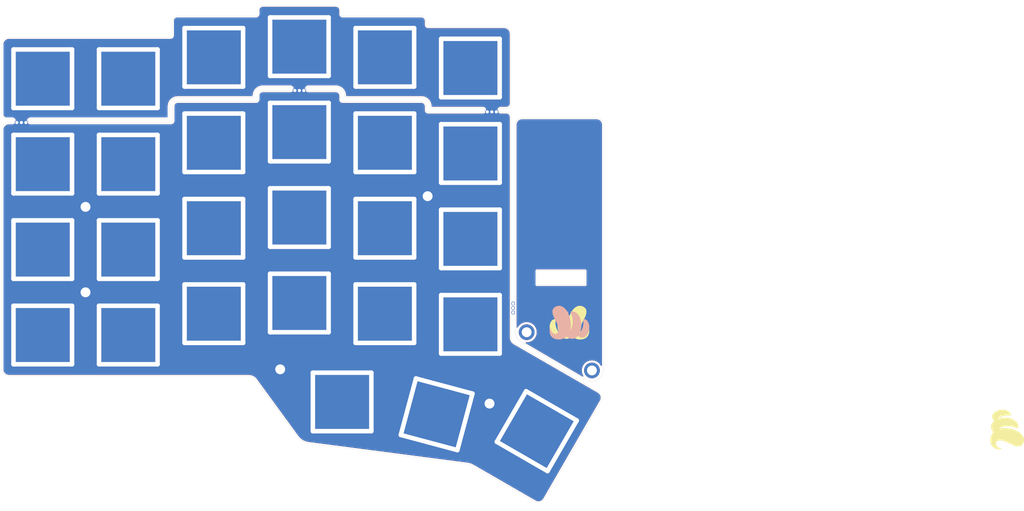
<source format=kicad_pcb>
(kicad_pcb (version 20171130) (host pcbnew "(5.1.6-0-10_14)")

  (general
    (thickness 1.6)
    (drawings 153)
    (tracks 14)
    (zones 0)
    (modules 37)
    (nets 2)
  )

  (page A4)
  (layers
    (0 F.Cu signal)
    (31 B.Cu signal)
    (32 B.Adhes user)
    (33 F.Adhes user)
    (34 B.Paste user)
    (35 F.Paste user)
    (36 B.SilkS user)
    (37 F.SilkS user)
    (38 B.Mask user)
    (39 F.Mask user)
    (40 Dwgs.User user hide)
    (41 Cmts.User user)
    (42 Eco1.User user)
    (43 Eco2.User user)
    (44 Edge.Cuts user)
    (45 Margin user)
    (46 B.CrtYd user)
    (47 F.CrtYd user)
    (48 B.Fab user)
    (49 F.Fab user)
  )

  (setup
    (last_trace_width 0.25)
    (user_trace_width 0.375)
    (user_trace_width 0.5)
    (trace_clearance 0.2)
    (zone_clearance 0.254)
    (zone_45_only no)
    (trace_min 0.2)
    (via_size 0.8)
    (via_drill 0.4)
    (via_min_size 0.4)
    (via_min_drill 0.3)
    (uvia_size 0.3)
    (uvia_drill 0.1)
    (uvias_allowed no)
    (uvia_min_size 0.2)
    (uvia_min_drill 0.1)
    (edge_width 0.05)
    (segment_width 0.2)
    (pcb_text_width 0.3)
    (pcb_text_size 1.5 1.5)
    (mod_edge_width 0.12)
    (mod_text_size 1 1)
    (mod_text_width 0.15)
    (pad_size 3.5 3.5)
    (pad_drill 2.2)
    (pad_to_mask_clearance 0.05)
    (aux_axis_origin 0 0)
    (visible_elements FFFFFF7F)
    (pcbplotparams
      (layerselection 0x010fc_ffffffff)
      (usegerberextensions false)
      (usegerberattributes true)
      (usegerberadvancedattributes true)
      (creategerberjobfile true)
      (excludeedgelayer true)
      (linewidth 0.100000)
      (plotframeref false)
      (viasonmask false)
      (mode 1)
      (useauxorigin false)
      (hpglpennumber 1)
      (hpglpenspeed 20)
      (hpglpendiameter 15.000000)
      (psnegative false)
      (psa4output false)
      (plotreference true)
      (plotvalue true)
      (plotinvisibletext false)
      (padsonsilk false)
      (subtractmaskfromsilk false)
      (outputformat 1)
      (mirror false)
      (drillshape 0)
      (scaleselection 1)
      (outputdirectory ""))
  )

  (net 0 "")
  (net 1 GND)

  (net_class Default "This is the default net class."
    (clearance 0.2)
    (trace_width 0.25)
    (via_dia 0.8)
    (via_drill 0.4)
    (uvia_dia 0.3)
    (uvia_drill 0.1)
    (add_net GND)
  )

  (module MountingHole:MountingHole_2.2mm_M2_ISO7380_Pad (layer F.Cu) (tedit 603D0DA0) (tstamp 603EE57C)
    (at 122.25 64.875 180)
    (descr "Mounting Hole 2.2mm, M2, ISO7380")
    (tags "mounting hole 2.2mm m2 iso7380")
    (path /5FF8054F/607EF52A)
    (attr virtual)
    (fp_text reference H9 (at 0 -3.5) (layer F.SilkS) hide
      (effects (font (size 1 1) (thickness 0.15)))
    )
    (fp_text value MountingHole_Pad (at 0 3.5) (layer F.Fab)
      (effects (font (size 1 1) (thickness 0.15)))
    )
    (fp_text user %R (at 0.3 0) (layer F.Fab)
      (effects (font (size 1 1) (thickness 0.15)))
    )
    (fp_circle (center 0 0) (end 1.75 0) (layer Cmts.User) (width 0.15))
    (fp_circle (center 0 0) (end 2 0) (layer F.CrtYd) (width 0.05))
    (pad 1 thru_hole circle (at 0 0 180) (size 3.5 3.5) (drill 2.2) (layers *.Cu *.Mask)
      (clearance 0.5))
  )

  (module MountingHole:MountingHole_2.2mm_M2_ISO7380_Pad (layer F.Cu) (tedit 603D0DA5) (tstamp 603EE56D)
    (at 107.75 56.375 180)
    (descr "Mounting Hole 2.2mm, M2, ISO7380")
    (tags "mounting hole 2.2mm m2 iso7380")
    (path /5FF8054F/607F1AF6)
    (attr virtual)
    (fp_text reference H10 (at 0 -3.5) (layer F.SilkS) hide
      (effects (font (size 1 1) (thickness 0.15)))
    )
    (fp_text value MountingHole_Pad (at 0 3.5) (layer F.Fab)
      (effects (font (size 1 1) (thickness 0.15)))
    )
    (fp_text user %R (at 0.3 0) (layer F.Fab)
      (effects (font (size 1 1) (thickness 0.15)))
    )
    (fp_circle (center 0 0) (end 1.75 0) (layer Cmts.User) (width 0.15))
    (fp_circle (center 0 0) (end 2 0) (layer F.CrtYd) (width 0.05))
    (pad 1 thru_hole circle (at 0 0 180) (size 3.5 3.5) (drill 2.2) (layers *.Cu *.Mask)
      (clearance 0.5))
  )

  (module hibiya-playground:mx-choc-cutout (layer F.Cu) (tedit 603D0B03) (tstamp 5F8EF6F5)
    (at 76.25 14.25)
    (path /5FF8054F/6C82154C)
    (fp_text reference SW11 (at 0 0 180) (layer F.SilkS) hide
      (effects (font (size 1 1) (thickness 0.15)))
    )
    (fp_text value "" (at 0 0) (layer F.SilkS)
      (effects (font (size 1.27 1.27) (thickness 0.15)))
    )
    (pad 1 thru_hole oval (at 0 -6.5 270) (size 2 15) (drill oval 1 14) (layers *.Cu *.Mask)
      (net 1 GND))
    (pad 1 thru_hole oval (at 0 6.5 90) (size 2 15) (drill oval 1 14) (layers *.Cu *.Mask)
      (net 1 GND))
    (pad 1 thru_hole oval (at 6.5 0) (size 2 15) (drill oval 1 14) (layers *.Cu *.Mask)
      (net 1 GND))
    (pad 1 thru_hole oval (at -6.5 0 180) (size 2 15) (drill oval 1 14) (layers *.Cu *.Mask)
      (net 1 GND))
  )

  (module hibiya-playground:mx-choc-cutout (layer F.Cu) (tedit 603D0B03) (tstamp 6016F2BD)
    (at 76.25 52.25)
    (path /5FF8054F/604CAF01)
    (fp_text reference SW23 (at 0 0 180) (layer F.SilkS) hide
      (effects (font (size 1 1) (thickness 0.15)))
    )
    (fp_text value "" (at 0 0) (layer F.SilkS)
      (effects (font (size 1.27 1.27) (thickness 0.15)))
    )
    (pad 1 thru_hole oval (at 0 -6.5 270) (size 2 15) (drill oval 1 14) (layers *.Cu *.Mask)
      (net 1 GND))
    (pad 1 thru_hole oval (at 0 6.5 90) (size 2 15) (drill oval 1 14) (layers *.Cu *.Mask)
      (net 1 GND))
    (pad 1 thru_hole oval (at 6.5 0) (size 2 15) (drill oval 1 14) (layers *.Cu *.Mask)
      (net 1 GND))
    (pad 1 thru_hole oval (at -6.5 0 180) (size 2 15) (drill oval 1 14) (layers *.Cu *.Mask)
      (net 1 GND))
  )

  (module hibiya-playground:mx-choc-cutout (layer F.Cu) (tedit 603D0B03) (tstamp 601F7B9B)
    (at 87.75 74.625 345)
    (path /5FF8054F/60293BC4)
    (fp_text reference SW26 (at 0 0 345) (layer F.SilkS) hide
      (effects (font (size 1 1) (thickness 0.15)))
    )
    (fp_text value "4, 4" (at -4.75 7.25 345) (layer F.Fab)
      (effects (font (size 1 1) (thickness 0.15)) (justify mirror))
    )
    (pad 1 thru_hole oval (at 0 -6.5 255) (size 2 15) (drill oval 1 14) (layers *.Cu *.Mask)
      (net 1 GND))
    (pad 1 thru_hole oval (at 0 6.5 75) (size 2 15) (drill oval 1 14) (layers *.Cu *.Mask)
      (net 1 GND))
    (pad 1 thru_hole oval (at 6.5 0 345) (size 2 15) (drill oval 1 14) (layers *.Cu *.Mask)
      (net 1 GND))
    (pad 1 thru_hole oval (at -6.5 0 165) (size 2 15) (drill oval 1 14) (layers *.Cu *.Mask)
      (net 1 GND))
  )

  (module hibiya-playground:mx-choc-cutout (layer F.Cu) (tedit 603D0B03) (tstamp 60197FA4)
    (at 95.25 -2.375)
    (path /5FF8054F/6C8214B5)
    (fp_text reference SW6 (at 0 0 180) (layer F.SilkS) hide
      (effects (font (size 1 1) (thickness 0.15)))
    )
    (fp_text value "" (at 0 0) (layer F.SilkS)
      (effects (font (size 1.27 1.27) (thickness 0.15)))
    )
    (pad 1 thru_hole oval (at 0 -6.5 270) (size 2 15) (drill oval 1 14) (layers *.Cu *.Mask)
      (net 1 GND))
    (pad 1 thru_hole oval (at 0 6.5 90) (size 2 15) (drill oval 1 14) (layers *.Cu *.Mask)
      (net 1 GND))
    (pad 1 thru_hole oval (at 6.5 0) (size 2 15) (drill oval 1 14) (layers *.Cu *.Mask)
      (net 1 GND))
    (pad 1 thru_hole oval (at -6.5 0 180) (size 2 15) (drill oval 1 14) (layers *.Cu *.Mask)
      (net 1 GND))
  )

  (module hibiya-playground:mx-choc-cutout (layer F.Cu) (tedit 603D0B03) (tstamp 5F8EF734)
    (at 95.25 16.625)
    (path /5FF8054F/6C821552)
    (fp_text reference SW12 (at 0 0 180) (layer F.SilkS) hide
      (effects (font (size 1 1) (thickness 0.15)))
    )
    (fp_text value "" (at 0 0) (layer F.SilkS)
      (effects (font (size 1.27 1.27) (thickness 0.15)))
    )
    (pad 1 thru_hole oval (at 0 -6.5 270) (size 2 15) (drill oval 1 14) (layers *.Cu *.Mask)
      (net 1 GND))
    (pad 1 thru_hole oval (at 0 6.5 90) (size 2 15) (drill oval 1 14) (layers *.Cu *.Mask)
      (net 1 GND))
    (pad 1 thru_hole oval (at 6.5 0) (size 2 15) (drill oval 1 14) (layers *.Cu *.Mask)
      (net 1 GND))
    (pad 1 thru_hole oval (at -6.5 0 180) (size 2 15) (drill oval 1 14) (layers *.Cu *.Mask)
      (net 1 GND))
  )

  (module hibiya-playground:mx-choc-cutout (layer F.Cu) (tedit 603D0B03) (tstamp 5F86EDD6)
    (at 38.25 33.25)
    (path /5FF8054F/6C8216A5)
    (fp_text reference SW15 (at 0 0 180) (layer F.SilkS) hide
      (effects (font (size 1 1) (thickness 0.15)))
    )
    (fp_text value "" (at 0 0) (layer F.SilkS)
      (effects (font (size 1.27 1.27) (thickness 0.15)))
    )
    (pad 1 thru_hole oval (at 0 -6.5 270) (size 2 15) (drill oval 1 14) (layers *.Cu *.Mask)
      (net 1 GND))
    (pad 1 thru_hole oval (at 0 6.5 90) (size 2 15) (drill oval 1 14) (layers *.Cu *.Mask)
      (net 1 GND))
    (pad 1 thru_hole oval (at 6.5 0) (size 2 15) (drill oval 1 14) (layers *.Cu *.Mask)
      (net 1 GND))
    (pad 1 thru_hole oval (at -6.5 0 180) (size 2 15) (drill oval 1 14) (layers *.Cu *.Mask)
      (net 1 GND))
  )

  (module hibiya-playground:mx-choc-cutout (layer F.Cu) (tedit 603D0B03) (tstamp 6016F1BA)
    (at 0.25 57)
    (path /5FF8054F/604CAEF5)
    (fp_text reference SW19 (at 0 0 180) (layer F.SilkS) hide
      (effects (font (size 1 1) (thickness 0.15)))
    )
    (fp_text value "" (at 0 0) (layer F.SilkS)
      (effects (font (size 1.27 1.27) (thickness 0.15)))
    )
    (pad 1 thru_hole oval (at 0 -6.5 270) (size 2 15) (drill oval 1 14) (layers *.Cu *.Mask)
      (net 1 GND))
    (pad 1 thru_hole oval (at 0 6.5 90) (size 2 15) (drill oval 1 14) (layers *.Cu *.Mask)
      (net 1 GND))
    (pad 1 thru_hole oval (at 6.5 0) (size 2 15) (drill oval 1 14) (layers *.Cu *.Mask)
      (net 1 GND))
    (pad 1 thru_hole oval (at -6.5 0 180) (size 2 15) (drill oval 1 14) (layers *.Cu *.Mask)
      (net 1 GND))
  )

  (module hibiya-playground:mx-choc-cutout (layer F.Cu) (tedit 603D0B03) (tstamp 6016F183)
    (at 95.25 54.625)
    (path /5FF8054F/604CAF07)
    (fp_text reference SW24 (at 0 0 180) (layer F.SilkS) hide
      (effects (font (size 1 1) (thickness 0.15)))
    )
    (fp_text value "" (at 0 0) (layer F.SilkS)
      (effects (font (size 1.27 1.27) (thickness 0.15)))
    )
    (pad 1 thru_hole oval (at 0 -6.5 270) (size 2 15) (drill oval 1 14) (layers *.Cu *.Mask)
      (net 1 GND))
    (pad 1 thru_hole oval (at 0 6.5 90) (size 2 15) (drill oval 1 14) (layers *.Cu *.Mask)
      (net 1 GND))
    (pad 1 thru_hole oval (at 6.5 0) (size 2 15) (drill oval 1 14) (layers *.Cu *.Mask)
      (net 1 GND))
    (pad 1 thru_hole oval (at -6.5 0 180) (size 2 15) (drill oval 1 14) (layers *.Cu *.Mask)
      (net 1 GND))
  )

  (module hibiya-playground:mx-choc-cutout (layer F.Cu) (tedit 603D0B03) (tstamp 601EAF4F)
    (at 38.25 52.25)
    (path /5FF8054F/604CAF0D)
    (fp_text reference SW21 (at 0 0 180) (layer F.SilkS) hide
      (effects (font (size 1 1) (thickness 0.15)))
    )
    (fp_text value "" (at 0 0) (layer F.SilkS)
      (effects (font (size 1.27 1.27) (thickness 0.15)))
    )
    (pad 1 thru_hole oval (at 0 -6.5 270) (size 2 15) (drill oval 1 14) (layers *.Cu *.Mask)
      (net 1 GND))
    (pad 1 thru_hole oval (at 0 6.5 90) (size 2 15) (drill oval 1 14) (layers *.Cu *.Mask)
      (net 1 GND))
    (pad 1 thru_hole oval (at 6.5 0) (size 2 15) (drill oval 1 14) (layers *.Cu *.Mask)
      (net 1 GND))
    (pad 1 thru_hole oval (at -6.5 0 180) (size 2 15) (drill oval 1 14) (layers *.Cu *.Mask)
      (net 1 GND))
  )

  (module hibiya-playground:mx-choc-cutout (layer F.Cu) (tedit 603D0B03) (tstamp 6016F115)
    (at 57.25 49.875)
    (path /5FF8054F/604CAEEF)
    (fp_text reference SW22 (at 0 0 180) (layer F.SilkS) hide
      (effects (font (size 1 1) (thickness 0.15)))
    )
    (fp_text value "" (at 0 0) (layer F.SilkS)
      (effects (font (size 1.27 1.27) (thickness 0.15)))
    )
    (pad 1 thru_hole oval (at 0 -6.5 270) (size 2 15) (drill oval 1 14) (layers *.Cu *.Mask)
      (net 1 GND))
    (pad 1 thru_hole oval (at 0 6.5 90) (size 2 15) (drill oval 1 14) (layers *.Cu *.Mask)
      (net 1 GND))
    (pad 1 thru_hole oval (at 6.5 0) (size 2 15) (drill oval 1 14) (layers *.Cu *.Mask)
      (net 1 GND))
    (pad 1 thru_hole oval (at -6.5 0 180) (size 2 15) (drill oval 1 14) (layers *.Cu *.Mask)
      (net 1 GND))
  )

  (module hibiya-playground:mx-choc-cutout (layer F.Cu) (tedit 603D0B03) (tstamp 6016F0DE)
    (at 19.25 57)
    (path /5FF8054F/604CAEFB)
    (fp_text reference SW20 (at 0 0 180) (layer F.SilkS) hide
      (effects (font (size 1 1) (thickness 0.15)))
    )
    (fp_text value "" (at 0 0) (layer F.SilkS)
      (effects (font (size 1.27 1.27) (thickness 0.15)))
    )
    (pad 1 thru_hole oval (at 0 -6.5 270) (size 2 15) (drill oval 1 14) (layers *.Cu *.Mask)
      (net 1 GND))
    (pad 1 thru_hole oval (at 0 6.5 90) (size 2 15) (drill oval 1 14) (layers *.Cu *.Mask)
      (net 1 GND))
    (pad 1 thru_hole oval (at 6.5 0) (size 2 15) (drill oval 1 14) (layers *.Cu *.Mask)
      (net 1 GND))
    (pad 1 thru_hole oval (at -6.5 0 180) (size 2 15) (drill oval 1 14) (layers *.Cu *.Mask)
      (net 1 GND))
  )

  (module hibiya-playground:mx-choc-cutout (layer F.Cu) (tedit 603D0B03) (tstamp 5F86EDAA)
    (at 0.25 38)
    (path /5FF8054F/6C8215AD)
    (fp_text reference SW13 (at 0 0 180) (layer F.SilkS) hide
      (effects (font (size 1 1) (thickness 0.15)))
    )
    (fp_text value "" (at 0 0) (layer F.SilkS)
      (effects (font (size 1.27 1.27) (thickness 0.15)))
    )
    (pad 1 thru_hole oval (at 0 -6.5 270) (size 2 15) (drill oval 1 14) (layers *.Cu *.Mask)
      (net 1 GND))
    (pad 1 thru_hole oval (at 0 6.5 90) (size 2 15) (drill oval 1 14) (layers *.Cu *.Mask)
      (net 1 GND))
    (pad 1 thru_hole oval (at 6.5 0) (size 2 15) (drill oval 1 14) (layers *.Cu *.Mask)
      (net 1 GND))
    (pad 1 thru_hole oval (at -6.5 0 180) (size 2 15) (drill oval 1 14) (layers *.Cu *.Mask)
      (net 1 GND))
  )

  (module hibiya-playground:mx-choc-cutout (layer F.Cu) (tedit 603D0B03) (tstamp 5F86EEDE)
    (at 110 78.375 60)
    (path /5FF8054F/60293BCA)
    (fp_text reference SW27 (at 0 0 240) (layer F.SilkS) hide
      (effects (font (size 1 1) (thickness 0.15)))
    )
    (fp_text value "4, 5" (at -4.75 7.25 60) (layer F.Fab)
      (effects (font (size 1 1) (thickness 0.15)) (justify mirror))
    )
    (pad 1 thru_hole oval (at 0 -6.5 330) (size 2 15) (drill oval 1 14) (layers *.Cu *.Mask)
      (net 1 GND))
    (pad 1 thru_hole oval (at 0 6.5 150) (size 2 15) (drill oval 1 14) (layers *.Cu *.Mask)
      (net 1 GND))
    (pad 1 thru_hole oval (at 6.5 0 60) (size 2 15) (drill oval 1 14) (layers *.Cu *.Mask)
      (net 1 GND))
    (pad 1 thru_hole oval (at -6.5 0 240) (size 2 15) (drill oval 1 14) (layers *.Cu *.Mask)
      (net 1 GND))
  )

  (module hibiya-playground:mx-choc-cutout (layer F.Cu) (tedit 603D0B03) (tstamp 5FAA7170)
    (at 66.75 71.875)
    (path /5FF8054F/60293BBE)
    (fp_text reference SW25 (at 0 0 180) (layer F.SilkS) hide
      (effects (font (size 1 1) (thickness 0.15)))
    )
    (fp_text value "" (at 0 0) (layer F.SilkS)
      (effects (font (size 1.27 1.27) (thickness 0.15)))
    )
    (pad 1 thru_hole oval (at 0 -6.5 270) (size 2 15) (drill oval 1 14) (layers *.Cu *.Mask)
      (net 1 GND))
    (pad 1 thru_hole oval (at 0 6.5 90) (size 2 15) (drill oval 1 14) (layers *.Cu *.Mask)
      (net 1 GND))
    (pad 1 thru_hole oval (at 6.5 0) (size 2 15) (drill oval 1 14) (layers *.Cu *.Mask)
      (net 1 GND))
    (pad 1 thru_hole oval (at -6.5 0 180) (size 2 15) (drill oval 1 14) (layers *.Cu *.Mask)
      (net 1 GND))
  )

  (module hibiya-playground:mx-choc-cutout (layer F.Cu) (tedit 603D0B03) (tstamp 5F86EE18)
    (at 95.25 35.625)
    (path /5FF8054F/6C8215E7)
    (fp_text reference SW18 (at 0 0 180) (layer F.SilkS) hide
      (effects (font (size 1 1) (thickness 0.15)))
    )
    (fp_text value "" (at 0 0) (layer F.SilkS)
      (effects (font (size 1.27 1.27) (thickness 0.15)))
    )
    (pad 1 thru_hole oval (at 0 -6.5 270) (size 2 15) (drill oval 1 14) (layers *.Cu *.Mask)
      (net 1 GND))
    (pad 1 thru_hole oval (at 0 6.5 90) (size 2 15) (drill oval 1 14) (layers *.Cu *.Mask)
      (net 1 GND))
    (pad 1 thru_hole oval (at 6.5 0) (size 2 15) (drill oval 1 14) (layers *.Cu *.Mask)
      (net 1 GND))
    (pad 1 thru_hole oval (at -6.5 0 180) (size 2 15) (drill oval 1 14) (layers *.Cu *.Mask)
      (net 1 GND))
  )

  (module hibiya-playground:mx-choc-cutout (layer F.Cu) (tedit 603D0B03) (tstamp 5F86EE02)
    (at 76.25 33.25)
    (path /5FF8054F/6C8215E1)
    (fp_text reference SW17 (at 0 0 180) (layer F.SilkS) hide
      (effects (font (size 1 1) (thickness 0.15)))
    )
    (fp_text value "" (at 0 0) (layer F.SilkS)
      (effects (font (size 1.27 1.27) (thickness 0.15)))
    )
    (pad 1 thru_hole oval (at 0 -6.5 270) (size 2 15) (drill oval 1 14) (layers *.Cu *.Mask)
      (net 1 GND))
    (pad 1 thru_hole oval (at 0 6.5 90) (size 2 15) (drill oval 1 14) (layers *.Cu *.Mask)
      (net 1 GND))
    (pad 1 thru_hole oval (at 6.5 0) (size 2 15) (drill oval 1 14) (layers *.Cu *.Mask)
      (net 1 GND))
    (pad 1 thru_hole oval (at -6.5 0 180) (size 2 15) (drill oval 1 14) (layers *.Cu *.Mask)
      (net 1 GND))
  )

  (module hibiya-playground:mx-choc-cutout (layer F.Cu) (tedit 603D0B03) (tstamp 5F86EDEC)
    (at 57.25 30.875)
    (path /5FF8054F/6C8215DB)
    (fp_text reference SW16 (at 0 0 180) (layer F.SilkS) hide
      (effects (font (size 1 1) (thickness 0.15)))
    )
    (fp_text value "" (at 0 0) (layer F.SilkS)
      (effects (font (size 1.27 1.27) (thickness 0.15)))
    )
    (pad 1 thru_hole oval (at 0 -6.5 270) (size 2 15) (drill oval 1 14) (layers *.Cu *.Mask)
      (net 1 GND))
    (pad 1 thru_hole oval (at 0 6.5 90) (size 2 15) (drill oval 1 14) (layers *.Cu *.Mask)
      (net 1 GND))
    (pad 1 thru_hole oval (at 6.5 0) (size 2 15) (drill oval 1 14) (layers *.Cu *.Mask)
      (net 1 GND))
    (pad 1 thru_hole oval (at -6.5 0 180) (size 2 15) (drill oval 1 14) (layers *.Cu *.Mask)
      (net 1 GND))
  )

  (module hibiya-playground:mx-choc-cutout (layer F.Cu) (tedit 603D0B03) (tstamp 5F86EDC0)
    (at 19.25 38)
    (path /5FF8054F/6C8215B3)
    (fp_text reference SW14 (at 0 0 180) (layer F.SilkS) hide
      (effects (font (size 1 1) (thickness 0.15)))
    )
    (fp_text value "" (at 0 0) (layer F.SilkS)
      (effects (font (size 1.27 1.27) (thickness 0.15)))
    )
    (pad 1 thru_hole oval (at 0 -6.5 270) (size 2 15) (drill oval 1 14) (layers *.Cu *.Mask)
      (net 1 GND))
    (pad 1 thru_hole oval (at 0 6.5 90) (size 2 15) (drill oval 1 14) (layers *.Cu *.Mask)
      (net 1 GND))
    (pad 1 thru_hole oval (at 6.5 0) (size 2 15) (drill oval 1 14) (layers *.Cu *.Mask)
      (net 1 GND))
    (pad 1 thru_hole oval (at -6.5 0 180) (size 2 15) (drill oval 1 14) (layers *.Cu *.Mask)
      (net 1 GND))
  )

  (module hibiya-playground:mx-choc-cutout (layer F.Cu) (tedit 603D0B03) (tstamp 5F8EF6B6)
    (at 57.25 11.875)
    (path /5FF8054F/6C821524)
    (fp_text reference SW10 (at 0 0 180) (layer F.SilkS) hide
      (effects (font (size 1 1) (thickness 0.15)))
    )
    (fp_text value "" (at 0 0) (layer F.SilkS)
      (effects (font (size 1.27 1.27) (thickness 0.15)))
    )
    (pad 1 thru_hole oval (at 0 -6.5 270) (size 2 15) (drill oval 1 14) (layers *.Cu *.Mask)
      (net 1 GND))
    (pad 1 thru_hole oval (at 0 6.5 90) (size 2 15) (drill oval 1 14) (layers *.Cu *.Mask)
      (net 1 GND))
    (pad 1 thru_hole oval (at 6.5 0) (size 2 15) (drill oval 1 14) (layers *.Cu *.Mask)
      (net 1 GND))
    (pad 1 thru_hole oval (at -6.5 0 180) (size 2 15) (drill oval 1 14) (layers *.Cu *.Mask)
      (net 1 GND))
  )

  (module hibiya-playground:mx-choc-cutout (layer F.Cu) (tedit 603D0B03) (tstamp 5F86ED52)
    (at 38.25 14.25)
    (path /5FF8054F/6C82151E)
    (fp_text reference SW9 (at 0 0 180) (layer F.SilkS) hide
      (effects (font (size 1 1) (thickness 0.15)))
    )
    (fp_text value "" (at 0 0) (layer F.SilkS)
      (effects (font (size 1.27 1.27) (thickness 0.15)))
    )
    (pad 1 thru_hole oval (at 0 -6.5 270) (size 2 15) (drill oval 1 14) (layers *.Cu *.Mask)
      (net 1 GND))
    (pad 1 thru_hole oval (at 0 6.5 90) (size 2 15) (drill oval 1 14) (layers *.Cu *.Mask)
      (net 1 GND))
    (pad 1 thru_hole oval (at 6.5 0) (size 2 15) (drill oval 1 14) (layers *.Cu *.Mask)
      (net 1 GND))
    (pad 1 thru_hole oval (at -6.5 0 180) (size 2 15) (drill oval 1 14) (layers *.Cu *.Mask)
      (net 1 GND))
  )

  (module hibiya-playground:mx-choc-cutout (layer F.Cu) (tedit 603D0B03) (tstamp 5F86ED3C)
    (at 19.25 19)
    (path /5FF8054F/6C821518)
    (fp_text reference SW8 (at 0 0 180) (layer F.SilkS) hide
      (effects (font (size 1 1) (thickness 0.15)))
    )
    (fp_text value "" (at 0 0) (layer F.SilkS)
      (effects (font (size 1.27 1.27) (thickness 0.15)))
    )
    (pad 1 thru_hole oval (at 0 -6.5 270) (size 2 15) (drill oval 1 14) (layers *.Cu *.Mask)
      (net 1 GND))
    (pad 1 thru_hole oval (at 0 6.5 90) (size 2 15) (drill oval 1 14) (layers *.Cu *.Mask)
      (net 1 GND))
    (pad 1 thru_hole oval (at 6.5 0) (size 2 15) (drill oval 1 14) (layers *.Cu *.Mask)
      (net 1 GND))
    (pad 1 thru_hole oval (at -6.5 0 180) (size 2 15) (drill oval 1 14) (layers *.Cu *.Mask)
      (net 1 GND))
  )

  (module hibiya-playground:mx-choc-cutout (layer F.Cu) (tedit 603D0B03) (tstamp 6038D32C)
    (at 0.25 19)
    (path /5FF8054F/6C8214D2)
    (fp_text reference SW7 (at 0 0 180) (layer F.SilkS) hide
      (effects (font (size 1 1) (thickness 0.15)))
    )
    (fp_text value "" (at 0 0) (layer F.SilkS)
      (effects (font (size 1.27 1.27) (thickness 0.15)))
    )
    (pad 1 thru_hole oval (at 0 -6.5 270) (size 2 15) (drill oval 1 14) (layers *.Cu *.Mask)
      (net 1 GND))
    (pad 1 thru_hole oval (at 0 6.5 90) (size 2 15) (drill oval 1 14) (layers *.Cu *.Mask)
      (net 1 GND))
    (pad 1 thru_hole oval (at 6.5 0) (size 2 15) (drill oval 1 14) (layers *.Cu *.Mask)
      (net 1 GND))
    (pad 1 thru_hole oval (at -6.5 0 180) (size 2 15) (drill oval 1 14) (layers *.Cu *.Mask)
      (net 1 GND))
  )

  (module hibiya-playground:mx-choc-cutout (layer F.Cu) (tedit 603D0B03) (tstamp 5F86ECDF)
    (at 76.25 -4.75)
    (path /5FF8054F/6C8214AF)
    (fp_text reference SW5 (at 0 0 180) (layer F.SilkS) hide
      (effects (font (size 1 1) (thickness 0.15)))
    )
    (fp_text value "" (at 0 0) (layer F.SilkS)
      (effects (font (size 1.27 1.27) (thickness 0.15)))
    )
    (pad 1 thru_hole oval (at 0 -6.5 270) (size 2 15) (drill oval 1 14) (layers *.Cu *.Mask)
      (net 1 GND))
    (pad 1 thru_hole oval (at 0 6.5 90) (size 2 15) (drill oval 1 14) (layers *.Cu *.Mask)
      (net 1 GND))
    (pad 1 thru_hole oval (at 6.5 0) (size 2 15) (drill oval 1 14) (layers *.Cu *.Mask)
      (net 1 GND))
    (pad 1 thru_hole oval (at -6.5 0 180) (size 2 15) (drill oval 1 14) (layers *.Cu *.Mask)
      (net 1 GND))
  )

  (module hibiya-playground:mx-choc-cutout (layer F.Cu) (tedit 603D0B03) (tstamp 5F86ECC9)
    (at 57.25 -7.125)
    (path /5FF8054F/6C8214A9)
    (fp_text reference SW4 (at 0 0 180) (layer F.SilkS) hide
      (effects (font (size 1 1) (thickness 0.15)))
    )
    (fp_text value "" (at 0 0) (layer F.SilkS)
      (effects (font (size 1.27 1.27) (thickness 0.15)))
    )
    (pad 1 thru_hole oval (at 0 -6.5 270) (size 2 15) (drill oval 1 14) (layers *.Cu *.Mask)
      (net 1 GND))
    (pad 1 thru_hole oval (at 0 6.5 90) (size 2 15) (drill oval 1 14) (layers *.Cu *.Mask)
      (net 1 GND))
    (pad 1 thru_hole oval (at 6.5 0) (size 2 15) (drill oval 1 14) (layers *.Cu *.Mask)
      (net 1 GND))
    (pad 1 thru_hole oval (at -6.5 0 180) (size 2 15) (drill oval 1 14) (layers *.Cu *.Mask)
      (net 1 GND))
  )

  (module hibiya-playground:mx-choc-cutout (layer F.Cu) (tedit 603D0B03) (tstamp 5F86ECB3)
    (at 38.25 -4.75)
    (path /5FF8054F/6C821481)
    (fp_text reference SW3 (at 0 0 180) (layer F.SilkS) hide
      (effects (font (size 1 1) (thickness 0.15)))
    )
    (fp_text value "" (at 0 0) (layer F.SilkS)
      (effects (font (size 1.27 1.27) (thickness 0.15)))
    )
    (pad 1 thru_hole oval (at 0 -6.5 270) (size 2 15) (drill oval 1 14) (layers *.Cu *.Mask)
      (net 1 GND))
    (pad 1 thru_hole oval (at 0 6.5 90) (size 2 15) (drill oval 1 14) (layers *.Cu *.Mask)
      (net 1 GND))
    (pad 1 thru_hole oval (at 6.5 0) (size 2 15) (drill oval 1 14) (layers *.Cu *.Mask)
      (net 1 GND))
    (pad 1 thru_hole oval (at -6.5 0 180) (size 2 15) (drill oval 1 14) (layers *.Cu *.Mask)
      (net 1 GND))
  )

  (module hibiya-playground:mx-choc-cutout (layer F.Cu) (tedit 603D0B03) (tstamp 60213CF6)
    (at 19.25 0)
    (path /5FF8054F/6C82147B)
    (fp_text reference SW2 (at 0 0 180) (layer F.SilkS) hide
      (effects (font (size 1 1) (thickness 0.15)))
    )
    (fp_text value "" (at 0 0) (layer F.SilkS)
      (effects (font (size 1.27 1.27) (thickness 0.15)))
    )
    (pad 1 thru_hole oval (at 0 -6.5 270) (size 2 15) (drill oval 1 14) (layers *.Cu *.Mask)
      (net 1 GND))
    (pad 1 thru_hole oval (at 0 6.5 90) (size 2 15) (drill oval 1 14) (layers *.Cu *.Mask)
      (net 1 GND))
    (pad 1 thru_hole oval (at 6.5 0) (size 2 15) (drill oval 1 14) (layers *.Cu *.Mask)
      (net 1 GND))
    (pad 1 thru_hole oval (at -6.5 0 180) (size 2 15) (drill oval 1 14) (layers *.Cu *.Mask)
      (net 1 GND))
  )

  (module hibiya-playground:mx-choc-cutout (layer F.Cu) (tedit 603D0B03) (tstamp 60231971)
    (at 0.25 0)
    (path /5FF8054F/6C821475)
    (fp_text reference SW1 (at 0 0 180) (layer F.SilkS) hide
      (effects (font (size 1 1) (thickness 0.15)))
    )
    (fp_text value "" (at 0 0) (layer F.SilkS)
      (effects (font (size 1.27 1.27) (thickness 0.15)))
    )
    (pad 1 thru_hole oval (at 0 -6.5 270) (size 2 15) (drill oval 1 14) (layers *.Cu *.Mask)
      (net 1 GND))
    (pad 1 thru_hole oval (at 0 6.5 90) (size 2 15) (drill oval 1 14) (layers *.Cu *.Mask)
      (net 1 GND))
    (pad 1 thru_hole oval (at 6.5 0) (size 2 15) (drill oval 1 14) (layers *.Cu *.Mask)
      (net 1 GND))
    (pad 1 thru_hole oval (at -6.5 0 180) (size 2 15) (drill oval 1 14) (layers *.Cu *.Mask)
      (net 1 GND))
  )

  (module hibiya-playground:corne-logo (layer F.Cu) (tedit 603126AE) (tstamp 603CF0F8)
    (at 117.25 54.25)
    (fp_text reference REF** (at 0 0.5) (layer F.SilkS) hide
      (effects (font (size 1 1) (thickness 0.15)))
    )
    (fp_text value corne-logo (at 0 -0.5) (layer F.Fab)
      (effects (font (size 1 1) (thickness 0.15)))
    )
    (fp_poly (pts (xy 2.307586 -3.739905) (xy 2.368973 -3.739362) (xy 2.421919 -3.73777) (xy 2.468941 -3.734852)
      (xy 2.512553 -3.730334) (xy 2.55527 -3.723944) (xy 2.599609 -3.715406) (xy 2.648085 -3.704445)
      (xy 2.660775 -3.701384) (xy 2.768602 -3.671282) (xy 2.876131 -3.633854) (xy 2.98187 -3.589884)
      (xy 3.084325 -3.540152) (xy 3.182002 -3.485442) (xy 3.273409 -3.426535) (xy 3.357052 -3.364215)
      (xy 3.431437 -3.299264) (xy 3.435301 -3.295563) (xy 3.510466 -3.216775) (xy 3.575568 -3.134622)
      (xy 3.630954 -3.048409) (xy 3.67697 -2.957444) (xy 3.713966 -2.861034) (xy 3.742286 -2.758484)
      (xy 3.76228 -2.649104) (xy 3.7634 -2.641001) (xy 3.767806 -2.598525) (xy 3.770874 -2.547881)
      (xy 3.772605 -2.491803) (xy 3.772998 -2.433024) (xy 3.772051 -2.374279) (xy 3.769767 -2.318302)
      (xy 3.766144 -2.267826) (xy 3.763431 -2.242163) (xy 3.742788 -2.104206) (xy 3.713943 -1.962097)
      (xy 3.676786 -1.815482) (xy 3.631208 -1.664009) (xy 3.577098 -1.507323) (xy 3.514346 -1.345074)
      (xy 3.442844 -1.176906) (xy 3.40879 -1.101398) (xy 3.386097 -1.053044) (xy 3.358846 -0.996866)
      (xy 3.327918 -0.934583) (xy 3.294198 -0.86791) (xy 3.25857 -0.798566) (xy 3.221918 -0.728266)
      (xy 3.185126 -0.658728) (xy 3.149076 -0.591669) (xy 3.114654 -0.528806) (xy 3.106306 -0.513766)
      (xy 3.072318 -0.451913) (xy 3.036426 -0.38512) (xy 2.999487 -0.315075) (xy 2.962357 -0.243464)
      (xy 2.925891 -0.171974) (xy 2.890946 -0.10229) (xy 2.858378 -0.036101) (xy 2.829044 0.024908)
      (xy 2.803799 0.079049) (xy 2.79129 0.106818) (xy 2.717176 0.281324) (xy 2.651143 0.452031)
      (xy 2.593268 0.618618) (xy 2.543632 0.780761) (xy 2.502313 0.938139) (xy 2.46939 1.09043)
      (xy 2.444942 1.237312) (xy 2.42905 1.378464) (xy 2.42179 1.513562) (xy 2.422006 1.60885)
      (xy 2.42711 1.708036) (xy 2.436907 1.798734) (xy 2.451746 1.882544) (xy 2.471968 1.961063)
      (xy 2.497922 2.035891) (xy 2.529945 2.108613) (xy 2.563609 2.171618) (xy 2.599534 2.226313)
      (xy 2.639565 2.275357) (xy 2.661536 2.298432) (xy 2.724681 2.354082) (xy 2.793606 2.400686)
      (xy 2.867618 2.43807) (xy 2.946027 2.466062) (xy 3.028142 2.484492) (xy 3.113272 2.493186)
      (xy 3.200725 2.491973) (xy 3.28981 2.480682) (xy 3.345554 2.468546) (xy 3.425746 2.444226)
      (xy 3.501267 2.412684) (xy 3.573433 2.373136) (xy 3.643554 2.3248) (xy 3.712944 2.266895)
      (xy 3.760505 2.221534) (xy 3.816393 2.162658) (xy 3.866694 2.103006) (xy 3.91301 2.040337)
      (xy 3.956943 1.972406) (xy 4.000099 1.896969) (xy 4.021757 1.855986) (xy 4.060761 1.775326)
      (xy 4.096786 1.69073) (xy 4.12929 1.603994) (xy 4.157727 1.516914) (xy 4.181556 1.431286)
      (xy 4.200231 1.348906) (xy 4.21321 1.271572) (xy 4.219948 1.20108) (xy 4.219948 1.201078)
      (xy 4.221492 1.176514) (xy 4.223266 1.156582) (xy 4.22504 1.143468) (xy 4.226445 1.139304)
      (xy 4.231659 1.1438) (xy 4.240622 1.155807) (xy 4.251932 1.173132) (xy 4.264194 1.193582)
      (xy 4.27601 1.214966) (xy 4.281423 1.225542) (xy 4.312521 1.297679) (xy 4.339093 1.379048)
      (xy 4.360985 1.468805) (xy 4.378045 1.566106) (xy 4.390119 1.670108) (xy 4.397054 1.779966)
      (xy 4.3988 1.872461) (xy 4.393969 2.02495) (xy 4.379478 2.172325) (xy 4.355284 2.314779)
      (xy 4.321345 2.452507) (xy 4.277617 2.5857) (xy 4.224058 2.714551) (xy 4.201252 2.762147)
      (xy 4.136056 2.88156) (xy 4.062984 2.993334) (xy 3.982078 3.097443) (xy 3.893378 3.193865)
      (xy 3.796925 3.282574) (xy 3.69276 3.363546) (xy 3.580923 3.436755) (xy 3.461455 3.502179)
      (xy 3.334398 3.559791) (xy 3.19979 3.609567) (xy 3.057675 3.651484) (xy 2.908092 3.685515)
      (xy 2.751082 3.711638) (xy 2.598656 3.728791) (xy 2.557232 3.731881) (xy 2.50915 3.734526)
      (xy 2.456534 3.73669) (xy 2.401514 3.738334) (xy 2.346214 3.739418) (xy 2.292762 3.739905)
      (xy 2.243282 3.739754) (xy 2.199903 3.73893) (xy 2.164751 3.737392) (xy 2.156558 3.736819)
      (xy 2.05043 3.725522) (xy 1.939362 3.708022) (xy 1.826971 3.685006) (xy 1.716873 3.657158)
      (xy 1.679207 3.646296) (xy 1.548574 3.603235) (xy 1.416305 3.551788) (xy 1.284207 3.492908)
      (xy 1.154084 3.42755) (xy 1.027741 3.356668) (xy 0.906983 3.281215) (xy 0.793615 3.202146)
      (xy 0.698462 3.12791) (xy 0.679038 3.111904) (xy 0.661973 3.097914) (xy 0.649566 3.087822)
      (xy 0.645069 3.084227) (xy 0.64062 3.0821) (xy 0.634542 3.082638) (xy 0.625427 3.086603)
      (xy 0.611866 3.094761) (xy 0.592451 3.107874) (xy 0.565773 3.126708) (xy 0.56269 3.128908)
      (xy 0.428472 3.220158) (xy 0.294646 3.302032) (xy 0.161609 3.374347) (xy 0.029761 3.436925)
      (xy -0.100502 3.489582) (xy -0.228782 3.532139) (xy -0.354682 3.564416) (xy -0.425162 3.578132)
      (xy -0.463557 3.583439) (xy -0.509486 3.58774) (xy -0.560152 3.590946) (xy -0.612757 3.592969)
      (xy -0.664502 3.59372) (xy -0.712589 3.59311) (xy -0.75422 3.591053) (xy -0.774213 3.589172)
      (xy -0.893982 3.569614) (xy -1.012039 3.539294) (xy -1.128182 3.498324) (xy -1.24221 3.446822)
      (xy -1.353923 3.384903) (xy -1.463122 3.312683) (xy -1.569606 3.230276) (xy -1.673175 3.137798)
      (xy -1.77363 3.035366) (xy -1.815512 2.988638) (xy -1.842206 2.958694) (xy -1.863036 2.936706)
      (xy -1.877766 2.922909) (xy -1.886159 2.917532) (xy -1.887596 2.917711) (xy -1.89447 2.923042)
      (xy -1.907614 2.933325) (xy -1.92467 2.946713) (xy -1.932362 2.952762) (xy -2.049175 3.039309)
      (xy -2.165708 3.114882) (xy -2.281975 3.179488) (xy -2.397991 3.233134) (xy -2.513771 3.275825)
      (xy -2.62933 3.307569) (xy -2.744682 3.328371) (xy -2.818643 3.335962) (xy -2.916161 3.338054)
      (xy -3.011589 3.329942) (xy -3.105762 3.311456) (xy -3.199513 3.282427) (xy -3.293678 3.242686)
      (xy -3.30478 3.237319) (xy -3.404005 3.182814) (xy -3.500362 3.118136) (xy -3.593542 3.043791)
      (xy -3.683235 2.960288) (xy -3.769131 2.868134) (xy -3.850919 2.767838) (xy -3.92829 2.659906)
      (xy -4.000934 2.544848) (xy -4.068538 2.423171) (xy -4.130796 2.295382) (xy -4.187396 2.161991)
      (xy -4.238028 2.023504) (xy -4.282382 1.880429) (xy -4.320148 1.733275) (xy -4.351016 1.582549)
      (xy -4.364416 1.501758) (xy -4.375135 1.427126) (xy -4.383523 1.358036) (xy -4.389866 1.291066)
      (xy -4.39445 1.222792) (xy -4.397559 1.149791) (xy -4.399202 1.084374) (xy -4.4 0.988763)
      (xy -4.3985 0.900868) (xy -4.394557 0.817634) (xy -4.388022 0.736006) (xy -4.378753 0.652928)
      (xy -4.378448 0.650515) (xy -4.3572 0.511696) (xy -4.329406 0.377726) (xy -4.295329 0.249018)
      (xy -4.255231 0.125983) (xy -4.209374 0.009034) (xy -4.158023 -0.101414) (xy -4.101438 -0.204952)
      (xy -4.039883 -0.301166) (xy -3.97362 -0.389642) (xy -3.902912 -0.46997) (xy -3.828021 -0.541736)
      (xy -3.74921 -0.604527) (xy -3.666742 -0.657931) (xy -3.580878 -0.701536) (xy -3.497801 -0.733063)
      (xy -3.426665 -0.75267) (xy -3.357526 -0.76491) (xy -3.286397 -0.770318) (xy -3.22275 -0.769993)
      (xy -3.184012 -0.768025) (xy -3.147466 -0.765116) (xy -3.114835 -0.761494) (xy -3.087842 -0.757384)
      (xy -3.068208 -0.753014) (xy -3.057658 -0.748612) (xy -3.05716 -0.74817) (xy -3.056836 -0.741859)
      (xy -3.058136 -0.726598) (xy -3.060838 -0.704261) (xy -3.064726 -0.676726) (xy -3.068038 -0.655332)
      (xy -3.090774 -0.49011) (xy -3.106739 -0.321725) (xy -3.115868 -0.152406) (xy -3.118091 0.015618)
      (xy -3.113343 0.180113) (xy -3.101555 0.33885) (xy -3.098865 0.364937) (xy -3.072635 0.55849)
      (xy -3.035974 0.748767) (xy -2.988981 0.93553) (xy -2.931751 1.118538) (xy -2.864385 1.297553)
      (xy -2.78698 1.472337) (xy -2.699633 1.64265) (xy -2.602444 1.808256) (xy -2.49551 1.968914)
      (xy -2.378928 2.124386) (xy -2.372908 2.131943) (xy -2.350354 2.160198) (xy -2.333741 2.180982)
      (xy -2.322118 2.195376) (xy -2.314534 2.204459) (xy -2.310035 2.209312) (xy -2.307673 2.211015)
      (xy -2.306493 2.21065) (xy -2.305546 2.209295) (xy -2.305159 2.208853) (xy -2.306107 2.203)
      (xy -2.310663 2.188635) (xy -2.318241 2.167398) (xy -2.328255 2.14093) (xy -2.340119 2.110869)
      (xy -2.340286 2.110456) (xy -2.41085 1.920658) (xy -2.472056 1.725226) (xy -2.523866 1.524343)
      (xy -2.566242 1.318188) (xy -2.599143 1.106944) (xy -2.622532 0.890791) (xy -2.63283 0.743878)
      (xy -2.634842 0.696282) (xy -2.63617 0.640443) (xy -2.636846 0.578404) (xy -2.636894 0.512212)
      (xy -2.636346 0.443912) (xy -2.635227 0.37555) (xy -2.633568 0.309171) (xy -2.631397 0.246822)
      (xy -2.628741 0.190549) (xy -2.625629 0.142396) (xy -2.624278 0.126039) (xy -2.601639 -0.078939)
      (xy -2.570778 -0.278873) (xy -2.531815 -0.473322) (xy -2.484872 -0.661848) (xy -2.43007 -0.844013)
      (xy -2.367531 -1.019377) (xy -2.297375 -1.187502) (xy -2.219724 -1.34795) (xy -2.213678 -1.359518)
      (xy -2.13705 -1.496769) (xy -2.055702 -1.626059) (xy -1.969924 -1.747128) (xy -1.880007 -1.859712)
      (xy -1.786241 -1.96355) (xy -1.688917 -2.058379) (xy -1.588326 -2.143938) (xy -1.484757 -2.219964)
      (xy -1.378502 -2.286195) (xy -1.269851 -2.34237) (xy -1.159096 -2.388226) (xy -1.046526 -2.4235)
      (xy -1.028862 -2.428022) (xy -0.911742 -2.451666) (xy -0.794882 -2.464426) (xy -0.678562 -2.466301)
      (xy -0.563057 -2.45729) (xy -0.448647 -2.437394) (xy -0.416393 -2.429758) (xy -0.391652 -2.423134)
      (xy -0.363797 -2.415001) (xy -0.334733 -2.405996) (xy -0.306369 -2.396759) (xy -0.28061 -2.38793)
      (xy -0.259366 -2.380146) (xy -0.244542 -2.37405) (xy -0.238046 -2.370278) (xy -0.237906 -2.369926)
      (xy -0.240076 -2.363383) (xy -0.245913 -2.349287) (xy -0.254404 -2.330024) (xy -0.260331 -2.317026)
      (xy -0.343562 -2.125176) (xy -0.419862 -1.925784) (xy -0.488908 -1.720079) (xy -0.550382 -1.50929)
      (xy -0.603966 -1.294643) (xy -0.649341 -1.077368) (xy -0.686185 -0.858692) (xy -0.714182 -0.639843)
      (xy -0.724804 -0.530242) (xy -0.72755 -0.491258) (xy -0.729883 -0.443696) (xy -0.731798 -0.389269)
      (xy -0.733286 -0.329691) (xy -0.734338 -0.266677) (xy -0.73495 -0.201939) (xy -0.73511 -0.137192)
      (xy -0.734813 -0.07415) (xy -0.73405 -0.014526) (xy -0.732813 0.039965) (xy -0.731094 0.08761)
      (xy -0.728888 0.126694) (xy -0.727846 0.139769) (xy -0.707973 0.322928) (xy -0.681515 0.498004)
      (xy -0.648242 0.665879) (xy -0.607918 0.827432) (xy -0.560309 0.983544) (xy -0.505182 1.135096)
      (xy -0.442302 1.282968) (xy -0.401448 1.368894) (xy -0.3837 1.403809) (xy -0.363511 1.441847)
      (xy -0.341565 1.481868) (xy -0.318544 1.522731) (xy -0.295132 1.563297) (xy -0.272014 1.602426)
      (xy -0.249872 1.638978) (xy -0.22939 1.671812) (xy -0.211253 1.69979) (xy -0.196142 1.72177)
      (xy -0.184742 1.736614) (xy -0.177737 1.743181) (xy -0.176871 1.743402) (xy -0.174602 1.743543)
      (xy -0.173184 1.742918) (xy -0.1729 1.739952) (xy -0.174034 1.733071) (xy -0.176867 1.720702)
      (xy -0.181684 1.70127) (xy -0.188766 1.673201) (xy -0.191266 1.66329) (xy -0.232382 1.480005)
      (xy -0.265057 1.290086) (xy -0.289302 1.093916) (xy -0.305132 0.891872) (xy -0.312558 0.684334)
      (xy -0.311593 0.471685) (xy -0.302249 0.254302) (xy -0.284539 0.032565) (xy -0.258476 -0.193145)
      (xy -0.224071 -0.422448) (xy -0.181338 -0.654965) (xy -0.13029 -0.890315) (xy -0.103402 -1.001901)
      (xy -0.05863 -1.17402) (xy -0.012142 -1.336682) (xy 0.036585 -1.49135) (xy 0.088067 -1.639485)
      (xy 0.142826 -1.782548) (xy 0.201379 -1.922002) (xy 0.26425 -2.059309) (xy 0.295127 -2.12289)
      (xy 0.380988 -2.288231) (xy 0.471252 -2.445966) (xy 0.565673 -2.595858) (xy 0.664001 -2.737668)
      (xy 0.765987 -2.871157) (xy 0.871386 -2.996086) (xy 0.979946 -3.112219) (xy 1.091422 -3.219315)
      (xy 1.205563 -3.317138) (xy 1.322122 -3.405447) (xy 1.440851 -3.484006) (xy 1.561502 -3.552575)
      (xy 1.683826 -3.610917) (xy 1.807576 -3.658792) (xy 1.932502 -3.695962) (xy 1.933338 -3.696174)
      (xy 1.984915 -3.708816) (xy 2.029971 -3.718832) (xy 2.070971 -3.72651) (xy 2.110378 -3.732139)
      (xy 2.150654 -3.736006) (xy 2.194266 -3.738398) (xy 2.243674 -3.739604) (xy 2.301345 -3.739912)
      (xy 2.307586 -3.739905)) (layer F.SilkS) (width 0.01))
  )

  (module hibiya-playground:corne-logo (layer B.Cu) (tedit 603126AE) (tstamp 603EE64A)
    (at 117.25 54.25 180)
    (fp_text reference REF** (at 0 -0.5) (layer B.SilkS) hide
      (effects (font (size 1 1) (thickness 0.15)) (justify mirror))
    )
    (fp_text value corne-logo (at 0 0.5) (layer B.Fab)
      (effects (font (size 1 1) (thickness 0.15)) (justify mirror))
    )
    (fp_poly (pts (xy 2.307586 3.739905) (xy 2.368973 3.739362) (xy 2.421919 3.73777) (xy 2.468941 3.734852)
      (xy 2.512553 3.730334) (xy 2.55527 3.723944) (xy 2.599609 3.715406) (xy 2.648085 3.704445)
      (xy 2.660775 3.701384) (xy 2.768602 3.671282) (xy 2.876131 3.633854) (xy 2.98187 3.589884)
      (xy 3.084325 3.540152) (xy 3.182002 3.485442) (xy 3.273409 3.426535) (xy 3.357052 3.364215)
      (xy 3.431437 3.299264) (xy 3.435301 3.295563) (xy 3.510466 3.216775) (xy 3.575568 3.134622)
      (xy 3.630954 3.048409) (xy 3.67697 2.957444) (xy 3.713966 2.861034) (xy 3.742286 2.758484)
      (xy 3.76228 2.649104) (xy 3.7634 2.641001) (xy 3.767806 2.598525) (xy 3.770874 2.547881)
      (xy 3.772605 2.491803) (xy 3.772998 2.433024) (xy 3.772051 2.374279) (xy 3.769767 2.318302)
      (xy 3.766144 2.267826) (xy 3.763431 2.242163) (xy 3.742788 2.104206) (xy 3.713943 1.962097)
      (xy 3.676786 1.815482) (xy 3.631208 1.664009) (xy 3.577098 1.507323) (xy 3.514346 1.345074)
      (xy 3.442844 1.176906) (xy 3.40879 1.101398) (xy 3.386097 1.053044) (xy 3.358846 0.996866)
      (xy 3.327918 0.934583) (xy 3.294198 0.86791) (xy 3.25857 0.798566) (xy 3.221918 0.728266)
      (xy 3.185126 0.658728) (xy 3.149076 0.591669) (xy 3.114654 0.528806) (xy 3.106306 0.513766)
      (xy 3.072318 0.451913) (xy 3.036426 0.38512) (xy 2.999487 0.315075) (xy 2.962357 0.243464)
      (xy 2.925891 0.171974) (xy 2.890946 0.10229) (xy 2.858378 0.036101) (xy 2.829044 -0.024908)
      (xy 2.803799 -0.079049) (xy 2.79129 -0.106818) (xy 2.717176 -0.281324) (xy 2.651143 -0.452031)
      (xy 2.593268 -0.618618) (xy 2.543632 -0.780761) (xy 2.502313 -0.938139) (xy 2.46939 -1.09043)
      (xy 2.444942 -1.237312) (xy 2.42905 -1.378464) (xy 2.42179 -1.513562) (xy 2.422006 -1.60885)
      (xy 2.42711 -1.708036) (xy 2.436907 -1.798734) (xy 2.451746 -1.882544) (xy 2.471968 -1.961063)
      (xy 2.497922 -2.035891) (xy 2.529945 -2.108613) (xy 2.563609 -2.171618) (xy 2.599534 -2.226313)
      (xy 2.639565 -2.275357) (xy 2.661536 -2.298432) (xy 2.724681 -2.354082) (xy 2.793606 -2.400686)
      (xy 2.867618 -2.43807) (xy 2.946027 -2.466062) (xy 3.028142 -2.484492) (xy 3.113272 -2.493186)
      (xy 3.200725 -2.491973) (xy 3.28981 -2.480682) (xy 3.345554 -2.468546) (xy 3.425746 -2.444226)
      (xy 3.501267 -2.412684) (xy 3.573433 -2.373136) (xy 3.643554 -2.3248) (xy 3.712944 -2.266895)
      (xy 3.760505 -2.221534) (xy 3.816393 -2.162658) (xy 3.866694 -2.103006) (xy 3.91301 -2.040337)
      (xy 3.956943 -1.972406) (xy 4.000099 -1.896969) (xy 4.021757 -1.855986) (xy 4.060761 -1.775326)
      (xy 4.096786 -1.69073) (xy 4.12929 -1.603994) (xy 4.157727 -1.516914) (xy 4.181556 -1.431286)
      (xy 4.200231 -1.348906) (xy 4.21321 -1.271572) (xy 4.219948 -1.20108) (xy 4.219948 -1.201078)
      (xy 4.221492 -1.176514) (xy 4.223266 -1.156582) (xy 4.22504 -1.143468) (xy 4.226445 -1.139304)
      (xy 4.231659 -1.1438) (xy 4.240622 -1.155807) (xy 4.251932 -1.173132) (xy 4.264194 -1.193582)
      (xy 4.27601 -1.214966) (xy 4.281423 -1.225542) (xy 4.312521 -1.297679) (xy 4.339093 -1.379048)
      (xy 4.360985 -1.468805) (xy 4.378045 -1.566106) (xy 4.390119 -1.670108) (xy 4.397054 -1.779966)
      (xy 4.3988 -1.872461) (xy 4.393969 -2.02495) (xy 4.379478 -2.172325) (xy 4.355284 -2.314779)
      (xy 4.321345 -2.452507) (xy 4.277617 -2.5857) (xy 4.224058 -2.714551) (xy 4.201252 -2.762147)
      (xy 4.136056 -2.88156) (xy 4.062984 -2.993334) (xy 3.982078 -3.097443) (xy 3.893378 -3.193865)
      (xy 3.796925 -3.282574) (xy 3.69276 -3.363546) (xy 3.580923 -3.436755) (xy 3.461455 -3.502179)
      (xy 3.334398 -3.559791) (xy 3.19979 -3.609567) (xy 3.057675 -3.651484) (xy 2.908092 -3.685515)
      (xy 2.751082 -3.711638) (xy 2.598656 -3.728791) (xy 2.557232 -3.731881) (xy 2.50915 -3.734526)
      (xy 2.456534 -3.73669) (xy 2.401514 -3.738334) (xy 2.346214 -3.739418) (xy 2.292762 -3.739905)
      (xy 2.243282 -3.739754) (xy 2.199903 -3.73893) (xy 2.164751 -3.737392) (xy 2.156558 -3.736819)
      (xy 2.05043 -3.725522) (xy 1.939362 -3.708022) (xy 1.826971 -3.685006) (xy 1.716873 -3.657158)
      (xy 1.679207 -3.646296) (xy 1.548574 -3.603235) (xy 1.416305 -3.551788) (xy 1.284207 -3.492908)
      (xy 1.154084 -3.42755) (xy 1.027741 -3.356668) (xy 0.906983 -3.281215) (xy 0.793615 -3.202146)
      (xy 0.698462 -3.12791) (xy 0.679038 -3.111904) (xy 0.661973 -3.097914) (xy 0.649566 -3.087822)
      (xy 0.645069 -3.084227) (xy 0.64062 -3.0821) (xy 0.634542 -3.082638) (xy 0.625427 -3.086603)
      (xy 0.611866 -3.094761) (xy 0.592451 -3.107874) (xy 0.565773 -3.126708) (xy 0.56269 -3.128908)
      (xy 0.428472 -3.220158) (xy 0.294646 -3.302032) (xy 0.161609 -3.374347) (xy 0.029761 -3.436925)
      (xy -0.100502 -3.489582) (xy -0.228782 -3.532139) (xy -0.354682 -3.564416) (xy -0.425162 -3.578132)
      (xy -0.463557 -3.583439) (xy -0.509486 -3.58774) (xy -0.560152 -3.590946) (xy -0.612757 -3.592969)
      (xy -0.664502 -3.59372) (xy -0.712589 -3.59311) (xy -0.75422 -3.591053) (xy -0.774213 -3.589172)
      (xy -0.893982 -3.569614) (xy -1.012039 -3.539294) (xy -1.128182 -3.498324) (xy -1.24221 -3.446822)
      (xy -1.353923 -3.384903) (xy -1.463122 -3.312683) (xy -1.569606 -3.230276) (xy -1.673175 -3.137798)
      (xy -1.77363 -3.035366) (xy -1.815512 -2.988638) (xy -1.842206 -2.958694) (xy -1.863036 -2.936706)
      (xy -1.877766 -2.922909) (xy -1.886159 -2.917532) (xy -1.887596 -2.917711) (xy -1.89447 -2.923042)
      (xy -1.907614 -2.933325) (xy -1.92467 -2.946713) (xy -1.932362 -2.952762) (xy -2.049175 -3.039309)
      (xy -2.165708 -3.114882) (xy -2.281975 -3.179488) (xy -2.397991 -3.233134) (xy -2.513771 -3.275825)
      (xy -2.62933 -3.307569) (xy -2.744682 -3.328371) (xy -2.818643 -3.335962) (xy -2.916161 -3.338054)
      (xy -3.011589 -3.329942) (xy -3.105762 -3.311456) (xy -3.199513 -3.282427) (xy -3.293678 -3.242686)
      (xy -3.30478 -3.237319) (xy -3.404005 -3.182814) (xy -3.500362 -3.118136) (xy -3.593542 -3.043791)
      (xy -3.683235 -2.960288) (xy -3.769131 -2.868134) (xy -3.850919 -2.767838) (xy -3.92829 -2.659906)
      (xy -4.000934 -2.544848) (xy -4.068538 -2.423171) (xy -4.130796 -2.295382) (xy -4.187396 -2.161991)
      (xy -4.238028 -2.023504) (xy -4.282382 -1.880429) (xy -4.320148 -1.733275) (xy -4.351016 -1.582549)
      (xy -4.364416 -1.501758) (xy -4.375135 -1.427126) (xy -4.383523 -1.358036) (xy -4.389866 -1.291066)
      (xy -4.39445 -1.222792) (xy -4.397559 -1.149791) (xy -4.399202 -1.084374) (xy -4.4 -0.988763)
      (xy -4.3985 -0.900868) (xy -4.394557 -0.817634) (xy -4.388022 -0.736006) (xy -4.378753 -0.652928)
      (xy -4.378448 -0.650515) (xy -4.3572 -0.511696) (xy -4.329406 -0.377726) (xy -4.295329 -0.249018)
      (xy -4.255231 -0.125983) (xy -4.209374 -0.009034) (xy -4.158023 0.101414) (xy -4.101438 0.204952)
      (xy -4.039883 0.301166) (xy -3.97362 0.389642) (xy -3.902912 0.46997) (xy -3.828021 0.541736)
      (xy -3.74921 0.604527) (xy -3.666742 0.657931) (xy -3.580878 0.701536) (xy -3.497801 0.733063)
      (xy -3.426665 0.75267) (xy -3.357526 0.76491) (xy -3.286397 0.770318) (xy -3.22275 0.769993)
      (xy -3.184012 0.768025) (xy -3.147466 0.765116) (xy -3.114835 0.761494) (xy -3.087842 0.757384)
      (xy -3.068208 0.753014) (xy -3.057658 0.748612) (xy -3.05716 0.74817) (xy -3.056836 0.741859)
      (xy -3.058136 0.726598) (xy -3.060838 0.704261) (xy -3.064726 0.676726) (xy -3.068038 0.655332)
      (xy -3.090774 0.49011) (xy -3.106739 0.321725) (xy -3.115868 0.152406) (xy -3.118091 -0.015618)
      (xy -3.113343 -0.180113) (xy -3.101555 -0.33885) (xy -3.098865 -0.364937) (xy -3.072635 -0.55849)
      (xy -3.035974 -0.748767) (xy -2.988981 -0.93553) (xy -2.931751 -1.118538) (xy -2.864385 -1.297553)
      (xy -2.78698 -1.472337) (xy -2.699633 -1.64265) (xy -2.602444 -1.808256) (xy -2.49551 -1.968914)
      (xy -2.378928 -2.124386) (xy -2.372908 -2.131943) (xy -2.350354 -2.160198) (xy -2.333741 -2.180982)
      (xy -2.322118 -2.195376) (xy -2.314534 -2.204459) (xy -2.310035 -2.209312) (xy -2.307673 -2.211015)
      (xy -2.306493 -2.21065) (xy -2.305546 -2.209295) (xy -2.305159 -2.208853) (xy -2.306107 -2.203)
      (xy -2.310663 -2.188635) (xy -2.318241 -2.167398) (xy -2.328255 -2.14093) (xy -2.340119 -2.110869)
      (xy -2.340286 -2.110456) (xy -2.41085 -1.920658) (xy -2.472056 -1.725226) (xy -2.523866 -1.524343)
      (xy -2.566242 -1.318188) (xy -2.599143 -1.106944) (xy -2.622532 -0.890791) (xy -2.63283 -0.743878)
      (xy -2.634842 -0.696282) (xy -2.63617 -0.640443) (xy -2.636846 -0.578404) (xy -2.636894 -0.512212)
      (xy -2.636346 -0.443912) (xy -2.635227 -0.37555) (xy -2.633568 -0.309171) (xy -2.631397 -0.246822)
      (xy -2.628741 -0.190549) (xy -2.625629 -0.142396) (xy -2.624278 -0.126039) (xy -2.601639 0.078939)
      (xy -2.570778 0.278873) (xy -2.531815 0.473322) (xy -2.484872 0.661848) (xy -2.43007 0.844013)
      (xy -2.367531 1.019377) (xy -2.297375 1.187502) (xy -2.219724 1.34795) (xy -2.213678 1.359518)
      (xy -2.13705 1.496769) (xy -2.055702 1.626059) (xy -1.969924 1.747128) (xy -1.880007 1.859712)
      (xy -1.786241 1.96355) (xy -1.688917 2.058379) (xy -1.588326 2.143938) (xy -1.484757 2.219964)
      (xy -1.378502 2.286195) (xy -1.269851 2.34237) (xy -1.159096 2.388226) (xy -1.046526 2.4235)
      (xy -1.028862 2.428022) (xy -0.911742 2.451666) (xy -0.794882 2.464426) (xy -0.678562 2.466301)
      (xy -0.563057 2.45729) (xy -0.448647 2.437394) (xy -0.416393 2.429758) (xy -0.391652 2.423134)
      (xy -0.363797 2.415001) (xy -0.334733 2.405996) (xy -0.306369 2.396759) (xy -0.28061 2.38793)
      (xy -0.259366 2.380146) (xy -0.244542 2.37405) (xy -0.238046 2.370278) (xy -0.237906 2.369926)
      (xy -0.240076 2.363383) (xy -0.245913 2.349287) (xy -0.254404 2.330024) (xy -0.260331 2.317026)
      (xy -0.343562 2.125176) (xy -0.419862 1.925784) (xy -0.488908 1.720079) (xy -0.550382 1.50929)
      (xy -0.603966 1.294643) (xy -0.649341 1.077368) (xy -0.686185 0.858692) (xy -0.714182 0.639843)
      (xy -0.724804 0.530242) (xy -0.72755 0.491258) (xy -0.729883 0.443696) (xy -0.731798 0.389269)
      (xy -0.733286 0.329691) (xy -0.734338 0.266677) (xy -0.73495 0.201939) (xy -0.73511 0.137192)
      (xy -0.734813 0.07415) (xy -0.73405 0.014526) (xy -0.732813 -0.039965) (xy -0.731094 -0.08761)
      (xy -0.728888 -0.126694) (xy -0.727846 -0.139769) (xy -0.707973 -0.322928) (xy -0.681515 -0.498004)
      (xy -0.648242 -0.665879) (xy -0.607918 -0.827432) (xy -0.560309 -0.983544) (xy -0.505182 -1.135096)
      (xy -0.442302 -1.282968) (xy -0.401448 -1.368894) (xy -0.3837 -1.403809) (xy -0.363511 -1.441847)
      (xy -0.341565 -1.481868) (xy -0.318544 -1.522731) (xy -0.295132 -1.563297) (xy -0.272014 -1.602426)
      (xy -0.249872 -1.638978) (xy -0.22939 -1.671812) (xy -0.211253 -1.69979) (xy -0.196142 -1.72177)
      (xy -0.184742 -1.736614) (xy -0.177737 -1.743181) (xy -0.176871 -1.743402) (xy -0.174602 -1.743543)
      (xy -0.173184 -1.742918) (xy -0.1729 -1.739952) (xy -0.174034 -1.733071) (xy -0.176867 -1.720702)
      (xy -0.181684 -1.70127) (xy -0.188766 -1.673201) (xy -0.191266 -1.66329) (xy -0.232382 -1.480005)
      (xy -0.265057 -1.290086) (xy -0.289302 -1.093916) (xy -0.305132 -0.891872) (xy -0.312558 -0.684334)
      (xy -0.311593 -0.471685) (xy -0.302249 -0.254302) (xy -0.284539 -0.032565) (xy -0.258476 0.193145)
      (xy -0.224071 0.422448) (xy -0.181338 0.654965) (xy -0.13029 0.890315) (xy -0.103402 1.001901)
      (xy -0.05863 1.17402) (xy -0.012142 1.336682) (xy 0.036585 1.49135) (xy 0.088067 1.639485)
      (xy 0.142826 1.782548) (xy 0.201379 1.922002) (xy 0.26425 2.059309) (xy 0.295127 2.12289)
      (xy 0.380988 2.288231) (xy 0.471252 2.445966) (xy 0.565673 2.595858) (xy 0.664001 2.737668)
      (xy 0.765987 2.871157) (xy 0.871386 2.996086) (xy 0.979946 3.112219) (xy 1.091422 3.219315)
      (xy 1.205563 3.317138) (xy 1.322122 3.405447) (xy 1.440851 3.484006) (xy 1.561502 3.552575)
      (xy 1.683826 3.610917) (xy 1.807576 3.658792) (xy 1.932502 3.695962) (xy 1.933338 3.696174)
      (xy 1.984915 3.708816) (xy 2.029971 3.718832) (xy 2.070971 3.72651) (xy 2.110378 3.732139)
      (xy 2.150654 3.736006) (xy 2.194266 3.738398) (xy 2.243674 3.739604) (xy 2.301345 3.739912)
      (xy 2.307586 3.739905)) (layer B.SilkS) (width 0.01))
  )

  (module MountingHole:MountingHole_2.2mm_M2_ISO7380_Pad (layer F.Cu) (tedit 56D1B4CB) (tstamp 5F86E824)
    (at 9.75 28.5)
    (descr "Mounting Hole 2.2mm, M2, ISO7380")
    (tags "mounting hole 2.2mm m2 iso7380")
    (path /5FF8054F/5F40C367)
    (attr virtual)
    (fp_text reference H1 (at 0 -3.5) (layer F.SilkS) hide
      (effects (font (size 1 1) (thickness 0.15)))
    )
    (fp_text value MountingHole_Pad (at 0 3.5) (layer F.Fab)
      (effects (font (size 1 1) (thickness 0.15)))
    )
    (fp_circle (center 0 0) (end 2 0) (layer F.CrtYd) (width 0.05))
    (fp_circle (center 0 0) (end 1.75 0) (layer Cmts.User) (width 0.15))
    (fp_text user %R (at 0.3 0) (layer F.Fab)
      (effects (font (size 1 1) (thickness 0.15)))
    )
    (pad 1 thru_hole circle (at 0 0) (size 3.5 3.5) (drill 2.2) (layers *.Cu *.Mask)
      (net 1 GND))
  )

  (module MountingHole:MountingHole_2.2mm_M2_ISO7380_Pad (layer F.Cu) (tedit 56D1B4CB) (tstamp 5FA6BC03)
    (at 9.75 47.5)
    (descr "Mounting Hole 2.2mm, M2, ISO7380")
    (tags "mounting hole 2.2mm m2 iso7380")
    (path /5FF8054F/60078633)
    (attr virtual)
    (fp_text reference H2 (at 0 -3.5) (layer F.SilkS) hide
      (effects (font (size 1 1) (thickness 0.15)))
    )
    (fp_text value MountingHole_Pad (at 0 3.5) (layer F.Fab)
      (effects (font (size 1 1) (thickness 0.15)))
    )
    (fp_circle (center 0 0) (end 2 0) (layer F.CrtYd) (width 0.05))
    (fp_circle (center 0 0) (end 1.75 0) (layer Cmts.User) (width 0.15))
    (fp_text user %R (at 0.3 0) (layer F.Fab)
      (effects (font (size 1 1) (thickness 0.15)))
    )
    (pad 1 thru_hole circle (at 0 0) (size 3.5 3.5) (drill 2.2) (layers *.Cu *.Mask)
      (net 1 GND))
  )

  (module MountingHole:MountingHole_2.2mm_M2_ISO7380_Pad (layer F.Cu) (tedit 56D1B4CB) (tstamp 5FA6BC13)
    (at 85.75 26.125)
    (descr "Mounting Hole 2.2mm, M2, ISO7380")
    (tags "mounting hole 2.2mm m2 iso7380")
    (path /5FF8054F/5FB9D877)
    (attr virtual)
    (fp_text reference H4 (at 0 -3.5) (layer F.SilkS) hide
      (effects (font (size 1 1) (thickness 0.15)))
    )
    (fp_text value MountingHole_Pad (at 0 3.5) (layer F.Fab)
      (effects (font (size 1 1) (thickness 0.15)))
    )
    (fp_circle (center 0 0) (end 2 0) (layer F.CrtYd) (width 0.05))
    (fp_circle (center 0 0) (end 1.75 0) (layer Cmts.User) (width 0.15))
    (fp_text user %R (at 0.3 0) (layer F.Fab)
      (effects (font (size 1 1) (thickness 0.15)))
    )
    (pad 1 thru_hole circle (at 0 0) (size 3.5 3.5) (drill 2.2) (layers *.Cu *.Mask)
      (net 1 GND))
  )

  (module MountingHole:MountingHole_2.2mm_M2_ISO7380_Pad (layer F.Cu) (tedit 56D1B4CB) (tstamp 5FA6BC23)
    (at 53 64.625)
    (descr "Mounting Hole 2.2mm, M2, ISO7380")
    (tags "mounting hole 2.2mm m2 iso7380")
    (path /5FF8054F/60078DCA)
    (attr virtual)
    (fp_text reference H3 (at 0 -3.5) (layer F.SilkS) hide
      (effects (font (size 1 1) (thickness 0.15)))
    )
    (fp_text value MountingHole_Pad (at 0 3.5) (layer F.Fab)
      (effects (font (size 1 1) (thickness 0.15)))
    )
    (fp_circle (center 0 0) (end 2 0) (layer F.CrtYd) (width 0.05))
    (fp_circle (center 0 0) (end 1.75 0) (layer Cmts.User) (width 0.15))
    (fp_text user %R (at 0.3 0) (layer F.Fab)
      (effects (font (size 1 1) (thickness 0.15)))
    )
    (pad 1 thru_hole circle (at 0 0) (size 3.5 3.5) (drill 2.2) (layers *.Cu *.Mask)
      (net 1 GND))
  )

  (module MountingHole:MountingHole_2.2mm_M2_ISO7380_Pad (layer F.Cu) (tedit 56D1B4CB) (tstamp 5FA7513E)
    (at 99.5 72.25)
    (descr "Mounting Hole 2.2mm, M2, ISO7380")
    (tags "mounting hole 2.2mm m2 iso7380")
    (path /5FF8054F/5FB9D871)
    (attr virtual)
    (fp_text reference H5 (at 0 -3.5) (layer F.SilkS) hide
      (effects (font (size 1 1) (thickness 0.15)))
    )
    (fp_text value MountingHole_Pad (at 0 3.5) (layer F.Fab)
      (effects (font (size 1 1) (thickness 0.15)))
    )
    (fp_circle (center 0 0) (end 2 0) (layer F.CrtYd) (width 0.05))
    (fp_circle (center 0 0) (end 1.75 0) (layer Cmts.User) (width 0.15))
    (fp_text user %R (at 0.3 0) (layer F.Fab)
      (effects (font (size 1 1) (thickness 0.15)))
    )
    (pad 1 thru_hole circle (at 0 0) (size 3.5 3.5) (drill 2.2) (layers *.Cu *.Mask)
      (net 1 GND))
  )

  (module hibiya-playground:corne-logo (layer F.Cu) (tedit 603126AE) (tstamp 60398B49)
    (at 214.5 78 270)
    (fp_text reference REF** (at 0 0.5 90) (layer F.SilkS) hide
      (effects (font (size 1 1) (thickness 0.15)))
    )
    (fp_text value corne-logo (at 0 -0.5 90) (layer F.Fab)
      (effects (font (size 1 1) (thickness 0.15)))
    )
    (fp_poly (pts (xy 2.307586 -3.739905) (xy 2.368973 -3.739362) (xy 2.421919 -3.73777) (xy 2.468941 -3.734852)
      (xy 2.512553 -3.730334) (xy 2.55527 -3.723944) (xy 2.599609 -3.715406) (xy 2.648085 -3.704445)
      (xy 2.660775 -3.701384) (xy 2.768602 -3.671282) (xy 2.876131 -3.633854) (xy 2.98187 -3.589884)
      (xy 3.084325 -3.540152) (xy 3.182002 -3.485442) (xy 3.273409 -3.426535) (xy 3.357052 -3.364215)
      (xy 3.431437 -3.299264) (xy 3.435301 -3.295563) (xy 3.510466 -3.216775) (xy 3.575568 -3.134622)
      (xy 3.630954 -3.048409) (xy 3.67697 -2.957444) (xy 3.713966 -2.861034) (xy 3.742286 -2.758484)
      (xy 3.76228 -2.649104) (xy 3.7634 -2.641001) (xy 3.767806 -2.598525) (xy 3.770874 -2.547881)
      (xy 3.772605 -2.491803) (xy 3.772998 -2.433024) (xy 3.772051 -2.374279) (xy 3.769767 -2.318302)
      (xy 3.766144 -2.267826) (xy 3.763431 -2.242163) (xy 3.742788 -2.104206) (xy 3.713943 -1.962097)
      (xy 3.676786 -1.815482) (xy 3.631208 -1.664009) (xy 3.577098 -1.507323) (xy 3.514346 -1.345074)
      (xy 3.442844 -1.176906) (xy 3.40879 -1.101398) (xy 3.386097 -1.053044) (xy 3.358846 -0.996866)
      (xy 3.327918 -0.934583) (xy 3.294198 -0.86791) (xy 3.25857 -0.798566) (xy 3.221918 -0.728266)
      (xy 3.185126 -0.658728) (xy 3.149076 -0.591669) (xy 3.114654 -0.528806) (xy 3.106306 -0.513766)
      (xy 3.072318 -0.451913) (xy 3.036426 -0.38512) (xy 2.999487 -0.315075) (xy 2.962357 -0.243464)
      (xy 2.925891 -0.171974) (xy 2.890946 -0.10229) (xy 2.858378 -0.036101) (xy 2.829044 0.024908)
      (xy 2.803799 0.079049) (xy 2.79129 0.106818) (xy 2.717176 0.281324) (xy 2.651143 0.452031)
      (xy 2.593268 0.618618) (xy 2.543632 0.780761) (xy 2.502313 0.938139) (xy 2.46939 1.09043)
      (xy 2.444942 1.237312) (xy 2.42905 1.378464) (xy 2.42179 1.513562) (xy 2.422006 1.60885)
      (xy 2.42711 1.708036) (xy 2.436907 1.798734) (xy 2.451746 1.882544) (xy 2.471968 1.961063)
      (xy 2.497922 2.035891) (xy 2.529945 2.108613) (xy 2.563609 2.171618) (xy 2.599534 2.226313)
      (xy 2.639565 2.275357) (xy 2.661536 2.298432) (xy 2.724681 2.354082) (xy 2.793606 2.400686)
      (xy 2.867618 2.43807) (xy 2.946027 2.466062) (xy 3.028142 2.484492) (xy 3.113272 2.493186)
      (xy 3.200725 2.491973) (xy 3.28981 2.480682) (xy 3.345554 2.468546) (xy 3.425746 2.444226)
      (xy 3.501267 2.412684) (xy 3.573433 2.373136) (xy 3.643554 2.3248) (xy 3.712944 2.266895)
      (xy 3.760505 2.221534) (xy 3.816393 2.162658) (xy 3.866694 2.103006) (xy 3.91301 2.040337)
      (xy 3.956943 1.972406) (xy 4.000099 1.896969) (xy 4.021757 1.855986) (xy 4.060761 1.775326)
      (xy 4.096786 1.69073) (xy 4.12929 1.603994) (xy 4.157727 1.516914) (xy 4.181556 1.431286)
      (xy 4.200231 1.348906) (xy 4.21321 1.271572) (xy 4.219948 1.20108) (xy 4.219948 1.201078)
      (xy 4.221492 1.176514) (xy 4.223266 1.156582) (xy 4.22504 1.143468) (xy 4.226445 1.139304)
      (xy 4.231659 1.1438) (xy 4.240622 1.155807) (xy 4.251932 1.173132) (xy 4.264194 1.193582)
      (xy 4.27601 1.214966) (xy 4.281423 1.225542) (xy 4.312521 1.297679) (xy 4.339093 1.379048)
      (xy 4.360985 1.468805) (xy 4.378045 1.566106) (xy 4.390119 1.670108) (xy 4.397054 1.779966)
      (xy 4.3988 1.872461) (xy 4.393969 2.02495) (xy 4.379478 2.172325) (xy 4.355284 2.314779)
      (xy 4.321345 2.452507) (xy 4.277617 2.5857) (xy 4.224058 2.714551) (xy 4.201252 2.762147)
      (xy 4.136056 2.88156) (xy 4.062984 2.993334) (xy 3.982078 3.097443) (xy 3.893378 3.193865)
      (xy 3.796925 3.282574) (xy 3.69276 3.363546) (xy 3.580923 3.436755) (xy 3.461455 3.502179)
      (xy 3.334398 3.559791) (xy 3.19979 3.609567) (xy 3.057675 3.651484) (xy 2.908092 3.685515)
      (xy 2.751082 3.711638) (xy 2.598656 3.728791) (xy 2.557232 3.731881) (xy 2.50915 3.734526)
      (xy 2.456534 3.73669) (xy 2.401514 3.738334) (xy 2.346214 3.739418) (xy 2.292762 3.739905)
      (xy 2.243282 3.739754) (xy 2.199903 3.73893) (xy 2.164751 3.737392) (xy 2.156558 3.736819)
      (xy 2.05043 3.725522) (xy 1.939362 3.708022) (xy 1.826971 3.685006) (xy 1.716873 3.657158)
      (xy 1.679207 3.646296) (xy 1.548574 3.603235) (xy 1.416305 3.551788) (xy 1.284207 3.492908)
      (xy 1.154084 3.42755) (xy 1.027741 3.356668) (xy 0.906983 3.281215) (xy 0.793615 3.202146)
      (xy 0.698462 3.12791) (xy 0.679038 3.111904) (xy 0.661973 3.097914) (xy 0.649566 3.087822)
      (xy 0.645069 3.084227) (xy 0.64062 3.0821) (xy 0.634542 3.082638) (xy 0.625427 3.086603)
      (xy 0.611866 3.094761) (xy 0.592451 3.107874) (xy 0.565773 3.126708) (xy 0.56269 3.128908)
      (xy 0.428472 3.220158) (xy 0.294646 3.302032) (xy 0.161609 3.374347) (xy 0.029761 3.436925)
      (xy -0.100502 3.489582) (xy -0.228782 3.532139) (xy -0.354682 3.564416) (xy -0.425162 3.578132)
      (xy -0.463557 3.583439) (xy -0.509486 3.58774) (xy -0.560152 3.590946) (xy -0.612757 3.592969)
      (xy -0.664502 3.59372) (xy -0.712589 3.59311) (xy -0.75422 3.591053) (xy -0.774213 3.589172)
      (xy -0.893982 3.569614) (xy -1.012039 3.539294) (xy -1.128182 3.498324) (xy -1.24221 3.446822)
      (xy -1.353923 3.384903) (xy -1.463122 3.312683) (xy -1.569606 3.230276) (xy -1.673175 3.137798)
      (xy -1.77363 3.035366) (xy -1.815512 2.988638) (xy -1.842206 2.958694) (xy -1.863036 2.936706)
      (xy -1.877766 2.922909) (xy -1.886159 2.917532) (xy -1.887596 2.917711) (xy -1.89447 2.923042)
      (xy -1.907614 2.933325) (xy -1.92467 2.946713) (xy -1.932362 2.952762) (xy -2.049175 3.039309)
      (xy -2.165708 3.114882) (xy -2.281975 3.179488) (xy -2.397991 3.233134) (xy -2.513771 3.275825)
      (xy -2.62933 3.307569) (xy -2.744682 3.328371) (xy -2.818643 3.335962) (xy -2.916161 3.338054)
      (xy -3.011589 3.329942) (xy -3.105762 3.311456) (xy -3.199513 3.282427) (xy -3.293678 3.242686)
      (xy -3.30478 3.237319) (xy -3.404005 3.182814) (xy -3.500362 3.118136) (xy -3.593542 3.043791)
      (xy -3.683235 2.960288) (xy -3.769131 2.868134) (xy -3.850919 2.767838) (xy -3.92829 2.659906)
      (xy -4.000934 2.544848) (xy -4.068538 2.423171) (xy -4.130796 2.295382) (xy -4.187396 2.161991)
      (xy -4.238028 2.023504) (xy -4.282382 1.880429) (xy -4.320148 1.733275) (xy -4.351016 1.582549)
      (xy -4.364416 1.501758) (xy -4.375135 1.427126) (xy -4.383523 1.358036) (xy -4.389866 1.291066)
      (xy -4.39445 1.222792) (xy -4.397559 1.149791) (xy -4.399202 1.084374) (xy -4.4 0.988763)
      (xy -4.3985 0.900868) (xy -4.394557 0.817634) (xy -4.388022 0.736006) (xy -4.378753 0.652928)
      (xy -4.378448 0.650515) (xy -4.3572 0.511696) (xy -4.329406 0.377726) (xy -4.295329 0.249018)
      (xy -4.255231 0.125983) (xy -4.209374 0.009034) (xy -4.158023 -0.101414) (xy -4.101438 -0.204952)
      (xy -4.039883 -0.301166) (xy -3.97362 -0.389642) (xy -3.902912 -0.46997) (xy -3.828021 -0.541736)
      (xy -3.74921 -0.604527) (xy -3.666742 -0.657931) (xy -3.580878 -0.701536) (xy -3.497801 -0.733063)
      (xy -3.426665 -0.75267) (xy -3.357526 -0.76491) (xy -3.286397 -0.770318) (xy -3.22275 -0.769993)
      (xy -3.184012 -0.768025) (xy -3.147466 -0.765116) (xy -3.114835 -0.761494) (xy -3.087842 -0.757384)
      (xy -3.068208 -0.753014) (xy -3.057658 -0.748612) (xy -3.05716 -0.74817) (xy -3.056836 -0.741859)
      (xy -3.058136 -0.726598) (xy -3.060838 -0.704261) (xy -3.064726 -0.676726) (xy -3.068038 -0.655332)
      (xy -3.090774 -0.49011) (xy -3.106739 -0.321725) (xy -3.115868 -0.152406) (xy -3.118091 0.015618)
      (xy -3.113343 0.180113) (xy -3.101555 0.33885) (xy -3.098865 0.364937) (xy -3.072635 0.55849)
      (xy -3.035974 0.748767) (xy -2.988981 0.93553) (xy -2.931751 1.118538) (xy -2.864385 1.297553)
      (xy -2.78698 1.472337) (xy -2.699633 1.64265) (xy -2.602444 1.808256) (xy -2.49551 1.968914)
      (xy -2.378928 2.124386) (xy -2.372908 2.131943) (xy -2.350354 2.160198) (xy -2.333741 2.180982)
      (xy -2.322118 2.195376) (xy -2.314534 2.204459) (xy -2.310035 2.209312) (xy -2.307673 2.211015)
      (xy -2.306493 2.21065) (xy -2.305546 2.209295) (xy -2.305159 2.208853) (xy -2.306107 2.203)
      (xy -2.310663 2.188635) (xy -2.318241 2.167398) (xy -2.328255 2.14093) (xy -2.340119 2.110869)
      (xy -2.340286 2.110456) (xy -2.41085 1.920658) (xy -2.472056 1.725226) (xy -2.523866 1.524343)
      (xy -2.566242 1.318188) (xy -2.599143 1.106944) (xy -2.622532 0.890791) (xy -2.63283 0.743878)
      (xy -2.634842 0.696282) (xy -2.63617 0.640443) (xy -2.636846 0.578404) (xy -2.636894 0.512212)
      (xy -2.636346 0.443912) (xy -2.635227 0.37555) (xy -2.633568 0.309171) (xy -2.631397 0.246822)
      (xy -2.628741 0.190549) (xy -2.625629 0.142396) (xy -2.624278 0.126039) (xy -2.601639 -0.078939)
      (xy -2.570778 -0.278873) (xy -2.531815 -0.473322) (xy -2.484872 -0.661848) (xy -2.43007 -0.844013)
      (xy -2.367531 -1.019377) (xy -2.297375 -1.187502) (xy -2.219724 -1.34795) (xy -2.213678 -1.359518)
      (xy -2.13705 -1.496769) (xy -2.055702 -1.626059) (xy -1.969924 -1.747128) (xy -1.880007 -1.859712)
      (xy -1.786241 -1.96355) (xy -1.688917 -2.058379) (xy -1.588326 -2.143938) (xy -1.484757 -2.219964)
      (xy -1.378502 -2.286195) (xy -1.269851 -2.34237) (xy -1.159096 -2.388226) (xy -1.046526 -2.4235)
      (xy -1.028862 -2.428022) (xy -0.911742 -2.451666) (xy -0.794882 -2.464426) (xy -0.678562 -2.466301)
      (xy -0.563057 -2.45729) (xy -0.448647 -2.437394) (xy -0.416393 -2.429758) (xy -0.391652 -2.423134)
      (xy -0.363797 -2.415001) (xy -0.334733 -2.405996) (xy -0.306369 -2.396759) (xy -0.28061 -2.38793)
      (xy -0.259366 -2.380146) (xy -0.244542 -2.37405) (xy -0.238046 -2.370278) (xy -0.237906 -2.369926)
      (xy -0.240076 -2.363383) (xy -0.245913 -2.349287) (xy -0.254404 -2.330024) (xy -0.260331 -2.317026)
      (xy -0.343562 -2.125176) (xy -0.419862 -1.925784) (xy -0.488908 -1.720079) (xy -0.550382 -1.50929)
      (xy -0.603966 -1.294643) (xy -0.649341 -1.077368) (xy -0.686185 -0.858692) (xy -0.714182 -0.639843)
      (xy -0.724804 -0.530242) (xy -0.72755 -0.491258) (xy -0.729883 -0.443696) (xy -0.731798 -0.389269)
      (xy -0.733286 -0.329691) (xy -0.734338 -0.266677) (xy -0.73495 -0.201939) (xy -0.73511 -0.137192)
      (xy -0.734813 -0.07415) (xy -0.73405 -0.014526) (xy -0.732813 0.039965) (xy -0.731094 0.08761)
      (xy -0.728888 0.126694) (xy -0.727846 0.139769) (xy -0.707973 0.322928) (xy -0.681515 0.498004)
      (xy -0.648242 0.665879) (xy -0.607918 0.827432) (xy -0.560309 0.983544) (xy -0.505182 1.135096)
      (xy -0.442302 1.282968) (xy -0.401448 1.368894) (xy -0.3837 1.403809) (xy -0.363511 1.441847)
      (xy -0.341565 1.481868) (xy -0.318544 1.522731) (xy -0.295132 1.563297) (xy -0.272014 1.602426)
      (xy -0.249872 1.638978) (xy -0.22939 1.671812) (xy -0.211253 1.69979) (xy -0.196142 1.72177)
      (xy -0.184742 1.736614) (xy -0.177737 1.743181) (xy -0.176871 1.743402) (xy -0.174602 1.743543)
      (xy -0.173184 1.742918) (xy -0.1729 1.739952) (xy -0.174034 1.733071) (xy -0.176867 1.720702)
      (xy -0.181684 1.70127) (xy -0.188766 1.673201) (xy -0.191266 1.66329) (xy -0.232382 1.480005)
      (xy -0.265057 1.290086) (xy -0.289302 1.093916) (xy -0.305132 0.891872) (xy -0.312558 0.684334)
      (xy -0.311593 0.471685) (xy -0.302249 0.254302) (xy -0.284539 0.032565) (xy -0.258476 -0.193145)
      (xy -0.224071 -0.422448) (xy -0.181338 -0.654965) (xy -0.13029 -0.890315) (xy -0.103402 -1.001901)
      (xy -0.05863 -1.17402) (xy -0.012142 -1.336682) (xy 0.036585 -1.49135) (xy 0.088067 -1.639485)
      (xy 0.142826 -1.782548) (xy 0.201379 -1.922002) (xy 0.26425 -2.059309) (xy 0.295127 -2.12289)
      (xy 0.380988 -2.288231) (xy 0.471252 -2.445966) (xy 0.565673 -2.595858) (xy 0.664001 -2.737668)
      (xy 0.765987 -2.871157) (xy 0.871386 -2.996086) (xy 0.979946 -3.112219) (xy 1.091422 -3.219315)
      (xy 1.205563 -3.317138) (xy 1.322122 -3.405447) (xy 1.440851 -3.484006) (xy 1.561502 -3.552575)
      (xy 1.683826 -3.610917) (xy 1.807576 -3.658792) (xy 1.932502 -3.695962) (xy 1.933338 -3.696174)
      (xy 1.984915 -3.708816) (xy 2.029971 -3.718832) (xy 2.070971 -3.72651) (xy 2.110378 -3.732139)
      (xy 2.150654 -3.736006) (xy 2.194266 -3.738398) (xy 2.243674 -3.739604) (xy 2.301345 -3.739912)
      (xy 2.307586 -3.739905)) (layer F.SilkS) (width 0.01))
  )

  (gr_text "Cornel Plate rv1\n2021/03 @hibiyasleep" (at 29.5 63.5) (layer B.Mask) (tstamp 603D9357)
    (effects (font (size 1 1) (thickness 0.15)) (justify right mirror))
  )
  (gr_line (start 109.982 45.847) (end 109.982 42.672) (layer Edge.Cuts) (width 0.05) (tstamp 603D8A17))
  (gr_line (start 120.777 45.847) (end 109.982 45.847) (layer Edge.Cuts) (width 0.05))
  (gr_line (start 120.777 42.672) (end 120.777 45.847) (layer Edge.Cuts) (width 0.05))
  (gr_line (start 109.982 42.672) (end 120.777 42.672) (layer Edge.Cuts) (width 0.05))
  (gr_arc (start 103.25 5.5) (end 103.25 6.5) (angle -90) (layer Edge.Cuts) (width 0.05) (tstamp 603CFEE8))
  (gr_arc (start -7.75 7.875) (end -8.75 7.875) (angle -90) (layer Edge.Cuts) (width 0.05) (tstamp 603CFE7F))
  (gr_arc (start 105.75 57.535) (end 104.250001 57.549999) (angle -60) (layer Edge.Cuts) (width 0.05))
  (gr_arc (start 122.950001 70.925) (end 123.7 69.625) (angle 90) (layer Edge.Cuts) (width 0.05))
  (gr_line (start 104.25 53) (end 104.250001 57.549999) (layer Edge.Cuts) (width 0.05) (tstamp 603CDFD4))
  (gr_line (start 65.375 2.75) (end 59.25 2.75) (layer Edge.Cuts) (width 0.05) (tstamp 603D448C))
  (gr_line (start 59.25 1.75) (end 65.375 1.75) (layer Edge.Cuts) (width 0.05) (tstamp 603D448B))
  (gr_line (start 104.25 49) (end 104.25 9.375) (layer Edge.Cuts) (width 0.05) (tstamp 603D442F))
  (gr_line (start 123.7 69.625) (end 105.01299 58.841537) (layer Edge.Cuts) (width 0.05))
  (gr_arc (start 84.375 6.125) (end 84.375 4.125) (angle 90) (layer Edge.Cuts) (width 0.05) (tstamp 603E9F6E))
  (gr_arc (start 65.375 3.75) (end 65.375 1.75) (angle 90) (layer Edge.Cuts) (width 0.05) (tstamp 603E9F6E))
  (gr_line (start 49.125 1.75) (end 55.25 1.75) (layer Edge.Cuts) (width 0.05) (tstamp 603E9F6F))
  (gr_arc (start 49.125 3.75) (end 49.125 1.75) (angle -90) (layer Edge.Cuts) (width 0.05) (tstamp 603E9F6E))
  (gr_arc (start 65.375 -15.25) (end 66.375 -15.25) (angle -90) (layer Edge.Cuts) (width 0.05) (tstamp 6021249E))
  (gr_line (start 124.75 64.875) (end 124.75 10.25) (layer Edge.Cuts) (width 0.05) (tstamp 60311BC1))
  (gr_line (start 105.25 53) (end 105.25 56.375) (layer Edge.Cuts) (width 0.05) (tstamp 603E8C45))
  (gr_arc (start 122.25 64.875) (end 124.75 64.875) (angle 119.9999985) (layer Edge.Cuts) (width 0.05) (tstamp 603E8C44))
  (gr_arc (start 106.75 10.25) (end 105.25 10.25) (angle 90) (layer Edge.Cuts) (width 0.05) (tstamp 603E8C43))
  (gr_arc (start 123.25 10.25) (end 123.25 8.75) (angle 90) (layer Edge.Cuts) (width 0.05) (tstamp 603E8C42))
  (gr_arc (start 107.75 56.375) (end 105.25 56.375) (angle -60) (layer Edge.Cuts) (width 0.05) (tstamp 603E8C41))
  (gr_line (start 121 67.040064) (end 106.5 58.540064) (layer Edge.Cuts) (width 0.05) (tstamp 603E8C40))
  (gr_arc (start 30.25 6.125) (end 30.25 4.125) (angle -90) (layer Edge.Cuts) (width 0.05) (tstamp 603E8656))
  (gr_arc (start 94.415 88.115) (end 95.659999 85.970001) (angle -22.72022578) (layer Edge.Cuts) (width 0.05))
  (gr_line (start 31.5 66.125) (end -7.25 66.125) (layer Edge.Cuts) (width 0.05) (tstamp 60320F5C))
  (gr_line (start 105.25 49) (end 105.25 10.25) (layer Edge.Cuts) (width 0.05) (tstamp 60320F5B))
  (gr_arc (start 104.75 53) (end 104.25 53) (angle 180) (layer Edge.Cuts) (width 0.05) (tstamp 60320F41))
  (gr_arc (start 104.75 49) (end 105.25 49) (angle 180) (layer Edge.Cuts) (width 0.05) (tstamp 60320F40))
  (gr_line (start 123.25 8.75) (end 106.75 8.75) (layer Edge.Cuts) (width 0.05) (tstamp 60311B81))
  (dimension 54 (width 0.15) (layer Dwgs.User) (tstamp 602B418A)
    (gr_text "54.000 mm" (at 234.75 103.8) (layer Dwgs.User) (tstamp 602B418A)
      (effects (font (size 1 1) (thickness 0.15)))
    )
    (feature1 (pts (xy 261.75 102.5) (xy 261.75 103.086421)))
    (feature2 (pts (xy 207.75 102.5) (xy 207.75 103.086421)))
    (crossbar (pts (xy 207.75 102.5) (xy 261.75 102.5)))
    (arrow1a (pts (xy 261.75 102.5) (xy 260.623496 103.086421)))
    (arrow1b (pts (xy 261.75 102.5) (xy 260.623496 101.913579)))
    (arrow2a (pts (xy 207.75 102.5) (xy 208.876504 103.086421)))
    (arrow2b (pts (xy 207.75 102.5) (xy 208.876504 101.913579)))
  )
  (dimension 11 (width 0.15) (layer Dwgs.User) (tstamp 602B4190)
    (gr_text "11.000 mm" (at 222.45 103 270) (layer Dwgs.User) (tstamp 602B4190)
      (effects (font (size 1 1) (thickness 0.15)))
    )
    (feature1 (pts (xy 224.25 108.5) (xy 223.163579 108.5)))
    (feature2 (pts (xy 224.25 97.5) (xy 223.163579 97.5)))
    (crossbar (pts (xy 223.75 97.5) (xy 223.75 108.5)))
    (arrow1a (pts (xy 223.75 108.5) (xy 223.163579 107.373496)))
    (arrow1b (pts (xy 223.75 108.5) (xy 224.336421 107.373496)))
    (arrow2a (pts (xy 223.75 97.5) (xy 223.163579 98.626504)))
    (arrow2b (pts (xy 223.75 97.5) (xy 224.336421 98.626504)))
  )
  (gr_line (start 125 60) (end 111 60) (layer Dwgs.User) (width 0.15))
  (gr_line (start 105.5 10) (end 105.5 58.945) (layer Dwgs.User) (width 0.15))
  (gr_line (start 125 70.375) (end 105.5 58.945) (layer Dwgs.User) (width 0.15) (tstamp 60277D23))
  (gr_line (start 60.047245 76.938386) (end 59.27483 78.238924) (layer Cmts.User) (width 0.04) (tstamp 60276085))
  (gr_line (start 59.27483 78.238924) (end 58.502415 79.539462) (layer Cmts.User) (width 0.04) (tstamp 60276085))
  (gr_arc (start 57.73 80.84) (end 59.23 81.035) (angle -66.7) (layer Cmts.User) (width 0.04) (tstamp 6027607B))
  (gr_arc (start 28.75 9.375) (end 28.75 9.875) (angle -90) (layer Edge.Cuts) (width 0.05) (tstamp 602659D6))
  (gr_arc (start 47.625 4.625) (end 47.625 5.125) (angle -90) (layer Edge.Cuts) (width 0.05) (tstamp 60214601))
  (gr_arc (start 66.875 4.625) (end 66.375 4.625) (angle -90) (layer Edge.Cuts) (width 0.05) (tstamp 60214601))
  (gr_arc (start 85.875 7) (end 85.375 7) (angle -90) (layer Edge.Cuts) (width 0.05) (tstamp 60214601))
  (gr_arc (start 46 68.09) (end 46 66.125) (angle 54) (layer Edge.Cuts) (width 0.05))
  (gr_line (start 46 66.125) (end 46 69) (layer Cmts.User) (width 0.01))
  (gr_circle (center 47 66.125) (end 48 66.125) (layer Cmts.User) (width 0.01))
  (gr_arc (start 59.685 77.545) (end 59.23 81.035) (angle 46.47170011) (layer Edge.Cuts) (width 0.05))
  (gr_line (start 59.771898 77.395884) (end 60.792847 75.673826) (layer Cmts.User) (width 0.01) (tstamp 60262E89))
  (gr_line (start 57.73 80.84) (end 58.502415 79.539462) (layer Cmts.User) (width 0.04) (tstamp 60262E74))
  (gr_arc (start 57.73 80.84) (end 59.23 81.035) (angle -133.5447283) (layer Cmts.User) (width 0.02))
  (gr_circle (center 57.73 80.84) (end 59.23 80.84) (layer Cmts.User) (width 0.01))
  (gr_arc (start 110.369251 92.736918) (end 109.619251 94.035956) (angle -90) (layer Edge.Cuts) (width 0.05) (tstamp 6025ADB3))
  (gr_line (start 109.619251 94.035956) (end 110.369251 92.736918) (layer Cmts.User) (width 0.02) (tstamp 6025ADA5))
  (gr_line (start 110.919228 94.782849) (end 109.62019 94.032849) (layer Cmts.User) (width 0.02) (tstamp 6025ADA5))
  (gr_line (start 110.919228 94.782849) (end 111.669228 93.483811) (layer Cmts.User) (width 0.02))
  (gr_arc (start 110.736215 94.099836) (end 110.486215 94.532849) (angle -90) (layer Cmts.User) (width 0.02) (tstamp 6025AD7C))
  (gr_line (start 110.919228 94.782849) (end 110.669228 95.215862) (layer Cmts.User) (width 0.02) (tstamp 6025AD57))
  (gr_line (start 110.919228 94.782849) (end 111.352241 95.032849) (layer Cmts.User) (width 0.02))
  (gr_line (start 111.102241 95.465862) (end 110.919228 94.782849) (layer Cmts.User) (width 0.02) (tstamp 6025AD4D))
  (gr_line (start 57.25 81.375) (end 58.346016 80.278984) (layer Cmts.User) (width 0.01))
  (gr_circle (center 57.25 81.375) (end 58.000417 81.375) (layer Cmts.User) (width 0.01))
  (gr_line (start -8.75 10.375) (end -8.75 65.625) (angle 90) (layer Cmts.User) (width 0.05) (tstamp 602535DB))
  (gr_arc (start 110.39425 92.885957) (end 109.619251 94.035956) (angle -90.2) (layer Cmts.User) (width 0.02) (tstamp 602530E5))
  (gr_line (start 95.325 85.775) (end 109.619251 94.035956) (layer Cmts.User) (width 0.01) (tstamp 602530E4))
  (gr_line (start 111.547263 93.656465) (end 124.772764 70.722696) (layer Cmts.User) (width 0.02) (tstamp 602530E3))
  (gr_arc (start 94.337404 89.04344) (end 95.325 85.775) (angle -11.2) (layer Cmts.User) (width 0.05) (tstamp 602530E2))
  (gr_line (start 47.103553 66.271447) (end 57.646447 80.728553) (angle 90) (layer Cmts.User) (width 0.01) (tstamp 602530E1))
  (gr_arc (start 58 80.375) (end 58 80.875) (angle 45) (layer Cmts.User) (width 0.01) (tstamp 602530E0))
  (gr_line (start 58 80.875) (end 94.670556 85.645344) (layer Cmts.User) (width 0.01) (tstamp 602530DF))
  (gr_line (start 104.25 5.5) (end 104.25 -10) (layer Edge.Cuts) (width 0.05) (tstamp 6026396A))
  (gr_circle (center 156.535 86.135) (end 156.135 86.135) (layer Dwgs.User) (width 0.02) (tstamp 6021068A))
  (gr_circle (center 156.535 86.135) (end 155.969315 86.135) (layer Dwgs.User) (width 0.02) (tstamp 6021064F))
  (gr_arc (start 54.487 79.9) (end 54.487 80.9) (angle -126) (layer Cmts.User) (width 0.05) (tstamp 601C9E12))
  (gr_line (start 46.515 67.125) (end 56.44 80.9) (layer Cmts.User) (width 0.01) (tstamp 601B5874))
  (gr_line (start 31.5 66.125) (end 46 66.125) (layer Edge.Cuts) (width 0.05) (tstamp 601B512A))
  (gr_line (start 104.25 9.375) (end 104.25 8.5) (layer Edge.Cuts) (width 0.05) (tstamp 60228AEF))
  (gr_arc (start 103.25 8.5) (end 104.25 8.5) (angle -90) (layer Edge.Cuts) (width 0.05) (tstamp 60228A9B))
  (gr_arc (start 28.625 -9.625) (end 28.625 -9.125) (angle -90) (layer Edge.Cuts) (width 0.05) (tstamp 60214601))
  (gr_arc (start 47.625 -14.375) (end 47.625 -13.875) (angle -90) (layer Edge.Cuts) (width 0.05) (tstamp 60214601))
  (gr_arc (start 66.875 -14.375) (end 66.375 -14.375) (angle -90) (layer Edge.Cuts) (width 0.05) (tstamp 60214601))
  (gr_arc (start 85.875 -12) (end 85.375 -12) (angle -90) (layer Edge.Cuts) (width 0.05) (tstamp 60214601))
  (gr_arc (start -7.25 64.625) (end -8.75 64.625) (angle -90) (layer Edge.Cuts) (width 0.05) (tstamp 6021249E))
  (gr_arc (start 30.125 -12.875) (end 30.125 -13.875) (angle -90) (layer Edge.Cuts) (width 0.05) (tstamp 6021249E))
  (gr_arc (start 49.125 -15.25) (end 49.125 -16.25) (angle -90) (layer Edge.Cuts) (width 0.05) (tstamp 6021249E))
  (gr_arc (start 102.75 -10) (end 104.25 -10) (angle -90) (layer Edge.Cuts) (width 0.05) (tstamp 6021249E))
  (gr_arc (start 84.375 -12.875) (end 85.375 -12.875) (angle -90) (layer Edge.Cuts) (width 0.05) (tstamp 6021249E))
  (gr_arc (start -7.25 -7.625) (end -7.25 -9.125) (angle -90) (layer Edge.Cuts) (width 0.05) (tstamp 6021249E))
  (gr_arc (start -7.25 11.375) (end -7.25 9.875) (angle -90) (layer Edge.Cuts) (width 0.05) (tstamp 6021249E))
  (gr_arc (start 30.25 6.125) (end 30.25 5.125) (angle -90) (layer Edge.Cuts) (width 0.05) (tstamp 6021249E))
  (gr_arc (start 49.125 3.75) (end 49.125 2.75) (angle -90) (layer Edge.Cuts) (width 0.05) (tstamp 6021249E))
  (gr_arc (start 65.375 3.75) (end 66.375 3.75) (angle -90) (layer Edge.Cuts) (width 0.05) (tstamp 6021249E))
  (gr_arc (start 84.375 6.125) (end 85.375 6.125) (angle -90) (layer Edge.Cuts) (width 0.05) (tstamp 6021249E))
  (gr_line (start 94.465 86.26) (end 93.899315 86.26) (layer Cmts.User) (width 0.02))
  (gr_line (start 93.65 86.15) (end 93.25 86.15) (layer Cmts.User) (width 0.02))
  (gr_line (start 94.734923 85.655591) (end 59.23 81.035) (layer Edge.Cuts) (width 0.05) (tstamp 6020182A))
  (gr_line (start 94.182157 85.770103) (end 94.568527 85.873631) (layer Cmts.User) (width 0.02) (tstamp 60201823))
  (gr_line (start 94.182157 85.770103) (end 94.078629 86.156473) (layer Cmts.User) (width 0.02) (tstamp 6020181A))
  (gr_line (start 94.465 86.26) (end 94.182157 85.770103) (layer Cmts.User) (width 0.02) (tstamp 60201814))
  (gr_circle (center 94.465 86.26) (end 95.030685 86.26) (layer Dwgs.User) (width 0.02) (tstamp 602017ED))
  (gr_line (start 94.647759 85.965862) (end 94.847759 85.619452) (layer Cmts.User) (width 0.02) (tstamp 602017CD))
  (gr_line (start 111.102241 95.465862) (end 110.395134 95.465862) (layer Cmts.User) (width 0.02) (tstamp 602017AF))
  (gr_line (start 125.352241 70.784138) (end 111.102241 95.465862) (layer Cmts.User) (width 0.05) (tstamp 60201769))
  (gr_circle (center 111.102241 95.465862) (end 111.809348 95.465862) (layer Cmts.User) (width 0.02) (tstamp 60201760))
  (gr_line (start 108.897759 61.284138) (end 111.102241 95.465862) (layer Cmts.User) (width 0.05) (tstamp 60201713))
  (gr_line (start 94.647759 85.965862) (end 125.352241 70.784138) (layer Cmts.User) (width 0.05))
  (gr_text "Cornel Plate rv1\n2021/03 @hibiyasleep" (at 29.5 63.5) (layer F.Mask) (tstamp 601E0D42)
    (effects (font (size 1 1) (thickness 0.15)) (justify left))
  )
  (gr_line (start 85.875 7.5) (end 98 7.5) (layer Edge.Cuts) (width 0.05) (tstamp 601A57C9))
  (gr_line (start 102 6.5) (end 103.25 6.5) (layer Edge.Cuts) (width 0.05) (tstamp 601A57C8))
  (gr_line (start -7.75 8.875) (end -6.5 8.875) (layer Edge.Cuts) (width 0.05) (tstamp 601A5795))
  (gr_line (start -6.5 9.875) (end -7.25 9.875) (layer Edge.Cuts) (width 0.05) (tstamp 601A5794))
  (gr_line (start 28.75 9.875) (end -2.5 9.875) (layer Edge.Cuts) (width 0.05) (tstamp 601A5793))
  (gr_line (start -2.5 8.875) (end 28.25 8.875) (layer Edge.Cuts) (width 0.05) (tstamp 601A5792))
  (gr_arc (start 102 7) (end 102 6.5) (angle -180) (layer Edge.Cuts) (width 0.05) (tstamp 601A577B))
  (gr_arc (start 98 7) (end 98 7.5) (angle -180) (layer Edge.Cuts) (width 0.05) (tstamp 601A577A))
  (gr_arc (start 59.25 2.25) (end 59.25 1.75) (angle -180) (layer Edge.Cuts) (width 0.05) (tstamp 601A577B))
  (gr_arc (start 55.25 2.25) (end 55.25 2.75) (angle -180) (layer Edge.Cuts) (width 0.05) (tstamp 601A577A))
  (gr_arc (start -2.5 9.375) (end -2.5 8.875) (angle -180) (layer Edge.Cuts) (width 0.05))
  (gr_arc (start -6.5 9.375) (end -6.5 9.875) (angle -180) (layer Edge.Cuts) (width 0.05))
  (gr_line (start -8.75 7.875) (end -8.75 -7.625) (layer Edge.Cuts) (width 0.05) (tstamp 601A5757))
  (gr_line (start 86.375 6.125) (end 86.375 6.5) (layer Edge.Cuts) (width 0.05) (tstamp 601A56B1))
  (gr_line (start 86.375 6.5) (end 98 6.5) (layer Edge.Cuts) (width 0.05) (tstamp 601A56B0))
  (gr_line (start 85.375 6.125) (end 85.375 7) (layer Edge.Cuts) (width 0.05) (tstamp 601A56B1))
  (gr_line (start 102 7.5) (end 103.25 7.5) (layer Edge.Cuts) (width 0.05) (tstamp 601A56B0))
  (gr_line (start 28.25 8.875) (end 28.25 6.125) (layer Edge.Cuts) (width 0.05) (tstamp 601A566F))
  (gr_line (start 30.25 4.125) (end 47.125 4.125) (layer Edge.Cuts) (width 0.05) (tstamp 601A566E))
  (gr_line (start 47.125 4.125) (end 47.125 3.75) (layer Edge.Cuts) (width 0.05) (tstamp 601A566D))
  (gr_line (start 67.375 3.75) (end 67.375 4.125) (layer Edge.Cuts) (width 0.05) (tstamp 601A566B))
  (gr_line (start 67.375 4.125) (end 84.375 4.125) (layer Edge.Cuts) (width 0.05) (tstamp 601A566A))
  (gr_line (start 29.25 9.375) (end 29.25 6.125) (layer Edge.Cuts) (width 0.05) (tstamp 601A566F))
  (gr_line (start 30.25 5.125) (end 47.625 5.125) (layer Edge.Cuts) (width 0.05) (tstamp 601A566E))
  (gr_line (start 48.125 4.625) (end 48.125 3.75) (layer Edge.Cuts) (width 0.05) (tstamp 601A566D))
  (gr_line (start 49.125 2.75) (end 55.25 2.75) (layer Edge.Cuts) (width 0.05) (tstamp 601A566C))
  (gr_line (start 66.375 3.75) (end 66.375 4.625) (layer Edge.Cuts) (width 0.05) (tstamp 601A566B))
  (gr_line (start 66.875 5.125) (end 84.375 5.125) (layer Edge.Cuts) (width 0.05) (tstamp 601A566A))
  (gr_line (start 47.589718 66.935002) (end 56.841266 79.618717) (layer Edge.Cuts) (width 0.05))
  (gr_line (start -8.75 11.375) (end -8.75 64.625) (layer Edge.Cuts) (width 0.05))
  (gr_line (start 94.647759 85.965862) (end 111.102241 95.465862) (layer Cmts.User) (width 0.05) (tstamp 5F9296BF))
  (gr_circle (center 94.647759 85.965862) (end 95.047759 85.965862) (layer Cmts.User) (width 0.02))
  (gr_circle (center 94.465 86.26) (end 94.865 86.26) (layer Dwgs.User) (width 0.02) (tstamp 602016F7))
  (gr_line (start 111.668289 93.486918) (end 124.250001 71.674999) (layer Edge.Cuts) (width 0.05))
  (gr_line (start 95.66 85.97) (end 109.619251 94.035956) (layer Edge.Cuts) (width 0.05))
  (gr_line (start 125.352241 70.784138) (end 108.897759 61.284138) (layer Cmts.User) (width 0.05) (tstamp 5F929607))
  (gr_line (start 85.875 -11.5) (end 102.75 -11.5) (layer Edge.Cuts) (width 0.05))
  (gr_line (start 85.375 -12.875) (end 85.375 -12) (layer Edge.Cuts) (width 0.05))
  (gr_line (start 66.875 -13.875) (end 84.375 -13.875) (layer Edge.Cuts) (width 0.05))
  (gr_line (start 66.375 -15.25) (end 66.375 -14.375) (layer Edge.Cuts) (width 0.05))
  (gr_line (start 49.125 -16.25) (end 65.375 -16.25) (layer Edge.Cuts) (width 0.05))
  (gr_line (start 48.125 -14.375) (end 48.125 -15.25) (layer Edge.Cuts) (width 0.05))
  (gr_line (start 30.125 -13.875) (end 47.625 -13.875) (layer Edge.Cuts) (width 0.05))
  (gr_line (start 29.125 -9.625) (end 29.125 -12.875) (layer Edge.Cuts) (width 0.05))
  (gr_line (start -7.25 -9.125) (end 28.625 -9.125) (layer Edge.Cuts) (width 0.05))

  (via (at 104.75 50) (size 0.8) (drill 0.6) (layers F.Cu B.Cu) (net 0) (tstamp 603CEFF5))
  (via (at 104.75 51) (size 0.8) (drill 0.6) (layers F.Cu B.Cu) (net 0) (tstamp 603CEFF6))
  (via (at 104.75 52) (size 0.8) (drill 0.6) (layers F.Cu B.Cu) (net 0) (tstamp 603CEFF7))
  (segment (start 95.355179 23.230179) (end 101.405372 23.230179) (width 0.25) (layer F.Cu) (net 1))
  (segment (start 95.25 23.125) (end 95.355179 23.230179) (width 0.25) (layer F.Cu) (net 1))
  (via (at -5.5 9.75) (size 0.9) (drill 0.7) (layers F.Cu B.Cu) (net 1))
  (via (at -3.5 9.75) (size 0.9) (drill 0.7) (layers F.Cu B.Cu) (net 1) (tstamp 603CED0E))
  (via (at -4.5 9.75) (size 0.9) (drill 0.7) (layers F.Cu B.Cu) (net 1) (tstamp 603CED0E))
  (via (at 57.25 2.625) (size 0.9) (drill 0.7) (layers F.Cu B.Cu) (net 1) (tstamp 603CED14))
  (via (at 56.25 2.625) (size 0.9) (drill 0.7) (layers F.Cu B.Cu) (net 1) (tstamp 603CED15))
  (via (at 58.25 2.625) (size 0.9) (drill 0.7) (layers F.Cu B.Cu) (net 1) (tstamp 603CED16))
  (via (at 100 7.375) (size 0.9) (drill 0.7) (layers F.Cu B.Cu) (net 1) (tstamp 603CED14))
  (via (at 99 7.375) (size 0.9) (drill 0.7) (layers F.Cu B.Cu) (net 1) (tstamp 603CED15))
  (via (at 101 7.375) (size 0.9) (drill 0.7) (layers F.Cu B.Cu) (net 1) (tstamp 603CED16))

  (zone (net 1) (net_name GND) (layer F.Cu) (tstamp 603D954C) (hatch edge 0.508)
    (connect_pads yes (clearance 0.254))
    (min_thickness 0.254)
    (fill yes (arc_segments 32) (thermal_gap 0.254) (thermal_bridge_width 0.508))
    (polygon
      (pts
        (xy 104.75 -17.5) (xy 104.75 58.25) (xy 125.25 70.25) (xy 125.25 71) (xy 111 95.5)
        (xy 95.5 86.5) (xy 94.5 86) (xy 57.2 80.8) (xy 46.75 66.5) (xy -9.25 66.5)
        (xy -9.25 -17.5)
      )
    )
    (filled_polygon
      (pts
        (xy 65.489994 -15.830778) (xy 65.600614 -15.79738) (xy 65.702639 -15.743132) (xy 65.792179 -15.670105) (xy 65.865833 -15.581075)
        (xy 65.920792 -15.479428) (xy 65.95496 -15.369051) (xy 65.969 -15.235472) (xy 65.969001 -14.355059) (xy 65.970704 -14.337765)
        (xy 65.970683 -14.334713) (xy 65.971236 -14.329071) (xy 65.981436 -14.232023) (xy 65.988839 -14.195957) (xy 65.995731 -14.159831)
        (xy 65.997369 -14.154404) (xy 66.026225 -14.061185) (xy 66.040495 -14.027238) (xy 66.054271 -13.993142) (xy 66.056926 -13.988147)
        (xy 66.05693 -13.988139) (xy 66.056935 -13.988132) (xy 66.103344 -13.902299) (xy 66.123944 -13.871758) (xy 66.14407 -13.841003)
        (xy 66.147653 -13.836609) (xy 66.209855 -13.76142) (xy 66.236005 -13.735452) (xy 66.261709 -13.709204) (xy 66.266071 -13.705595)
        (xy 66.266079 -13.705587) (xy 66.266088 -13.705581) (xy 66.341697 -13.643914) (xy 66.37236 -13.623541) (xy 66.402714 -13.602758)
        (xy 66.407701 -13.600061) (xy 66.493861 -13.554249) (xy 66.527911 -13.540215) (xy 66.561701 -13.525733) (xy 66.567116 -13.524056)
        (xy 66.660534 -13.495851) (xy 66.696625 -13.488705) (xy 66.732628 -13.481052) (xy 66.738257 -13.480461) (xy 66.738262 -13.48046)
        (xy 66.738266 -13.48046) (xy 66.835383 -13.470937) (xy 66.835393 -13.470937) (xy 66.855059 -13.469) (xy 84.355146 -13.469)
        (xy 84.489994 -13.455778) (xy 84.600614 -13.42238) (xy 84.702639 -13.368132) (xy 84.792179 -13.295105) (xy 84.865833 -13.206075)
        (xy 84.920792 -13.104428) (xy 84.95496 -12.994051) (xy 84.969 -12.860472) (xy 84.969001 -11.980059) (xy 84.970704 -11.962765)
        (xy 84.970683 -11.959713) (xy 84.971236 -11.954071) (xy 84.981436 -11.857023) (xy 84.988839 -11.820957) (xy 84.995731 -11.784831)
        (xy 84.997369 -11.779404) (xy 85.026225 -11.686185) (xy 85.040495 -11.652238) (xy 85.054271 -11.618142) (xy 85.056926 -11.613147)
        (xy 85.05693 -11.613139) (xy 85.056935 -11.613132) (xy 85.103344 -11.527299) (xy 85.123944 -11.496758) (xy 85.14407 -11.466003)
        (xy 85.147653 -11.461609) (xy 85.209855 -11.38642) (xy 85.236005 -11.360452) (xy 85.261709 -11.334204) (xy 85.266071 -11.330595)
        (xy 85.266079 -11.330587) (xy 85.266088 -11.330581) (xy 85.341697 -11.268914) (xy 85.37236 -11.248541) (xy 85.402714 -11.227758)
        (xy 85.407701 -11.225061) (xy 85.493861 -11.179249) (xy 85.527911 -11.165215) (xy 85.561701 -11.150733) (xy 85.567116 -11.149056)
        (xy 85.660534 -11.120851) (xy 85.696625 -11.113705) (xy 85.732628 -11.106052) (xy 85.738257 -11.105461) (xy 85.738262 -11.10546)
        (xy 85.738266 -11.10546) (xy 85.835383 -11.095937) (xy 85.835393 -11.095937) (xy 85.855059 -11.094) (xy 102.730147 -11.094)
        (xy 102.962111 -11.071256) (xy 103.166148 -11.009653) (xy 103.354336 -10.909592) (xy 103.519495 -10.774891) (xy 103.655352 -10.610669)
        (xy 103.756724 -10.423186) (xy 103.819748 -10.219589) (xy 103.844001 -9.988833) (xy 103.844 5.480146) (xy 103.830778 5.614994)
        (xy 103.797379 5.725615) (xy 103.743132 5.827639) (xy 103.670106 5.917179) (xy 103.581072 5.990834) (xy 103.479428 6.045792)
        (xy 103.369051 6.07996) (xy 103.235472 6.094) (xy 101.980059 6.094) (xy 101.959885 6.095987) (xy 101.953403 6.095987)
        (xy 101.947765 6.096579) (xy 101.85079 6.107456) (xy 101.81479 6.115108) (xy 101.778698 6.122254) (xy 101.773282 6.12393)
        (xy 101.680267 6.153436) (xy 101.646426 6.16794) (xy 101.612424 6.181955) (xy 101.607437 6.184651) (xy 101.521925 6.231662)
        (xy 101.49156 6.252453) (xy 101.460911 6.272817) (xy 101.456543 6.27643) (xy 101.381791 6.339155) (xy 101.356032 6.365459)
        (xy 101.329937 6.391373) (xy 101.326353 6.395766) (xy 101.265207 6.471816) (xy 101.245051 6.502618) (xy 101.224481 6.533115)
        (xy 101.221819 6.53812) (xy 101.176609 6.624599) (xy 101.162817 6.658736) (xy 101.148566 6.692638) (xy 101.146927 6.698065)
        (xy 101.119375 6.791676) (xy 101.112476 6.827838) (xy 101.10508 6.863871) (xy 101.104527 6.869513) (xy 101.095683 6.966695)
        (xy 101.09594 7.003491) (xy 101.095683 7.040287) (xy 101.096236 7.045929) (xy 101.106436 7.142977) (xy 101.113839 7.179043)
        (xy 101.120731 7.215169) (xy 101.122369 7.220596) (xy 101.151225 7.313815) (xy 101.165495 7.347762) (xy 101.179271 7.381858)
        (xy 101.181926 7.386853) (xy 101.18193 7.386861) (xy 101.181935 7.386868) (xy 101.228344 7.472701) (xy 101.248944 7.503242)
        (xy 101.26907 7.533997) (xy 101.272653 7.538391) (xy 101.334855 7.61358) (xy 101.361005 7.639548) (xy 101.386709 7.665796)
        (xy 101.391071 7.669405) (xy 101.391079 7.669413) (xy 101.391088 7.669419) (xy 101.466697 7.731086) (xy 101.49736 7.751459)
        (xy 101.527714 7.772242) (xy 101.532701 7.774939) (xy 101.618861 7.820751) (xy 101.652911 7.834785) (xy 101.686701 7.849267)
        (xy 101.692116 7.850944) (xy 101.785534 7.879149) (xy 101.821625 7.886295) (xy 101.857628 7.893948) (xy 101.863257 7.894539)
        (xy 101.863262 7.89454) (xy 101.863266 7.89454) (xy 101.960383 7.904063) (xy 101.960393 7.904063) (xy 101.980059 7.906)
        (xy 103.230146 7.906) (xy 103.364994 7.919222) (xy 103.475614 7.95262) (xy 103.577639 8.006868) (xy 103.667179 8.079895)
        (xy 103.740833 8.168925) (xy 103.795792 8.270572) (xy 103.82996 8.380949) (xy 103.844001 8.514537) (xy 103.844 9.39494)
        (xy 103.844001 9.39495) (xy 103.844 49.01994) (xy 103.845987 49.040114) (xy 103.845987 49.046597) (xy 103.846579 49.052235)
        (xy 103.848 49.064904) (xy 103.848 52.939352) (xy 103.845938 52.960383) (xy 103.844 52.98006) (xy 103.844002 57.56994)
        (xy 103.844894 57.578997) (xy 103.84911 57.672822) (xy 103.852537 57.696682) (xy 103.854122 57.720718) (xy 103.855084 57.726305)
        (xy 103.906792 58.014466) (xy 103.916793 58.049872) (xy 103.926301 58.085425) (xy 103.92833 58.090719) (xy 104.035023 58.363348)
        (xy 104.051726 58.396167) (xy 104.067945 58.429167) (xy 104.070963 58.433966) (xy 104.228579 58.680681) (xy 104.251324 58.709613)
        (xy 104.273657 58.738851) (xy 104.27755 58.742972) (xy 104.480084 58.954373) (xy 104.50804 58.978357) (xy 104.535604 59.002681)
        (xy 104.540223 59.005968) (xy 104.77836 59.172881) (xy 104.792796 59.183221) (xy 123.479894 69.966735) (xy 123.66961 70.102466)
        (xy 123.815671 70.257907) (xy 123.928755 70.438749) (xy 124.004561 70.638119) (xy 124.0402 70.848418) (xy 124.034313 71.061623)
        (xy 123.987124 71.269635) (xy 123.892758 71.48177) (xy 111.32657 93.266779) (xy 111.190927 93.456243) (xy 111.035563 93.60214)
        (xy 110.854815 93.715084) (xy 110.655579 93.790766) (xy 110.445432 93.826311) (xy 110.232381 93.82036) (xy 110.024543 93.77314)
        (xy 109.812625 93.678788) (xy 95.845858 85.608489) (xy 95.830161 85.60137) (xy 95.819648 85.59515) (xy 95.814494 85.592789)
        (xy 95.373035 85.394283) (xy 95.338184 85.382546) (xy 95.303456 85.370309) (xy 95.297942 85.368994) (xy 94.826332 85.260015)
        (xy 94.826329 85.260015) (xy 94.807091 85.255559) (xy 59.302137 80.634965) (xy 58.691094 80.493581) (xy 58.137308 80.244375)
        (xy 57.64247 79.89235) (xy 57.213773 79.438572) (xy 57.167539 79.377075) (xy 47.90598 66.679637) (xy 47.895424 66.667803)
        (xy 47.69287 66.431479) (xy 47.66884 66.408435) (xy 47.645578 66.384681) (xy 47.64121 66.381067) (xy 47.344018 66.138683)
        (xy 47.313371 66.118321) (xy 47.283007 66.09753) (xy 47.278028 66.094838) (xy 47.27802 66.094833) (xy 47.278012 66.09483)
        (xy 46.939409 65.91479) (xy 46.905346 65.90075) (xy 46.871566 65.886272) (xy 46.86615 65.884595) (xy 46.499018 65.773751)
        (xy 46.462904 65.766601) (xy 46.426927 65.758954) (xy 46.421291 65.758361) (xy 46.421289 65.758361) (xy 46.039618 65.720938)
        (xy 46.019941 65.719) (xy -7.230147 65.719) (xy -7.46211 65.696256) (xy -7.666148 65.634653) (xy -7.854336 65.534592)
        (xy -8.019495 65.399891) (xy -8.155354 65.235666) (xy -8.256724 65.048187) (xy -8.319748 64.844589) (xy -8.344 64.613842)
        (xy -8.344 11.394853) (xy -8.321256 11.162889) (xy -8.259653 10.958852) (xy -8.159592 10.770664) (xy -8.024891 10.605505)
        (xy -7.860669 10.469648) (xy -7.673186 10.368276) (xy -7.469589 10.305252) (xy -7.238842 10.281) (xy -6.480059 10.281)
        (xy -6.459885 10.279013) (xy -6.453403 10.279013) (xy -6.447765 10.278421) (xy -6.35079 10.267544) (xy -6.31479 10.259892)
        (xy -6.278698 10.252746) (xy -6.273282 10.25107) (xy -6.180267 10.221563) (xy -6.146434 10.207062) (xy -6.112425 10.193045)
        (xy -6.107442 10.190351) (xy -6.107437 10.190349) (xy -6.107433 10.190346) (xy -6.021925 10.143338) (xy -5.991545 10.122536)
        (xy -5.960911 10.102183) (xy -5.956543 10.09857) (xy -5.881791 10.035845) (xy -5.856032 10.009541) (xy -5.829937 9.983627)
        (xy -5.826353 9.979234) (xy -5.765207 9.903184) (xy -5.745051 9.872382) (xy -5.724481 9.841885) (xy -5.721819 9.83688)
        (xy -5.676609 9.7504) (xy -5.662828 9.716291) (xy -5.648566 9.682363) (xy -5.646927 9.676936) (xy -5.619375 9.583324)
        (xy -5.612475 9.547155) (xy -5.60508 9.511129) (xy -5.604527 9.505487) (xy -5.595683 9.408304) (xy -5.59594 9.371509)
        (xy -5.595732 9.341695) (xy -3.404317 9.341695) (xy -3.40406 9.378491) (xy -3.404317 9.415287) (xy -3.403764 9.420929)
        (xy -3.393564 9.517977) (xy -3.386161 9.554043) (xy -3.379269 9.590169) (xy -3.377631 9.595596) (xy -3.348775 9.688815)
        (xy -3.334505 9.722762) (xy -3.320729 9.756858) (xy -3.318074 9.761853) (xy -3.31807 9.761861) (xy -3.318065 9.761868)
        (xy -3.271656 9.847701) (xy -3.251056 9.878242) (xy -3.23093 9.908997) (xy -3.227347 9.913391) (xy -3.165145 9.98858)
        (xy -3.138995 10.014548) (xy -3.113291 10.040796) (xy -3.108929 10.044405) (xy -3.108921 10.044413) (xy -3.108912 10.044419)
        (xy -3.033303 10.106086) (xy -3.00264 10.126459) (xy -2.972286 10.147242) (xy -2.967299 10.149939) (xy -2.881139 10.195751)
        (xy -2.847089 10.209785) (xy -2.813299 10.224267) (xy -2.807884 10.225944) (xy -2.714466 10.254149) (xy -2.678375 10.261295)
        (xy -2.642372 10.268948) (xy -2.636743 10.269539) (xy -2.636738 10.26954) (xy -2.636734 10.26954) (xy -2.539617 10.279063)
        (xy -2.539607 10.279063) (xy -2.519941 10.281) (xy 28.769941 10.281) (xy 28.787244 10.279296) (xy 28.790287 10.279317)
        (xy 28.795929 10.278764) (xy 28.892977 10.268564) (xy 28.929043 10.261161) (xy 28.965169 10.254269) (xy 28.970596 10.252631)
        (xy 29.063815 10.223775) (xy 29.097762 10.209505) (xy 29.131858 10.195729) (xy 29.136853 10.193074) (xy 29.136861 10.19307)
        (xy 29.136868 10.193065) (xy 29.222701 10.146656) (xy 29.253242 10.126056) (xy 29.283997 10.10593) (xy 29.288391 10.102347)
        (xy 29.36358 10.040145) (xy 29.389548 10.013995) (xy 29.415796 9.988291) (xy 29.419405 9.983929) (xy 29.419413 9.983921)
        (xy 29.419419 9.983912) (xy 29.481086 9.908303) (xy 29.501459 9.87764) (xy 29.522242 9.847286) (xy 29.524939 9.842299)
        (xy 29.570751 9.756139) (xy 29.584785 9.722089) (xy 29.599267 9.688299) (xy 29.600944 9.682884) (xy 29.629149 9.589466)
        (xy 29.636295 9.553375) (xy 29.643948 9.517372) (xy 29.64454 9.511734) (xy 29.654063 9.414617) (xy 29.654063 9.414607)
        (xy 29.656 9.394941) (xy 29.656 6.144854) (xy 29.669222 6.010006) (xy 29.70262 5.899386) (xy 29.756868 5.797361)
        (xy 29.829895 5.707821) (xy 29.918925 5.634167) (xy 30.020572 5.579208) (xy 30.130949 5.54504) (xy 30.264528 5.531)
        (xy 47.644941 5.531) (xy 47.662244 5.529296) (xy 47.665287 5.529317) (xy 47.670929 5.528764) (xy 47.767977 5.518564)
        (xy 47.804043 5.511161) (xy 47.840169 5.504269) (xy 47.845596 5.502631) (xy 47.938815 5.473775) (xy 47.972762 5.459505)
        (xy 48.006858 5.445729) (xy 48.011853 5.443074) (xy 48.011861 5.44307) (xy 48.011868 5.443065) (xy 48.097701 5.396656)
        (xy 48.128242 5.376056) (xy 48.158997 5.35593) (xy 48.163391 5.352347) (xy 48.23858 5.290145) (xy 48.264548 5.263995)
        (xy 48.290796 5.238291) (xy 48.294405 5.233929) (xy 48.294413 5.233921) (xy 48.294419 5.233912) (xy 48.356086 5.158303)
        (xy 48.376459 5.12764) (xy 48.397242 5.097286) (xy 48.399939 5.092299) (xy 48.445751 5.006139) (xy 48.459785 4.972089)
        (xy 48.474267 4.938299) (xy 48.475944 4.932884) (xy 48.504149 4.839466) (xy 48.511295 4.803375) (xy 48.518948 4.767372)
        (xy 48.51954 4.761734) (xy 48.529063 4.664617) (xy 48.529063 4.664607) (xy 48.531 4.644941) (xy 48.531 3.769854)
        (xy 48.544222 3.635006) (xy 48.57762 3.524386) (xy 48.631868 3.422361) (xy 48.704895 3.332821) (xy 48.793925 3.259167)
        (xy 48.895572 3.204208) (xy 49.005949 3.17004) (xy 49.139528 3.156) (xy 55.269941 3.156) (xy 55.290115 3.154013)
        (xy 55.296597 3.154013) (xy 55.302235 3.153421) (xy 55.39921 3.142544) (xy 55.43521 3.134892) (xy 55.471302 3.127746)
        (xy 55.476718 3.12607) (xy 55.569733 3.096563) (xy 55.603566 3.082062) (xy 55.637575 3.068045) (xy 55.642558 3.065351)
        (xy 55.642563 3.065349) (xy 55.642567 3.065346) (xy 55.728075 3.018338) (xy 55.758455 2.997536) (xy 55.789089 2.977183)
        (xy 55.793457 2.97357) (xy 55.868209 2.910845) (xy 55.893968 2.884541) (xy 55.920063 2.858627) (xy 55.923647 2.854234)
        (xy 55.984793 2.778184) (xy 56.004949 2.747382) (xy 56.025519 2.716885) (xy 56.028181 2.71188) (xy 56.073391 2.6254)
        (xy 56.087172 2.591291) (xy 56.101434 2.557363) (xy 56.103073 2.551936) (xy 56.130625 2.458324) (xy 56.137525 2.422155)
        (xy 56.14492 2.386129) (xy 56.145473 2.380487) (xy 56.154317 2.283304) (xy 56.15406 2.246509) (xy 56.154268 2.216695)
        (xy 58.345683 2.216695) (xy 58.34594 2.253491) (xy 58.345683 2.290287) (xy 58.346236 2.295929) (xy 58.356436 2.392977)
        (xy 58.363839 2.429043) (xy 58.370731 2.465169) (xy 58.372369 2.470596) (xy 58.401225 2.563815) (xy 58.415495 2.597762)
        (xy 58.429271 2.631858) (xy 58.431926 2.636853) (xy 58.43193 2.636861) (xy 58.431935 2.636868) (xy 58.478344 2.722701)
        (xy 58.498944 2.753242) (xy 58.51907 2.783997) (xy 58.522653 2.788391) (xy 58.584855 2.86358) (xy 58.611005 2.889548)
        (xy 58.636709 2.915796) (xy 58.641071 2.919405) (xy 58.641079 2.919413) (xy 58.641088 2.919419) (xy 58.716697 2.981086)
        (xy 58.74736 3.001459) (xy 58.777714 3.022242) (xy 58.782701 3.024939) (xy 58.868861 3.070751) (xy 58.902911 3.084785)
        (xy 58.936701 3.099267) (xy 58.942116 3.100944) (xy 59.035534 3.129149) (xy 59.071625 3.136295) (xy 59.107628 3.143948)
        (xy 59.113257 3.144539) (xy 59.113262 3.14454) (xy 59.113266 3.14454) (xy 59.210383 3.154063) (xy 59.210393 3.154063)
        (xy 59.230059 3.156) (xy 65.355146 3.156) (xy 65.489994 3.169222) (xy 65.600614 3.20262) (xy 65.702639 3.256868)
        (xy 65.792179 3.329895) (xy 65.865833 3.418925) (xy 65.920792 3.520572) (xy 65.95496 3.630949) (xy 65.969 3.764528)
        (xy 65.969001 4.644941) (xy 65.970704 4.662235) (xy 65.970683 4.665287) (xy 65.971236 4.670929) (xy 65.981436 4.767977)
        (xy 65.988839 4.804043) (xy 65.995731 4.840169) (xy 65.997369 4.845596) (xy 66.026225 4.938815) (xy 66.040495 4.972762)
        (xy 66.054271 5.006858) (xy 66.056926 5.011853) (xy 66.05693 5.011861) (xy 66.056935 5.011868) (xy 66.103344 5.097701)
        (xy 66.123944 5.128242) (xy 66.14407 5.158997) (xy 66.147653 5.163391) (xy 66.209855 5.23858) (xy 66.236005 5.264548)
        (xy 66.261709 5.290796) (xy 66.266071 5.294405) (xy 66.266079 5.294413) (xy 66.266088 5.294419) (xy 66.341697 5.356086)
        (xy 66.37236 5.376459) (xy 66.402714 5.397242) (xy 66.407701 5.399939) (xy 66.493861 5.445751) (xy 66.527911 5.459785)
        (xy 66.561701 5.474267) (xy 66.567116 5.475944) (xy 66.660534 5.504149) (xy 66.696625 5.511295) (xy 66.732628 5.518948)
        (xy 66.738257 5.519539) (xy 66.738262 5.51954) (xy 66.738266 5.51954) (xy 66.835383 5.529063) (xy 66.835393 5.529063)
        (xy 66.855059 5.531) (xy 84.355146 5.531) (xy 84.489994 5.544222) (xy 84.600614 5.57762) (xy 84.702639 5.631868)
        (xy 84.792179 5.704895) (xy 84.865833 5.793925) (xy 84.920792 5.895572) (xy 84.95496 6.005949) (xy 84.969 6.139528)
        (xy 84.969001 7.019941) (xy 84.970704 7.037235) (xy 84.970683 7.040287) (xy 84.971236 7.045929) (xy 84.981436 7.142977)
        (xy 84.988839 7.179043) (xy 84.995731 7.215169) (xy 84.997369 7.220596) (xy 85.026225 7.313815) (xy 85.040495 7.347762)
        (xy 85.054271 7.381858) (xy 85.056926 7.386853) (xy 85.05693 7.386861) (xy 85.056935 7.386868) (xy 85.103344 7.472701)
        (xy 85.123944 7.503242) (xy 85.14407 7.533997) (xy 85.147653 7.538391) (xy 85.209855 7.61358) (xy 85.236005 7.639548)
        (xy 85.261709 7.665796) (xy 85.266071 7.669405) (xy 85.266079 7.669413) (xy 85.266088 7.669419) (xy 85.341697 7.731086)
        (xy 85.37236 7.751459) (xy 85.402714 7.772242) (xy 85.407701 7.774939) (xy 85.493861 7.820751) (xy 85.527911 7.834785)
        (xy 85.561701 7.849267) (xy 85.567116 7.850944) (xy 85.660534 7.879149) (xy 85.696625 7.886295) (xy 85.732628 7.893948)
        (xy 85.738257 7.894539) (xy 85.738262 7.89454) (xy 85.738266 7.89454) (xy 85.835383 7.904063) (xy 85.835393 7.904063)
        (xy 85.855059 7.906) (xy 98.019941 7.906) (xy 98.040115 7.904013) (xy 98.046597 7.904013) (xy 98.052235 7.903421)
        (xy 98.14921 7.892544) (xy 98.18521 7.884892) (xy 98.221302 7.877746) (xy 98.226718 7.87607) (xy 98.319733 7.846563)
        (xy 98.353566 7.832062) (xy 98.387575 7.818045) (xy 98.392558 7.815351) (xy 98.392563 7.815349) (xy 98.392567 7.815346)
        (xy 98.478075 7.768338) (xy 98.508455 7.747536) (xy 98.539089 7.727183) (xy 98.543457 7.72357) (xy 98.618209 7.660845)
        (xy 98.643968 7.634541) (xy 98.670063 7.608627) (xy 98.673647 7.604234) (xy 98.734793 7.528184) (xy 98.754949 7.497382)
        (xy 98.775519 7.466885) (xy 98.778181 7.46188) (xy 98.823391 7.3754) (xy 98.837172 7.341291) (xy 98.851434 7.307363)
        (xy 98.853073 7.301936) (xy 98.880625 7.208324) (xy 98.887525 7.172155) (xy 98.89492 7.136129) (xy 98.895473 7.130487)
        (xy 98.904317 7.033304) (xy 98.90406 6.996509) (xy 98.904317 6.959714) (xy 98.903764 6.954072) (xy 98.893564 6.857023)
        (xy 98.886161 6.820957) (xy 98.879269 6.784831) (xy 98.877631 6.779404) (xy 98.848775 6.686185) (xy 98.834505 6.652238)
        (xy 98.820729 6.618142) (xy 98.818068 6.613136) (xy 98.771655 6.527299) (xy 98.751078 6.496793) (xy 98.73093 6.466003)
        (xy 98.727347 6.461609) (xy 98.665145 6.38642) (xy 98.638995 6.360452) (xy 98.613291 6.334204) (xy 98.608929 6.330595)
        (xy 98.608921 6.330587) (xy 98.608912 6.330581) (xy 98.533302 6.268914) (xy 98.502658 6.248553) (xy 98.472286 6.227758)
        (xy 98.467299 6.225061) (xy 98.381138 6.179249) (xy 98.347102 6.165221) (xy 98.313299 6.150733) (xy 98.307884 6.149056)
        (xy 98.214466 6.120851) (xy 98.178345 6.113699) (xy 98.142372 6.106053) (xy 98.136743 6.105461) (xy 98.136738 6.10546)
        (xy 98.136734 6.10546) (xy 98.03974 6.09595) (xy 98.019941 6.094) (xy 86.779911 6.094) (xy 86.779193 6.086712)
        (xy 86.77928 6.07424) (xy 86.778727 6.068598) (xy 86.737926 5.680405) (xy 86.73052 5.644326) (xy 86.723631 5.608214)
        (xy 86.721993 5.602786) (xy 86.606569 5.229912) (xy 86.592308 5.195985) (xy 86.578525 5.161872) (xy 86.575864 5.156866)
        (xy 86.390212 4.813511) (xy 86.36963 4.782997) (xy 86.349486 4.752213) (xy 86.345903 4.747819) (xy 86.097096 4.447064)
        (xy 86.070964 4.421113) (xy 86.04524 4.394845) (xy 86.040872 4.391231) (xy 85.738387 4.144531) (xy 85.707722 4.124157)
        (xy 85.677375 4.103378) (xy 85.672389 4.100681) (xy 85.327747 3.917432) (xy 85.293707 3.903401) (xy 85.259903 3.888913)
        (xy 85.254495 3.887238) (xy 85.254489 3.887236) (xy 85.254483 3.887235) (xy 84.880816 3.774418) (xy 84.844646 3.767256)
        (xy 84.808726 3.759621) (xy 84.803099 3.759029) (xy 84.803088 3.759027) (xy 84.803078 3.759027) (xy 84.414619 3.720938)
        (xy 84.414618 3.720938) (xy 84.394941 3.719) (xy 67.779911 3.719) (xy 67.779193 3.711712) (xy 67.77928 3.69924)
        (xy 67.778727 3.693598) (xy 67.737926 3.305405) (xy 67.73052 3.269326) (xy 67.723631 3.233214) (xy 67.721993 3.227786)
        (xy 67.606569 2.854912) (xy 67.592308 2.820985) (xy 67.578525 2.786872) (xy 67.575864 2.781866) (xy 67.390212 2.438511)
        (xy 67.36963 2.407997) (xy 67.349486 2.377213) (xy 67.345903 2.372819) (xy 67.097096 2.072064) (xy 67.070964 2.046113)
        (xy 67.04524 2.019845) (xy 67.040872 2.016231) (xy 66.738387 1.769531) (xy 66.707722 1.749157) (xy 66.677375 1.728378)
        (xy 66.672389 1.725681) (xy 66.327747 1.542432) (xy 66.293707 1.528401) (xy 66.259903 1.513913) (xy 66.254495 1.512238)
        (xy 66.254489 1.512236) (xy 66.254483 1.512235) (xy 65.880816 1.399418) (xy 65.844646 1.392256) (xy 65.808726 1.384621)
        (xy 65.803099 1.384029) (xy 65.803088 1.384027) (xy 65.803078 1.384027) (xy 65.414619 1.345938) (xy 65.414618 1.345938)
        (xy 65.394941 1.344) (xy 59.230059 1.344) (xy 59.209885 1.345987) (xy 59.203403 1.345987) (xy 59.197765 1.346579)
        (xy 59.10079 1.357456) (xy 59.06479 1.365108) (xy 59.028698 1.372254) (xy 59.023282 1.37393) (xy 58.930267 1.403436)
        (xy 58.896426 1.41794) (xy 58.862424 1.431955) (xy 58.857437 1.434651) (xy 58.771925 1.481662) (xy 58.74156 1.502453)
        (xy 58.710911 1.522817) (xy 58.706543 1.52643) (xy 58.631791 1.589155) (xy 58.606032 1.615459) (xy 58.579937 1.641373)
        (xy 58.576353 1.645766) (xy 58.515207 1.721816) (xy 58.495051 1.752618) (xy 58.474481 1.783115) (xy 58.471819 1.78812)
        (xy 58.426609 1.874599) (xy 58.412817 1.908736) (xy 58.398566 1.942638) (xy 58.396927 1.948065) (xy 58.369375 2.041676)
        (xy 58.362476 2.077838) (xy 58.35508 2.113871) (xy 58.354527 2.119513) (xy 58.345683 2.216695) (xy 56.154268 2.216695)
        (xy 56.154317 2.209714) (xy 56.153764 2.204072) (xy 56.143564 2.107023) (xy 56.136161 2.070957) (xy 56.129269 2.034831)
        (xy 56.127631 2.029404) (xy 56.098775 1.936185) (xy 56.084505 1.902238) (xy 56.070729 1.868142) (xy 56.068068 1.863136)
        (xy 56.021655 1.777299) (xy 56.001078 1.746793) (xy 55.98093 1.716003) (xy 55.977347 1.711609) (xy 55.915145 1.63642)
        (xy 55.888995 1.610452) (xy 55.863291 1.584204) (xy 55.858929 1.580595) (xy 55.858921 1.580587) (xy 55.858912 1.580581)
        (xy 55.783302 1.518914) (xy 55.752658 1.498553) (xy 55.722286 1.477758) (xy 55.717299 1.475061) (xy 55.631138 1.429249)
        (xy 55.597102 1.415221) (xy 55.563299 1.400733) (xy 55.557884 1.399056) (xy 55.464466 1.370851) (xy 55.428345 1.363699)
        (xy 55.392372 1.356053) (xy 55.386743 1.355461) (xy 55.386738 1.35546) (xy 55.386734 1.35546) (xy 55.28974 1.34595)
        (xy 55.269941 1.344) (xy 49.105059 1.344) (xy 49.086712 1.345807) (xy 49.07424 1.34572) (xy 49.068598 1.346273)
        (xy 48.680405 1.387074) (xy 48.644326 1.39448) (xy 48.608214 1.401369) (xy 48.602786 1.403007) (xy 48.229912 1.518431)
        (xy 48.195985 1.532692) (xy 48.161872 1.546475) (xy 48.156866 1.549136) (xy 47.813511 1.734788) (xy 47.782997 1.75537)
        (xy 47.752213 1.775514) (xy 47.747819 1.779097) (xy 47.447064 2.027904) (xy 47.421113 2.054036) (xy 47.394845 2.07976)
        (xy 47.391231 2.084128) (xy 47.144531 2.386613) (xy 47.124157 2.417278) (xy 47.103378 2.447625) (xy 47.100681 2.452611)
        (xy 46.917432 2.797253) (xy 46.903401 2.831293) (xy 46.888913 2.865097) (xy 46.887238 2.870505) (xy 46.887236 2.870511)
        (xy 46.887236 2.870513) (xy 46.774418 3.244184) (xy 46.767256 3.280354) (xy 46.759621 3.316274) (xy 46.759029 3.321901)
        (xy 46.759027 3.321912) (xy 46.759027 3.321922) (xy 46.720938 3.710381) (xy 46.720089 3.719) (xy 30.230059 3.719)
        (xy 30.211712 3.720807) (xy 30.19924 3.72072) (xy 30.193598 3.721273) (xy 29.805405 3.762074) (xy 29.769326 3.76948)
        (xy 29.733214 3.776369) (xy 29.727786 3.778007) (xy 29.354912 3.893431) (xy 29.320985 3.907692) (xy 29.286872 3.921475)
        (xy 29.281866 3.924136) (xy 28.938511 4.109788) (xy 28.907997 4.13037) (xy 28.877213 4.150514) (xy 28.872819 4.154097)
        (xy 28.572064 4.402904) (xy 28.546113 4.429036) (xy 28.519845 4.45476) (xy 28.516231 4.459128) (xy 28.269531 4.761613)
        (xy 28.249157 4.792278) (xy 28.228378 4.822625) (xy 28.225681 4.827611) (xy 28.042432 5.172253) (xy 28.028401 5.206293)
        (xy 28.013913 5.240097) (xy 28.012238 5.245505) (xy 28.012236 5.245511) (xy 28.012236 5.245513) (xy 27.899418 5.619184)
        (xy 27.892256 5.655354) (xy 27.884621 5.691274) (xy 27.884029 5.696901) (xy 27.884027 5.696912) (xy 27.884027 5.696922)
        (xy 27.845938 6.085381) (xy 27.845938 6.085393) (xy 27.844001 6.105059) (xy 27.844 8.469) (xy -2.519941 8.469)
        (xy -2.540115 8.470987) (xy -2.546597 8.470987) (xy -2.552235 8.471579) (xy -2.64921 8.482456) (xy -2.68521 8.490108)
        (xy -2.721302 8.497254) (xy -2.726718 8.49893) (xy -2.819733 8.528436) (xy -2.853574 8.54294) (xy -2.887576 8.556955)
        (xy -2.892563 8.559651) (xy -2.978075 8.606662) (xy -3.00844 8.627453) (xy -3.039089 8.647817) (xy -3.043457 8.65143)
        (xy -3.118209 8.714155) (xy -3.143968 8.740459) (xy -3.170063 8.766373) (xy -3.173647 8.770766) (xy -3.234793 8.846816)
        (xy -3.254949 8.877618) (xy -3.275519 8.908115) (xy -3.278181 8.91312) (xy -3.323391 8.999599) (xy -3.337183 9.033736)
        (xy -3.351434 9.067638) (xy -3.353073 9.073065) (xy -3.380625 9.166676) (xy -3.387524 9.202838) (xy -3.39492 9.238871)
        (xy -3.395473 9.244513) (xy -3.404317 9.341695) (xy -5.595732 9.341695) (xy -5.595683 9.334714) (xy -5.596236 9.329072)
        (xy -5.606436 9.232023) (xy -5.613839 9.195957) (xy -5.620731 9.159831) (xy -5.622369 9.154404) (xy -5.651225 9.061185)
        (xy -5.665495 9.027238) (xy -5.679271 8.993142) (xy -5.681932 8.988136) (xy -5.728345 8.902299) (xy -5.748922 8.871793)
        (xy -5.76907 8.841003) (xy -5.772653 8.836609) (xy -5.834855 8.76142) (xy -5.861005 8.735452) (xy -5.886709 8.709204)
        (xy -5.891071 8.705595) (xy -5.891079 8.705587) (xy -5.891088 8.705581) (xy -5.966698 8.643914) (xy -5.997342 8.623553)
        (xy -6.027714 8.602758) (xy -6.032701 8.600061) (xy -6.118862 8.554249) (xy -6.152898 8.540221) (xy -6.186701 8.525733)
        (xy -6.192116 8.524056) (xy -6.285534 8.495851) (xy -6.321655 8.488699) (xy -6.357628 8.481053) (xy -6.363257 8.480461)
        (xy -6.363262 8.48046) (xy -6.363266 8.48046) (xy -6.46026 8.47095) (xy -6.480059 8.469) (xy -7.730146 8.469)
        (xy -7.864994 8.455778) (xy -7.975615 8.422379) (xy -8.077639 8.368132) (xy -8.167179 8.295106) (xy -8.240834 8.206072)
        (xy -8.295792 8.104428) (xy -8.32996 7.994051) (xy -8.344 7.860472) (xy -8.344 -7.605147) (xy -8.321256 -7.837111)
        (xy -8.259653 -8.041148) (xy -8.159592 -8.229336) (xy -8.024891 -8.394495) (xy -7.860669 -8.530352) (xy -7.673186 -8.631724)
        (xy -7.469589 -8.694748) (xy -7.238842 -8.719) (xy 28.644941 -8.719) (xy 28.662244 -8.720704) (xy 28.665287 -8.720683)
        (xy 28.670929 -8.721236) (xy 28.767977 -8.731436) (xy 28.804043 -8.738839) (xy 28.840169 -8.745731) (xy 28.845596 -8.747369)
        (xy 28.938815 -8.776225) (xy 28.972762 -8.790495) (xy 29.006858 -8.804271) (xy 29.011853 -8.806926) (xy 29.011861 -8.80693)
        (xy 29.011868 -8.806935) (xy 29.097701 -8.853344) (xy 29.128242 -8.873944) (xy 29.158997 -8.89407) (xy 29.163391 -8.897653)
        (xy 29.23858 -8.959855) (xy 29.264548 -8.986005) (xy 29.290796 -9.011709) (xy 29.294405 -9.016071) (xy 29.294413 -9.016079)
        (xy 29.294419 -9.016088) (xy 29.356086 -9.091697) (xy 29.376459 -9.12236) (xy 29.397242 -9.152714) (xy 29.399939 -9.157701)
        (xy 29.445751 -9.243861) (xy 29.459785 -9.277911) (xy 29.474267 -9.311701) (xy 29.475944 -9.317116) (xy 29.504149 -9.410534)
        (xy 29.511295 -9.446625) (xy 29.518948 -9.482628) (xy 29.51954 -9.488266) (xy 29.529063 -9.585383) (xy 29.529063 -9.585393)
        (xy 29.531 -9.605059) (xy 29.531 -12.855146) (xy 29.544222 -12.989994) (xy 29.57762 -13.100614) (xy 29.631868 -13.202639)
        (xy 29.704895 -13.292179) (xy 29.793925 -13.365833) (xy 29.895572 -13.420792) (xy 30.005949 -13.45496) (xy 30.139528 -13.469)
        (xy 47.644941 -13.469) (xy 47.662244 -13.470704) (xy 47.665287 -13.470683) (xy 47.670929 -13.471236) (xy 47.767977 -13.481436)
        (xy 47.804043 -13.488839) (xy 47.840169 -13.495731) (xy 47.845596 -13.497369) (xy 47.938815 -13.526225) (xy 47.972762 -13.540495)
        (xy 48.006858 -13.554271) (xy 48.011853 -13.556926) (xy 48.011861 -13.55693) (xy 48.011868 -13.556935) (xy 48.097701 -13.603344)
        (xy 48.128242 -13.623944) (xy 48.158997 -13.64407) (xy 48.163391 -13.647653) (xy 48.23858 -13.709855) (xy 48.264548 -13.736005)
        (xy 48.290796 -13.761709) (xy 48.294405 -13.766071) (xy 48.294413 -13.766079) (xy 48.294419 -13.766088) (xy 48.356086 -13.841697)
        (xy 48.376459 -13.87236) (xy 48.397242 -13.902714) (xy 48.399939 -13.907701) (xy 48.445751 -13.993861) (xy 48.459785 -14.027911)
        (xy 48.474267 -14.061701) (xy 48.475944 -14.067116) (xy 48.504149 -14.160534) (xy 48.511295 -14.196625) (xy 48.518948 -14.232628)
        (xy 48.51954 -14.238266) (xy 48.529063 -14.335383) (xy 48.529063 -14.335393) (xy 48.531 -14.355059) (xy 48.531 -15.230146)
        (xy 48.544222 -15.364994) (xy 48.57762 -15.475614) (xy 48.631868 -15.577639) (xy 48.704895 -15.667179) (xy 48.793925 -15.740833)
        (xy 48.895572 -15.795792) (xy 49.005949 -15.82996) (xy 49.139528 -15.844) (xy 65.355146 -15.844)
      )
    )
  )
  (zone (net 0) (net_name "") (layers F&B.Cu) (tstamp 0) (hatch edge 0.508)
    (connect_pads (clearance 0.254))
    (min_thickness 0.254)
    (keepout (tracks allowed) (vias allowed) (copperpour not_allowed))
    (fill (arc_segments 32) (thermal_gap 0.508) (thermal_bridge_width 0.508))
    (polygon
      (pts
        (xy 105.525 53) (xy 103.975 53) (xy 103.975 49) (xy 105.525 49)
      )
    )
  )
  (zone (net 1) (net_name GND) (layer B.Cu) (tstamp 603D9549) (hatch edge 0.508)
    (connect_pads yes (clearance 0.254))
    (min_thickness 0.254)
    (fill yes (arc_segments 32) (thermal_gap 0.254) (thermal_bridge_width 0.508))
    (polygon
      (pts
        (xy 104.75 58.25) (xy 125.25 70.25) (xy 125.25 71) (xy 111 95.5) (xy 95.5 86.5)
        (xy 94.5 86) (xy 57.2 80.8) (xy 46.75 66.5) (xy -9.25 66.5) (xy -9.25 -17.5)
        (xy 104.75 -17.5)
      )
    )
    (filled_polygon
      (pts
        (xy 65.489994 -15.830778) (xy 65.600614 -15.79738) (xy 65.702639 -15.743132) (xy 65.792179 -15.670105) (xy 65.865833 -15.581075)
        (xy 65.920792 -15.479428) (xy 65.95496 -15.369051) (xy 65.969 -15.235472) (xy 65.969001 -14.355059) (xy 65.970704 -14.337765)
        (xy 65.970683 -14.334713) (xy 65.971236 -14.329071) (xy 65.981436 -14.232023) (xy 65.988839 -14.195957) (xy 65.995731 -14.159831)
        (xy 65.997369 -14.154404) (xy 66.026225 -14.061185) (xy 66.040495 -14.027238) (xy 66.054271 -13.993142) (xy 66.056926 -13.988147)
        (xy 66.05693 -13.988139) (xy 66.056935 -13.988132) (xy 66.103344 -13.902299) (xy 66.123944 -13.871758) (xy 66.14407 -13.841003)
        (xy 66.147653 -13.836609) (xy 66.209855 -13.76142) (xy 66.236005 -13.735452) (xy 66.261709 -13.709204) (xy 66.266071 -13.705595)
        (xy 66.266079 -13.705587) (xy 66.266088 -13.705581) (xy 66.341697 -13.643914) (xy 66.37236 -13.623541) (xy 66.402714 -13.602758)
        (xy 66.407701 -13.600061) (xy 66.493861 -13.554249) (xy 66.527911 -13.540215) (xy 66.561701 -13.525733) (xy 66.567116 -13.524056)
        (xy 66.660534 -13.495851) (xy 66.696625 -13.488705) (xy 66.732628 -13.481052) (xy 66.738257 -13.480461) (xy 66.738262 -13.48046)
        (xy 66.738266 -13.48046) (xy 66.835383 -13.470937) (xy 66.835393 -13.470937) (xy 66.855059 -13.469) (xy 84.355146 -13.469)
        (xy 84.489994 -13.455778) (xy 84.600614 -13.42238) (xy 84.702639 -13.368132) (xy 84.792179 -13.295105) (xy 84.865833 -13.206075)
        (xy 84.920792 -13.104428) (xy 84.95496 -12.994051) (xy 84.969 -12.860472) (xy 84.969001 -11.980059) (xy 84.970704 -11.962765)
        (xy 84.970683 -11.959713) (xy 84.971236 -11.954071) (xy 84.981436 -11.857023) (xy 84.988839 -11.820957) (xy 84.995731 -11.784831)
        (xy 84.997369 -11.779404) (xy 85.026225 -11.686185) (xy 85.040495 -11.652238) (xy 85.054271 -11.618142) (xy 85.056926 -11.613147)
        (xy 85.05693 -11.613139) (xy 85.056935 -11.613132) (xy 85.103344 -11.527299) (xy 85.123944 -11.496758) (xy 85.14407 -11.466003)
        (xy 85.147653 -11.461609) (xy 85.209855 -11.38642) (xy 85.236005 -11.360452) (xy 85.261709 -11.334204) (xy 85.266071 -11.330595)
        (xy 85.266079 -11.330587) (xy 85.266088 -11.330581) (xy 85.341697 -11.268914) (xy 85.37236 -11.248541) (xy 85.402714 -11.227758)
        (xy 85.407701 -11.225061) (xy 85.493861 -11.179249) (xy 85.527911 -11.165215) (xy 85.561701 -11.150733) (xy 85.567116 -11.149056)
        (xy 85.660534 -11.120851) (xy 85.696625 -11.113705) (xy 85.732628 -11.106052) (xy 85.738257 -11.105461) (xy 85.738262 -11.10546)
        (xy 85.738266 -11.10546) (xy 85.835383 -11.095937) (xy 85.835393 -11.095937) (xy 85.855059 -11.094) (xy 102.730147 -11.094)
        (xy 102.962111 -11.071256) (xy 103.166148 -11.009653) (xy 103.354336 -10.909592) (xy 103.519495 -10.774891) (xy 103.655352 -10.610669)
        (xy 103.756724 -10.423186) (xy 103.819748 -10.219589) (xy 103.844001 -9.988833) (xy 103.844 5.480146) (xy 103.830778 5.614994)
        (xy 103.797379 5.725615) (xy 103.743132 5.827639) (xy 103.670106 5.917179) (xy 103.581072 5.990834) (xy 103.479428 6.045792)
        (xy 103.369051 6.07996) (xy 103.235472 6.094) (xy 101.980059 6.094) (xy 101.959885 6.095987) (xy 101.953403 6.095987)
        (xy 101.947765 6.096579) (xy 101.85079 6.107456) (xy 101.81479 6.115108) (xy 101.778698 6.122254) (xy 101.773282 6.12393)
        (xy 101.680267 6.153436) (xy 101.646426 6.16794) (xy 101.612424 6.181955) (xy 101.607437 6.184651) (xy 101.521925 6.231662)
        (xy 101.49156 6.252453) (xy 101.460911 6.272817) (xy 101.456543 6.27643) (xy 101.381791 6.339155) (xy 101.356032 6.365459)
        (xy 101.329937 6.391373) (xy 101.326353 6.395766) (xy 101.265207 6.471816) (xy 101.245051 6.502618) (xy 101.224481 6.533115)
        (xy 101.221819 6.53812) (xy 101.176609 6.624599) (xy 101.162817 6.658736) (xy 101.148566 6.692638) (xy 101.146927 6.698065)
        (xy 101.119375 6.791676) (xy 101.112476 6.827838) (xy 101.10508 6.863871) (xy 101.104527 6.869513) (xy 101.095683 6.966695)
        (xy 101.09594 7.003491) (xy 101.095683 7.040287) (xy 101.096236 7.045929) (xy 101.106436 7.142977) (xy 101.113839 7.179043)
        (xy 101.120731 7.215169) (xy 101.122369 7.220596) (xy 101.151225 7.313815) (xy 101.165495 7.347762) (xy 101.179271 7.381858)
        (xy 101.181926 7.386853) (xy 101.18193 7.386861) (xy 101.181935 7.386868) (xy 101.228344 7.472701) (xy 101.248944 7.503242)
        (xy 101.26907 7.533997) (xy 101.272653 7.538391) (xy 101.334855 7.61358) (xy 101.361005 7.639548) (xy 101.386709 7.665796)
        (xy 101.391071 7.669405) (xy 101.391079 7.669413) (xy 101.391088 7.669419) (xy 101.466697 7.731086) (xy 101.49736 7.751459)
        (xy 101.527714 7.772242) (xy 101.532701 7.774939) (xy 101.618861 7.820751) (xy 101.652911 7.834785) (xy 101.686701 7.849267)
        (xy 101.692116 7.850944) (xy 101.785534 7.879149) (xy 101.821625 7.886295) (xy 101.857628 7.893948) (xy 101.863257 7.894539)
        (xy 101.863262 7.89454) (xy 101.863266 7.89454) (xy 101.960383 7.904063) (xy 101.960393 7.904063) (xy 101.980059 7.906)
        (xy 103.230146 7.906) (xy 103.364994 7.919222) (xy 103.475614 7.95262) (xy 103.577639 8.006868) (xy 103.667179 8.079895)
        (xy 103.740833 8.168925) (xy 103.795792 8.270572) (xy 103.82996 8.380949) (xy 103.844001 8.514537) (xy 103.844 9.39494)
        (xy 103.844001 9.39495) (xy 103.844 49.01994) (xy 103.845987 49.040114) (xy 103.845987 49.046597) (xy 103.846579 49.052235)
        (xy 103.848 49.064904) (xy 103.848 52.939352) (xy 103.845938 52.960383) (xy 103.844 52.98006) (xy 103.844002 57.56994)
        (xy 103.844894 57.578997) (xy 103.84911 57.672822) (xy 103.852537 57.696682) (xy 103.854122 57.720718) (xy 103.855084 57.726305)
        (xy 103.906792 58.014466) (xy 103.916793 58.049872) (xy 103.926301 58.085425) (xy 103.92833 58.090719) (xy 104.035023 58.363348)
        (xy 104.051726 58.396167) (xy 104.067945 58.429167) (xy 104.070963 58.433966) (xy 104.228579 58.680681) (xy 104.251324 58.709613)
        (xy 104.273657 58.738851) (xy 104.27755 58.742972) (xy 104.480084 58.954373) (xy 104.50804 58.978357) (xy 104.535604 59.002681)
        (xy 104.540223 59.005968) (xy 104.77836 59.172881) (xy 104.792796 59.183221) (xy 123.479894 69.966735) (xy 123.66961 70.102466)
        (xy 123.815671 70.257907) (xy 123.928755 70.438749) (xy 124.004561 70.638119) (xy 124.0402 70.848418) (xy 124.034313 71.061623)
        (xy 123.987124 71.269635) (xy 123.892758 71.48177) (xy 111.32657 93.266779) (xy 111.190927 93.456243) (xy 111.035563 93.60214)
        (xy 110.854815 93.715084) (xy 110.655579 93.790766) (xy 110.445432 93.826311) (xy 110.232381 93.82036) (xy 110.024543 93.77314)
        (xy 109.812625 93.678788) (xy 95.845858 85.608489) (xy 95.830161 85.60137) (xy 95.819648 85.59515) (xy 95.814494 85.592789)
        (xy 95.373035 85.394283) (xy 95.338184 85.382546) (xy 95.303456 85.370309) (xy 95.297942 85.368994) (xy 94.826332 85.260015)
        (xy 94.826329 85.260015) (xy 94.807091 85.255559) (xy 59.302137 80.634965) (xy 58.691094 80.493581) (xy 58.137308 80.244375)
        (xy 57.64247 79.89235) (xy 57.213773 79.438572) (xy 57.167539 79.377075) (xy 47.90598 66.679637) (xy 47.895424 66.667803)
        (xy 47.69287 66.431479) (xy 47.66884 66.408435) (xy 47.645578 66.384681) (xy 47.64121 66.381067) (xy 47.344018 66.138683)
        (xy 47.313371 66.118321) (xy 47.283007 66.09753) (xy 47.278028 66.094838) (xy 47.27802 66.094833) (xy 47.278012 66.09483)
        (xy 46.939409 65.91479) (xy 46.905346 65.90075) (xy 46.871566 65.886272) (xy 46.86615 65.884595) (xy 46.499018 65.773751)
        (xy 46.462904 65.766601) (xy 46.426927 65.758954) (xy 46.421291 65.758361) (xy 46.421289 65.758361) (xy 46.039618 65.720938)
        (xy 46.019941 65.719) (xy -7.230147 65.719) (xy -7.46211 65.696256) (xy -7.666148 65.634653) (xy -7.854336 65.534592)
        (xy -8.019495 65.399891) (xy -8.155354 65.235666) (xy -8.256724 65.048187) (xy -8.319748 64.844589) (xy -8.344 64.613842)
        (xy -8.344 11.394853) (xy -8.321256 11.162889) (xy -8.259653 10.958852) (xy -8.159592 10.770664) (xy -8.024891 10.605505)
        (xy -7.860669 10.469648) (xy -7.673186 10.368276) (xy -7.469589 10.305252) (xy -7.238842 10.281) (xy -6.480059 10.281)
        (xy -6.459885 10.279013) (xy -6.453403 10.279013) (xy -6.447765 10.278421) (xy -6.35079 10.267544) (xy -6.31479 10.259892)
        (xy -6.278698 10.252746) (xy -6.273282 10.25107) (xy -6.180267 10.221563) (xy -6.146434 10.207062) (xy -6.112425 10.193045)
        (xy -6.107442 10.190351) (xy -6.107437 10.190349) (xy -6.107433 10.190346) (xy -6.021925 10.143338) (xy -5.991545 10.122536)
        (xy -5.960911 10.102183) (xy -5.956543 10.09857) (xy -5.881791 10.035845) (xy -5.856032 10.009541) (xy -5.829937 9.983627)
        (xy -5.826353 9.979234) (xy -5.765207 9.903184) (xy -5.745051 9.872382) (xy -5.724481 9.841885) (xy -5.721819 9.83688)
        (xy -5.676609 9.7504) (xy -5.662828 9.716291) (xy -5.648566 9.682363) (xy -5.646927 9.676936) (xy -5.619375 9.583324)
        (xy -5.612475 9.547155) (xy -5.60508 9.511129) (xy -5.604527 9.505487) (xy -5.595683 9.408304) (xy -5.59594 9.371509)
        (xy -5.595732 9.341695) (xy -3.404317 9.341695) (xy -3.40406 9.378491) (xy -3.404317 9.415287) (xy -3.403764 9.420929)
        (xy -3.393564 9.517977) (xy -3.386161 9.554043) (xy -3.379269 9.590169) (xy -3.377631 9.595596) (xy -3.348775 9.688815)
        (xy -3.334505 9.722762) (xy -3.320729 9.756858) (xy -3.318074 9.761853) (xy -3.31807 9.761861) (xy -3.318065 9.761868)
        (xy -3.271656 9.847701) (xy -3.251056 9.878242) (xy -3.23093 9.908997) (xy -3.227347 9.913391) (xy -3.165145 9.98858)
        (xy -3.138995 10.014548) (xy -3.113291 10.040796) (xy -3.108929 10.044405) (xy -3.108921 10.044413) (xy -3.108912 10.044419)
        (xy -3.033303 10.106086) (xy -3.00264 10.126459) (xy -2.972286 10.147242) (xy -2.967299 10.149939) (xy -2.881139 10.195751)
        (xy -2.847089 10.209785) (xy -2.813299 10.224267) (xy -2.807884 10.225944) (xy -2.714466 10.254149) (xy -2.678375 10.261295)
        (xy -2.642372 10.268948) (xy -2.636743 10.269539) (xy -2.636738 10.26954) (xy -2.636734 10.26954) (xy -2.539617 10.279063)
        (xy -2.539607 10.279063) (xy -2.519941 10.281) (xy 28.769941 10.281) (xy 28.787244 10.279296) (xy 28.790287 10.279317)
        (xy 28.795929 10.278764) (xy 28.892977 10.268564) (xy 28.929043 10.261161) (xy 28.965169 10.254269) (xy 28.970596 10.252631)
        (xy 29.063815 10.223775) (xy 29.097762 10.209505) (xy 29.131858 10.195729) (xy 29.136853 10.193074) (xy 29.136861 10.19307)
        (xy 29.136868 10.193065) (xy 29.222701 10.146656) (xy 29.253242 10.126056) (xy 29.283997 10.10593) (xy 29.288391 10.102347)
        (xy 29.36358 10.040145) (xy 29.389548 10.013995) (xy 29.415796 9.988291) (xy 29.419405 9.983929) (xy 29.419413 9.983921)
        (xy 29.419419 9.983912) (xy 29.481086 9.908303) (xy 29.501459 9.87764) (xy 29.522242 9.847286) (xy 29.524939 9.842299)
        (xy 29.570751 9.756139) (xy 29.584785 9.722089) (xy 29.599267 9.688299) (xy 29.600944 9.682884) (xy 29.629149 9.589466)
        (xy 29.636295 9.553375) (xy 29.643948 9.517372) (xy 29.64454 9.511734) (xy 29.654063 9.414617) (xy 29.654063 9.414607)
        (xy 29.656 9.394941) (xy 29.656 6.144854) (xy 29.669222 6.010006) (xy 29.70262 5.899386) (xy 29.756868 5.797361)
        (xy 29.829895 5.707821) (xy 29.918925 5.634167) (xy 30.020572 5.579208) (xy 30.130949 5.54504) (xy 30.264528 5.531)
        (xy 47.644941 5.531) (xy 47.662244 5.529296) (xy 47.665287 5.529317) (xy 47.670929 5.528764) (xy 47.767977 5.518564)
        (xy 47.804043 5.511161) (xy 47.840169 5.504269) (xy 47.845596 5.502631) (xy 47.938815 5.473775) (xy 47.972762 5.459505)
        (xy 48.006858 5.445729) (xy 48.011853 5.443074) (xy 48.011861 5.44307) (xy 48.011868 5.443065) (xy 48.097701 5.396656)
        (xy 48.128242 5.376056) (xy 48.158997 5.35593) (xy 48.163391 5.352347) (xy 48.23858 5.290145) (xy 48.264548 5.263995)
        (xy 48.290796 5.238291) (xy 48.294405 5.233929) (xy 48.294413 5.233921) (xy 48.294419 5.233912) (xy 48.356086 5.158303)
        (xy 48.376459 5.12764) (xy 48.397242 5.097286) (xy 48.399939 5.092299) (xy 48.445751 5.006139) (xy 48.459785 4.972089)
        (xy 48.474267 4.938299) (xy 48.475944 4.932884) (xy 48.504149 4.839466) (xy 48.511295 4.803375) (xy 48.518948 4.767372)
        (xy 48.51954 4.761734) (xy 48.529063 4.664617) (xy 48.529063 4.664607) (xy 48.531 4.644941) (xy 48.531 3.769854)
        (xy 48.544222 3.635006) (xy 48.57762 3.524386) (xy 48.631868 3.422361) (xy 48.704895 3.332821) (xy 48.793925 3.259167)
        (xy 48.895572 3.204208) (xy 49.005949 3.17004) (xy 49.139528 3.156) (xy 55.269941 3.156) (xy 55.290115 3.154013)
        (xy 55.296597 3.154013) (xy 55.302235 3.153421) (xy 55.39921 3.142544) (xy 55.43521 3.134892) (xy 55.471302 3.127746)
        (xy 55.476718 3.12607) (xy 55.569733 3.096563) (xy 55.603566 3.082062) (xy 55.637575 3.068045) (xy 55.642558 3.065351)
        (xy 55.642563 3.065349) (xy 55.642567 3.065346) (xy 55.728075 3.018338) (xy 55.758455 2.997536) (xy 55.789089 2.977183)
        (xy 55.793457 2.97357) (xy 55.868209 2.910845) (xy 55.893968 2.884541) (xy 55.920063 2.858627) (xy 55.923647 2.854234)
        (xy 55.984793 2.778184) (xy 56.004949 2.747382) (xy 56.025519 2.716885) (xy 56.028181 2.71188) (xy 56.073391 2.6254)
        (xy 56.087172 2.591291) (xy 56.101434 2.557363) (xy 56.103073 2.551936) (xy 56.130625 2.458324) (xy 56.137525 2.422155)
        (xy 56.14492 2.386129) (xy 56.145473 2.380487) (xy 56.154317 2.283304) (xy 56.15406 2.246509) (xy 56.154268 2.216695)
        (xy 58.345683 2.216695) (xy 58.34594 2.253491) (xy 58.345683 2.290287) (xy 58.346236 2.295929) (xy 58.356436 2.392977)
        (xy 58.363839 2.429043) (xy 58.370731 2.465169) (xy 58.372369 2.470596) (xy 58.401225 2.563815) (xy 58.415495 2.597762)
        (xy 58.429271 2.631858) (xy 58.431926 2.636853) (xy 58.43193 2.636861) (xy 58.431935 2.636868) (xy 58.478344 2.722701)
        (xy 58.498944 2.753242) (xy 58.51907 2.783997) (xy 58.522653 2.788391) (xy 58.584855 2.86358) (xy 58.611005 2.889548)
        (xy 58.636709 2.915796) (xy 58.641071 2.919405) (xy 58.641079 2.919413) (xy 58.641088 2.919419) (xy 58.716697 2.981086)
        (xy 58.74736 3.001459) (xy 58.777714 3.022242) (xy 58.782701 3.024939) (xy 58.868861 3.070751) (xy 58.902911 3.084785)
        (xy 58.936701 3.099267) (xy 58.942116 3.100944) (xy 59.035534 3.129149) (xy 59.071625 3.136295) (xy 59.107628 3.143948)
        (xy 59.113257 3.144539) (xy 59.113262 3.14454) (xy 59.113266 3.14454) (xy 59.210383 3.154063) (xy 59.210393 3.154063)
        (xy 59.230059 3.156) (xy 65.355146 3.156) (xy 65.489994 3.169222) (xy 65.600614 3.20262) (xy 65.702639 3.256868)
        (xy 65.792179 3.329895) (xy 65.865833 3.418925) (xy 65.920792 3.520572) (xy 65.95496 3.630949) (xy 65.969 3.764528)
        (xy 65.969001 4.644941) (xy 65.970704 4.662235) (xy 65.970683 4.665287) (xy 65.971236 4.670929) (xy 65.981436 4.767977)
        (xy 65.988839 4.804043) (xy 65.995731 4.840169) (xy 65.997369 4.845596) (xy 66.026225 4.938815) (xy 66.040495 4.972762)
        (xy 66.054271 5.006858) (xy 66.056926 5.011853) (xy 66.05693 5.011861) (xy 66.056935 5.011868) (xy 66.103344 5.097701)
        (xy 66.123944 5.128242) (xy 66.14407 5.158997) (xy 66.147653 5.163391) (xy 66.209855 5.23858) (xy 66.236005 5.264548)
        (xy 66.261709 5.290796) (xy 66.266071 5.294405) (xy 66.266079 5.294413) (xy 66.266088 5.294419) (xy 66.341697 5.356086)
        (xy 66.37236 5.376459) (xy 66.402714 5.397242) (xy 66.407701 5.399939) (xy 66.493861 5.445751) (xy 66.527911 5.459785)
        (xy 66.561701 5.474267) (xy 66.567116 5.475944) (xy 66.660534 5.504149) (xy 66.696625 5.511295) (xy 66.732628 5.518948)
        (xy 66.738257 5.519539) (xy 66.738262 5.51954) (xy 66.738266 5.51954) (xy 66.835383 5.529063) (xy 66.835393 5.529063)
        (xy 66.855059 5.531) (xy 84.355146 5.531) (xy 84.489994 5.544222) (xy 84.600614 5.57762) (xy 84.702639 5.631868)
        (xy 84.792179 5.704895) (xy 84.865833 5.793925) (xy 84.920792 5.895572) (xy 84.95496 6.005949) (xy 84.969 6.139528)
        (xy 84.969001 7.019941) (xy 84.970704 7.037235) (xy 84.970683 7.040287) (xy 84.971236 7.045929) (xy 84.981436 7.142977)
        (xy 84.988839 7.179043) (xy 84.995731 7.215169) (xy 84.997369 7.220596) (xy 85.026225 7.313815) (xy 85.040495 7.347762)
        (xy 85.054271 7.381858) (xy 85.056926 7.386853) (xy 85.05693 7.386861) (xy 85.056935 7.386868) (xy 85.103344 7.472701)
        (xy 85.123944 7.503242) (xy 85.14407 7.533997) (xy 85.147653 7.538391) (xy 85.209855 7.61358) (xy 85.236005 7.639548)
        (xy 85.261709 7.665796) (xy 85.266071 7.669405) (xy 85.266079 7.669413) (xy 85.266088 7.669419) (xy 85.341697 7.731086)
        (xy 85.37236 7.751459) (xy 85.402714 7.772242) (xy 85.407701 7.774939) (xy 85.493861 7.820751) (xy 85.527911 7.834785)
        (xy 85.561701 7.849267) (xy 85.567116 7.850944) (xy 85.660534 7.879149) (xy 85.696625 7.886295) (xy 85.732628 7.893948)
        (xy 85.738257 7.894539) (xy 85.738262 7.89454) (xy 85.738266 7.89454) (xy 85.835383 7.904063) (xy 85.835393 7.904063)
        (xy 85.855059 7.906) (xy 98.019941 7.906) (xy 98.040115 7.904013) (xy 98.046597 7.904013) (xy 98.052235 7.903421)
        (xy 98.14921 7.892544) (xy 98.18521 7.884892) (xy 98.221302 7.877746) (xy 98.226718 7.87607) (xy 98.319733 7.846563)
        (xy 98.353566 7.832062) (xy 98.387575 7.818045) (xy 98.392558 7.815351) (xy 98.392563 7.815349) (xy 98.392567 7.815346)
        (xy 98.478075 7.768338) (xy 98.508455 7.747536) (xy 98.539089 7.727183) (xy 98.543457 7.72357) (xy 98.618209 7.660845)
        (xy 98.643968 7.634541) (xy 98.670063 7.608627) (xy 98.673647 7.604234) (xy 98.734793 7.528184) (xy 98.754949 7.497382)
        (xy 98.775519 7.466885) (xy 98.778181 7.46188) (xy 98.823391 7.3754) (xy 98.837172 7.341291) (xy 98.851434 7.307363)
        (xy 98.853073 7.301936) (xy 98.880625 7.208324) (xy 98.887525 7.172155) (xy 98.89492 7.136129) (xy 98.895473 7.130487)
        (xy 98.904317 7.033304) (xy 98.90406 6.996509) (xy 98.904317 6.959714) (xy 98.903764 6.954072) (xy 98.893564 6.857023)
        (xy 98.886161 6.820957) (xy 98.879269 6.784831) (xy 98.877631 6.779404) (xy 98.848775 6.686185) (xy 98.834505 6.652238)
        (xy 98.820729 6.618142) (xy 98.818068 6.613136) (xy 98.771655 6.527299) (xy 98.751078 6.496793) (xy 98.73093 6.466003)
        (xy 98.727347 6.461609) (xy 98.665145 6.38642) (xy 98.638995 6.360452) (xy 98.613291 6.334204) (xy 98.608929 6.330595)
        (xy 98.608921 6.330587) (xy 98.608912 6.330581) (xy 98.533302 6.268914) (xy 98.502658 6.248553) (xy 98.472286 6.227758)
        (xy 98.467299 6.225061) (xy 98.381138 6.179249) (xy 98.347102 6.165221) (xy 98.313299 6.150733) (xy 98.307884 6.149056)
        (xy 98.214466 6.120851) (xy 98.178345 6.113699) (xy 98.142372 6.106053) (xy 98.136743 6.105461) (xy 98.136738 6.10546)
        (xy 98.136734 6.10546) (xy 98.03974 6.09595) (xy 98.019941 6.094) (xy 86.779911 6.094) (xy 86.779193 6.086712)
        (xy 86.77928 6.07424) (xy 86.778727 6.068598) (xy 86.737926 5.680405) (xy 86.73052 5.644326) (xy 86.723631 5.608214)
        (xy 86.721993 5.602786) (xy 86.606569 5.229912) (xy 86.592308 5.195985) (xy 86.578525 5.161872) (xy 86.575864 5.156866)
        (xy 86.390212 4.813511) (xy 86.36963 4.782997) (xy 86.349486 4.752213) (xy 86.345903 4.747819) (xy 86.097096 4.447064)
        (xy 86.070964 4.421113) (xy 86.04524 4.394845) (xy 86.040872 4.391231) (xy 85.738387 4.144531) (xy 85.707722 4.124157)
        (xy 85.677375 4.103378) (xy 85.672389 4.100681) (xy 85.327747 3.917432) (xy 85.293707 3.903401) (xy 85.259903 3.888913)
        (xy 85.254495 3.887238) (xy 85.254489 3.887236) (xy 85.254483 3.887235) (xy 84.880816 3.774418) (xy 84.844646 3.767256)
        (xy 84.808726 3.759621) (xy 84.803099 3.759029) (xy 84.803088 3.759027) (xy 84.803078 3.759027) (xy 84.414619 3.720938)
        (xy 84.414618 3.720938) (xy 84.394941 3.719) (xy 67.779911 3.719) (xy 67.779193 3.711712) (xy 67.77928 3.69924)
        (xy 67.778727 3.693598) (xy 67.737926 3.305405) (xy 67.73052 3.269326) (xy 67.723631 3.233214) (xy 67.721993 3.227786)
        (xy 67.606569 2.854912) (xy 67.592308 2.820985) (xy 67.578525 2.786872) (xy 67.575864 2.781866) (xy 67.390212 2.438511)
        (xy 67.36963 2.407997) (xy 67.349486 2.377213) (xy 67.345903 2.372819) (xy 67.097096 2.072064) (xy 67.070964 2.046113)
        (xy 67.04524 2.019845) (xy 67.040872 2.016231) (xy 66.738387 1.769531) (xy 66.707722 1.749157) (xy 66.677375 1.728378)
        (xy 66.672389 1.725681) (xy 66.327747 1.542432) (xy 66.293707 1.528401) (xy 66.259903 1.513913) (xy 66.254495 1.512238)
        (xy 66.254489 1.512236) (xy 66.254483 1.512235) (xy 65.880816 1.399418) (xy 65.844646 1.392256) (xy 65.808726 1.384621)
        (xy 65.803099 1.384029) (xy 65.803088 1.384027) (xy 65.803078 1.384027) (xy 65.414619 1.345938) (xy 65.414618 1.345938)
        (xy 65.394941 1.344) (xy 59.230059 1.344) (xy 59.209885 1.345987) (xy 59.203403 1.345987) (xy 59.197765 1.346579)
        (xy 59.10079 1.357456) (xy 59.06479 1.365108) (xy 59.028698 1.372254) (xy 59.023282 1.37393) (xy 58.930267 1.403436)
        (xy 58.896426 1.41794) (xy 58.862424 1.431955) (xy 58.857437 1.434651) (xy 58.771925 1.481662) (xy 58.74156 1.502453)
        (xy 58.710911 1.522817) (xy 58.706543 1.52643) (xy 58.631791 1.589155) (xy 58.606032 1.615459) (xy 58.579937 1.641373)
        (xy 58.576353 1.645766) (xy 58.515207 1.721816) (xy 58.495051 1.752618) (xy 58.474481 1.783115) (xy 58.471819 1.78812)
        (xy 58.426609 1.874599) (xy 58.412817 1.908736) (xy 58.398566 1.942638) (xy 58.396927 1.948065) (xy 58.369375 2.041676)
        (xy 58.362476 2.077838) (xy 58.35508 2.113871) (xy 58.354527 2.119513) (xy 58.345683 2.216695) (xy 56.154268 2.216695)
        (xy 56.154317 2.209714) (xy 56.153764 2.204072) (xy 56.143564 2.107023) (xy 56.136161 2.070957) (xy 56.129269 2.034831)
        (xy 56.127631 2.029404) (xy 56.098775 1.936185) (xy 56.084505 1.902238) (xy 56.070729 1.868142) (xy 56.068068 1.863136)
        (xy 56.021655 1.777299) (xy 56.001078 1.746793) (xy 55.98093 1.716003) (xy 55.977347 1.711609) (xy 55.915145 1.63642)
        (xy 55.888995 1.610452) (xy 55.863291 1.584204) (xy 55.858929 1.580595) (xy 55.858921 1.580587) (xy 55.858912 1.580581)
        (xy 55.783302 1.518914) (xy 55.752658 1.498553) (xy 55.722286 1.477758) (xy 55.717299 1.475061) (xy 55.631138 1.429249)
        (xy 55.597102 1.415221) (xy 55.563299 1.400733) (xy 55.557884 1.399056) (xy 55.464466 1.370851) (xy 55.428345 1.363699)
        (xy 55.392372 1.356053) (xy 55.386743 1.355461) (xy 55.386738 1.35546) (xy 55.386734 1.35546) (xy 55.28974 1.34595)
        (xy 55.269941 1.344) (xy 49.105059 1.344) (xy 49.086712 1.345807) (xy 49.07424 1.34572) (xy 49.068598 1.346273)
        (xy 48.680405 1.387074) (xy 48.644326 1.39448) (xy 48.608214 1.401369) (xy 48.602786 1.403007) (xy 48.229912 1.518431)
        (xy 48.195985 1.532692) (xy 48.161872 1.546475) (xy 48.156866 1.549136) (xy 47.813511 1.734788) (xy 47.782997 1.75537)
        (xy 47.752213 1.775514) (xy 47.747819 1.779097) (xy 47.447064 2.027904) (xy 47.421113 2.054036) (xy 47.394845 2.07976)
        (xy 47.391231 2.084128) (xy 47.144531 2.386613) (xy 47.124157 2.417278) (xy 47.103378 2.447625) (xy 47.100681 2.452611)
        (xy 46.917432 2.797253) (xy 46.903401 2.831293) (xy 46.888913 2.865097) (xy 46.887238 2.870505) (xy 46.887236 2.870511)
        (xy 46.887236 2.870513) (xy 46.774418 3.244184) (xy 46.767256 3.280354) (xy 46.759621 3.316274) (xy 46.759029 3.321901)
        (xy 46.759027 3.321912) (xy 46.759027 3.321922) (xy 46.720938 3.710381) (xy 46.720089 3.719) (xy 30.230059 3.719)
        (xy 30.211712 3.720807) (xy 30.19924 3.72072) (xy 30.193598 3.721273) (xy 29.805405 3.762074) (xy 29.769326 3.76948)
        (xy 29.733214 3.776369) (xy 29.727786 3.778007) (xy 29.354912 3.893431) (xy 29.320985 3.907692) (xy 29.286872 3.921475)
        (xy 29.281866 3.924136) (xy 28.938511 4.109788) (xy 28.907997 4.13037) (xy 28.877213 4.150514) (xy 28.872819 4.154097)
        (xy 28.572064 4.402904) (xy 28.546113 4.429036) (xy 28.519845 4.45476) (xy 28.516231 4.459128) (xy 28.269531 4.761613)
        (xy 28.249157 4.792278) (xy 28.228378 4.822625) (xy 28.225681 4.827611) (xy 28.042432 5.172253) (xy 28.028401 5.206293)
        (xy 28.013913 5.240097) (xy 28.012238 5.245505) (xy 28.012236 5.245511) (xy 28.012236 5.245513) (xy 27.899418 5.619184)
        (xy 27.892256 5.655354) (xy 27.884621 5.691274) (xy 27.884029 5.696901) (xy 27.884027 5.696912) (xy 27.884027 5.696922)
        (xy 27.845938 6.085381) (xy 27.845938 6.085393) (xy 27.844001 6.105059) (xy 27.844 8.469) (xy -2.519941 8.469)
        (xy -2.540115 8.470987) (xy -2.546597 8.470987) (xy -2.552235 8.471579) (xy -2.64921 8.482456) (xy -2.68521 8.490108)
        (xy -2.721302 8.497254) (xy -2.726718 8.49893) (xy -2.819733 8.528436) (xy -2.853574 8.54294) (xy -2.887576 8.556955)
        (xy -2.892563 8.559651) (xy -2.978075 8.606662) (xy -3.00844 8.627453) (xy -3.039089 8.647817) (xy -3.043457 8.65143)
        (xy -3.118209 8.714155) (xy -3.143968 8.740459) (xy -3.170063 8.766373) (xy -3.173647 8.770766) (xy -3.234793 8.846816)
        (xy -3.254949 8.877618) (xy -3.275519 8.908115) (xy -3.278181 8.91312) (xy -3.323391 8.999599) (xy -3.337183 9.033736)
        (xy -3.351434 9.067638) (xy -3.353073 9.073065) (xy -3.380625 9.166676) (xy -3.387524 9.202838) (xy -3.39492 9.238871)
        (xy -3.395473 9.244513) (xy -3.404317 9.341695) (xy -5.595732 9.341695) (xy -5.595683 9.334714) (xy -5.596236 9.329072)
        (xy -5.606436 9.232023) (xy -5.613839 9.195957) (xy -5.620731 9.159831) (xy -5.622369 9.154404) (xy -5.651225 9.061185)
        (xy -5.665495 9.027238) (xy -5.679271 8.993142) (xy -5.681932 8.988136) (xy -5.728345 8.902299) (xy -5.748922 8.871793)
        (xy -5.76907 8.841003) (xy -5.772653 8.836609) (xy -5.834855 8.76142) (xy -5.861005 8.735452) (xy -5.886709 8.709204)
        (xy -5.891071 8.705595) (xy -5.891079 8.705587) (xy -5.891088 8.705581) (xy -5.966698 8.643914) (xy -5.997342 8.623553)
        (xy -6.027714 8.602758) (xy -6.032701 8.600061) (xy -6.118862 8.554249) (xy -6.152898 8.540221) (xy -6.186701 8.525733)
        (xy -6.192116 8.524056) (xy -6.285534 8.495851) (xy -6.321655 8.488699) (xy -6.357628 8.481053) (xy -6.363257 8.480461)
        (xy -6.363262 8.48046) (xy -6.363266 8.48046) (xy -6.46026 8.47095) (xy -6.480059 8.469) (xy -7.730146 8.469)
        (xy -7.864994 8.455778) (xy -7.975615 8.422379) (xy -8.077639 8.368132) (xy -8.167179 8.295106) (xy -8.240834 8.206072)
        (xy -8.295792 8.104428) (xy -8.32996 7.994051) (xy -8.344 7.860472) (xy -8.344 -7.605147) (xy -8.321256 -7.837111)
        (xy -8.259653 -8.041148) (xy -8.159592 -8.229336) (xy -8.024891 -8.394495) (xy -7.860669 -8.530352) (xy -7.673186 -8.631724)
        (xy -7.469589 -8.694748) (xy -7.238842 -8.719) (xy 28.644941 -8.719) (xy 28.662244 -8.720704) (xy 28.665287 -8.720683)
        (xy 28.670929 -8.721236) (xy 28.767977 -8.731436) (xy 28.804043 -8.738839) (xy 28.840169 -8.745731) (xy 28.845596 -8.747369)
        (xy 28.938815 -8.776225) (xy 28.972762 -8.790495) (xy 29.006858 -8.804271) (xy 29.011853 -8.806926) (xy 29.011861 -8.80693)
        (xy 29.011868 -8.806935) (xy 29.097701 -8.853344) (xy 29.128242 -8.873944) (xy 29.158997 -8.89407) (xy 29.163391 -8.897653)
        (xy 29.23858 -8.959855) (xy 29.264548 -8.986005) (xy 29.290796 -9.011709) (xy 29.294405 -9.016071) (xy 29.294413 -9.016079)
        (xy 29.294419 -9.016088) (xy 29.356086 -9.091697) (xy 29.376459 -9.12236) (xy 29.397242 -9.152714) (xy 29.399939 -9.157701)
        (xy 29.445751 -9.243861) (xy 29.459785 -9.277911) (xy 29.474267 -9.311701) (xy 29.475944 -9.317116) (xy 29.504149 -9.410534)
        (xy 29.511295 -9.446625) (xy 29.518948 -9.482628) (xy 29.51954 -9.488266) (xy 29.529063 -9.585383) (xy 29.529063 -9.585393)
        (xy 29.531 -9.605059) (xy 29.531 -12.855146) (xy 29.544222 -12.989994) (xy 29.57762 -13.100614) (xy 29.631868 -13.202639)
        (xy 29.704895 -13.292179) (xy 29.793925 -13.365833) (xy 29.895572 -13.420792) (xy 30.005949 -13.45496) (xy 30.139528 -13.469)
        (xy 47.644941 -13.469) (xy 47.662244 -13.470704) (xy 47.665287 -13.470683) (xy 47.670929 -13.471236) (xy 47.767977 -13.481436)
        (xy 47.804043 -13.488839) (xy 47.840169 -13.495731) (xy 47.845596 -13.497369) (xy 47.938815 -13.526225) (xy 47.972762 -13.540495)
        (xy 48.006858 -13.554271) (xy 48.011853 -13.556926) (xy 48.011861 -13.55693) (xy 48.011868 -13.556935) (xy 48.097701 -13.603344)
        (xy 48.128242 -13.623944) (xy 48.158997 -13.64407) (xy 48.163391 -13.647653) (xy 48.23858 -13.709855) (xy 48.264548 -13.736005)
        (xy 48.290796 -13.761709) (xy 48.294405 -13.766071) (xy 48.294413 -13.766079) (xy 48.294419 -13.766088) (xy 48.356086 -13.841697)
        (xy 48.376459 -13.87236) (xy 48.397242 -13.902714) (xy 48.399939 -13.907701) (xy 48.445751 -13.993861) (xy 48.459785 -14.027911)
        (xy 48.474267 -14.061701) (xy 48.475944 -14.067116) (xy 48.504149 -14.160534) (xy 48.511295 -14.196625) (xy 48.518948 -14.232628)
        (xy 48.51954 -14.238266) (xy 48.529063 -14.335383) (xy 48.529063 -14.335393) (xy 48.531 -14.355059) (xy 48.531 -15.230146)
        (xy 48.544222 -15.364994) (xy 48.57762 -15.475614) (xy 48.631868 -15.577639) (xy 48.704895 -15.667179) (xy 48.793925 -15.740833)
        (xy 48.895572 -15.795792) (xy 49.005949 -15.82996) (xy 49.139528 -15.844) (xy 65.355146 -15.844)
      )
    )
  )
  (zone (net 0) (net_name "") (layer F.Cu) (tstamp 603D9546) (hatch edge 0.508)
    (connect_pads (clearance 0.254))
    (min_thickness 0.254)
    (fill yes (arc_segments 32) (thermal_gap 0.254) (thermal_bridge_width 0.508))
    (polygon
      (pts
        (xy 125.25 70.25) (xy 104.75 58.25) (xy 104.75 8.25) (xy 125.25 8.25)
      )
    )
    (filled_polygon
      (pts
        (xy 123.462111 9.178744) (xy 123.666148 9.240347) (xy 123.854336 9.340408) (xy 124.019495 9.475109) (xy 124.155352 9.639331)
        (xy 124.256724 9.826814) (xy 124.319748 10.030411) (xy 124.344001 10.261167) (xy 124.344 63.730405) (xy 124.096336 63.359751)
        (xy 123.765249 63.028664) (xy 123.375932 62.76853) (xy 122.943345 62.589347) (xy 122.484114 62.498) (xy 122.015886 62.498)
        (xy 121.556655 62.589347) (xy 121.124068 62.76853) (xy 120.734751 63.028664) (xy 120.403664 63.359751) (xy 120.14353 63.749068)
        (xy 119.964347 64.181655) (xy 119.873 64.640886) (xy 119.873 65.109114) (xy 119.964347 65.568345) (xy 120.14353 66.000932)
        (xy 120.216517 66.110165) (xy 107.664353 58.752) (xy 107.984114 58.752) (xy 108.443345 58.660653) (xy 108.875932 58.48147)
        (xy 109.265249 58.221336) (xy 109.596336 57.890249) (xy 109.85647 57.500932) (xy 110.035653 57.068345) (xy 110.127 56.609114)
        (xy 110.127 56.140886) (xy 110.035653 55.681655) (xy 109.85647 55.249068) (xy 109.596336 54.859751) (xy 109.265249 54.528664)
        (xy 108.875932 54.26853) (xy 108.443345 54.089347) (xy 107.984114 53.998) (xy 107.515886 53.998) (xy 107.056655 54.089347)
        (xy 106.624068 54.26853) (xy 106.234751 54.528664) (xy 105.903664 54.859751) (xy 105.656 55.230405) (xy 105.656 52.980059)
        (xy 105.654013 52.959885) (xy 105.654013 52.953403) (xy 105.653421 52.947765) (xy 105.652 52.935096) (xy 105.652 49.060656)
        (xy 105.654063 49.039617) (xy 105.654063 49.039607) (xy 105.656 49.019941) (xy 105.656 42.672) (xy 109.574036 42.672)
        (xy 109.576001 42.691951) (xy 109.576 45.827059) (xy 109.574036 45.847) (xy 109.581875 45.92659) (xy 109.60509 46.003121)
        (xy 109.64279 46.073653) (xy 109.693526 46.135474) (xy 109.755347 46.18621) (xy 109.825879 46.22391) (xy 109.90241 46.247125)
        (xy 109.982 46.254964) (xy 110.00194 46.253) (xy 120.75706 46.253) (xy 120.777 46.254964) (xy 120.85659 46.247125)
        (xy 120.933121 46.22391) (xy 121.003653 46.18621) (xy 121.065474 46.135474) (xy 121.11621 46.073653) (xy 121.15391 46.003121)
        (xy 121.177125 45.92659) (xy 121.183 45.866941) (xy 121.183 45.86694) (xy 121.184964 45.847) (xy 121.183 45.827059)
        (xy 121.183 42.691941) (xy 121.184964 42.672) (xy 121.177125 42.59241) (xy 121.15391 42.515879) (xy 121.11621 42.445347)
        (xy 121.065474 42.383526) (xy 121.003653 42.33279) (xy 120.933121 42.29509) (xy 120.85659 42.271875) (xy 120.796941 42.266)
        (xy 120.79694 42.266) (xy 120.777 42.264036) (xy 120.757059 42.266) (xy 110.001941 42.266) (xy 109.982 42.264036)
        (xy 109.96206 42.266) (xy 109.962059 42.266) (xy 109.90241 42.271875) (xy 109.825879 42.29509) (xy 109.755347 42.33279)
        (xy 109.693526 42.383526) (xy 109.64279 42.445347) (xy 109.60509 42.515879) (xy 109.581875 42.59241) (xy 109.574036 42.672)
        (xy 105.656 42.672) (xy 105.656 10.269853) (xy 105.678744 10.037889) (xy 105.740347 9.833852) (xy 105.840408 9.645664)
        (xy 105.975109 9.480505) (xy 106.139331 9.344648) (xy 106.326814 9.243276) (xy 106.530411 9.180252) (xy 106.761158 9.156)
        (xy 123.230147 9.156)
      )
    )
  )
  (zone (net 0) (net_name "") (layer B.Cu) (tstamp 603D9543) (hatch edge 0.508)
    (connect_pads (clearance 0.254))
    (min_thickness 0.254)
    (fill yes (arc_segments 32) (thermal_gap 0.254) (thermal_bridge_width 0.508))
    (polygon
      (pts
        (xy 125.25 70.25) (xy 104.75 58.25) (xy 104.75 8.25) (xy 125.25 8.25)
      )
    )
    (filled_polygon
      (pts
        (xy 123.462111 9.178744) (xy 123.666148 9.240347) (xy 123.854336 9.340408) (xy 124.019495 9.475109) (xy 124.155352 9.639331)
        (xy 124.256724 9.826814) (xy 124.319748 10.030411) (xy 124.344001 10.261167) (xy 124.344 63.730405) (xy 124.096336 63.359751)
        (xy 123.765249 63.028664) (xy 123.375932 62.76853) (xy 122.943345 62.589347) (xy 122.484114 62.498) (xy 122.015886 62.498)
        (xy 121.556655 62.589347) (xy 121.124068 62.76853) (xy 120.734751 63.028664) (xy 120.403664 63.359751) (xy 120.14353 63.749068)
        (xy 119.964347 64.181655) (xy 119.873 64.640886) (xy 119.873 65.109114) (xy 119.964347 65.568345) (xy 120.14353 66.000932)
        (xy 120.216517 66.110165) (xy 107.664353 58.752) (xy 107.984114 58.752) (xy 108.443345 58.660653) (xy 108.875932 58.48147)
        (xy 109.265249 58.221336) (xy 109.596336 57.890249) (xy 109.85647 57.500932) (xy 110.035653 57.068345) (xy 110.127 56.609114)
        (xy 110.127 56.140886) (xy 110.035653 55.681655) (xy 109.85647 55.249068) (xy 109.596336 54.859751) (xy 109.265249 54.528664)
        (xy 108.875932 54.26853) (xy 108.443345 54.089347) (xy 107.984114 53.998) (xy 107.515886 53.998) (xy 107.056655 54.089347)
        (xy 106.624068 54.26853) (xy 106.234751 54.528664) (xy 105.903664 54.859751) (xy 105.656 55.230405) (xy 105.656 52.980059)
        (xy 105.654013 52.959885) (xy 105.654013 52.953403) (xy 105.653421 52.947765) (xy 105.652 52.935096) (xy 105.652 49.060656)
        (xy 105.654063 49.039617) (xy 105.654063 49.039607) (xy 105.656 49.019941) (xy 105.656 42.672) (xy 109.574036 42.672)
        (xy 109.576001 42.691951) (xy 109.576 45.827059) (xy 109.574036 45.847) (xy 109.581875 45.92659) (xy 109.60509 46.003121)
        (xy 109.64279 46.073653) (xy 109.693526 46.135474) (xy 109.755347 46.18621) (xy 109.825879 46.22391) (xy 109.90241 46.247125)
        (xy 109.982 46.254964) (xy 110.00194 46.253) (xy 120.75706 46.253) (xy 120.777 46.254964) (xy 120.85659 46.247125)
        (xy 120.933121 46.22391) (xy 121.003653 46.18621) (xy 121.065474 46.135474) (xy 121.11621 46.073653) (xy 121.15391 46.003121)
        (xy 121.177125 45.92659) (xy 121.183 45.866941) (xy 121.183 45.86694) (xy 121.184964 45.847) (xy 121.183 45.827059)
        (xy 121.183 42.691941) (xy 121.184964 42.672) (xy 121.177125 42.59241) (xy 121.15391 42.515879) (xy 121.11621 42.445347)
        (xy 121.065474 42.383526) (xy 121.003653 42.33279) (xy 120.933121 42.29509) (xy 120.85659 42.271875) (xy 120.796941 42.266)
        (xy 120.79694 42.266) (xy 120.777 42.264036) (xy 120.757059 42.266) (xy 110.001941 42.266) (xy 109.982 42.264036)
        (xy 109.96206 42.266) (xy 109.962059 42.266) (xy 109.90241 42.271875) (xy 109.825879 42.29509) (xy 109.755347 42.33279)
        (xy 109.693526 42.383526) (xy 109.64279 42.445347) (xy 109.60509 42.515879) (xy 109.581875 42.59241) (xy 109.574036 42.672)
        (xy 105.656 42.672) (xy 105.656 10.269853) (xy 105.678744 10.037889) (xy 105.740347 9.833852) (xy 105.840408 9.645664)
        (xy 105.975109 9.480505) (xy 106.139331 9.344648) (xy 106.326814 9.243276) (xy 106.530411 9.180252) (xy 106.761158 9.156)
        (xy 123.230147 9.156)
      )
    )
  )
)

</source>
